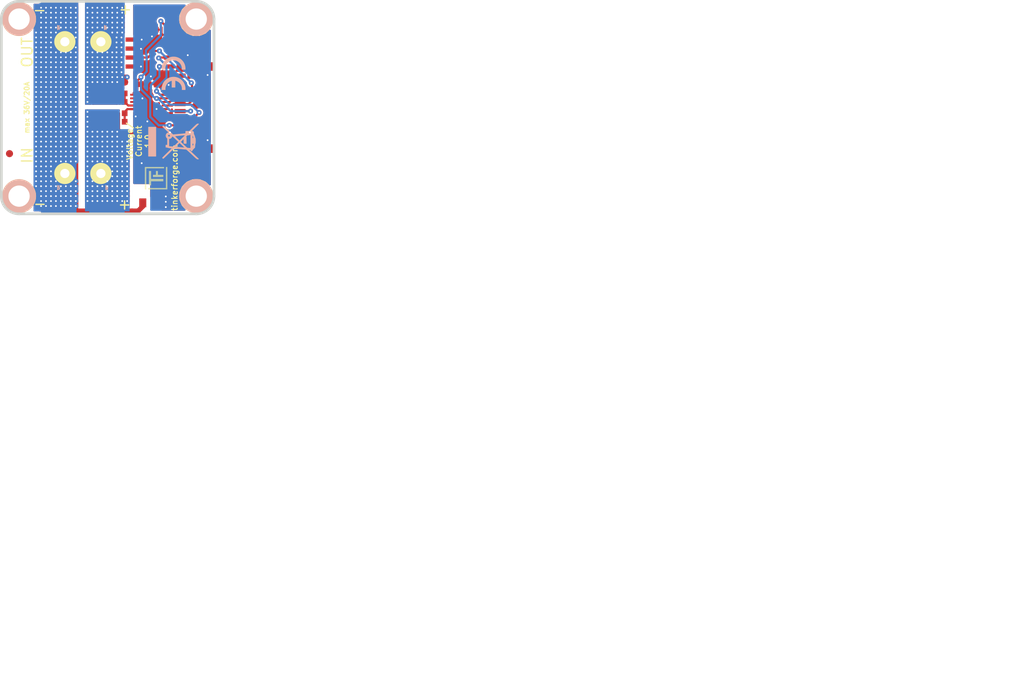
<source format=kicad_pcb>
(kicad_pcb (version 4) (host pcbnew 4.0.2+dfsg1-stable)
  (title_block (title "Current12 Bricklet") (date "21 jan 2013") (rev 1.0) (company "Tinkerforge GmbH") (comment 1 "Licensed under CERN OHL v.1.1") (comment 2 "Copyright (©) 2011, B.Nordmeyer <bastian@tinkerforge.com>"))
  (layers (0 Vorderseite signal hide) (31 Rückseite signal hide) (34 B.Paste user) (35 F.Paste user) (36 B.SilkS user) (37 F.SilkS user) (38 B.Mask user) (39 F.Mask user) (44 Edge.Cuts user))
  (net 0 "")
  (net 1 Alert)
  (net 2 GND)
  (net 3 N-000014)
  (net 4 N-000015)
  (net 5 N-000016)
  (net 6 SCL)
  (net 7 SDA)
  (net 8 VCC)
  (net 9 "Net-(C3-Pad1)")
  (net 10 "Net-(C3-Pad2)")
  (net 11 "Net-(P1-Pad1)")
  (net 12 "Net-(P1-Pad6)")
  (net 13 "Net-(P1-Pad7)")
  (net 14 "Net-(P1-Pad9)")
  (net 15 "Net-(P1-Pad10)")
  (net 16 "Net-(P2-Pad1)")
  (net 17 "Net-(P2-Pad2)")
  (net 18 "Net-(P3-Pad2)")
  (net 19 "Net-(U1-Pad7)")
  (module kicad-libraries:CE_5mm (layer Rückseite) (at 160.8 76.9 270)
    (fp_text reference VAL hide)
    (fp_text value CE_5mm hide)
  )
  (module kicad-libraries:WEEE_7mm (layer Rückseite) (at 160.8 86.5 90)
    (fp_text reference VAL hide)
    (fp_text value WEEE_7mm hide)
  )
  (module kicad-libraries:Fiducial_Mark (layer Vorderseite) (at 163.20008 89.04986)
    (fp_text reference Fiducial_Mark hide)
    (fp_text value VAL** hide)
    (pad 1 smd circle (at 0 0) (size 1.00076 1.00076) (layers Vorderseite F.Paste F.Mask) (clearance 0.65024))
  )
  (module kicad-libraries:Fiducial_Mark (layer Vorderseite) (at 160.50006 68.69938)
    (fp_text reference Fiducial_Mark hide)
    (fp_text value VAL** hide)
    (pad 1 smd circle (at 0 0) (size 1.00076 1.00076) (layers Vorderseite F.Paste F.Mask) (clearance 0.65024))
  )
  (module kicad-libraries:Fiducial_Mark (layer Vorderseite) (at 137.65022 88.2015)
    (fp_text reference Fiducial_Mark hide)
    (fp_text value VAL** hide)
    (pad 1 smd circle (at 0 0) (size 1.00076 1.00076) (layers Vorderseite F.Paste F.Mask) (clearance 0.65024))
  )
  (module kicad-libraries:Logo_31x31 (layer Vorderseite) (at 156.74848 93.25102 90)
    (fp_text reference G*** hide)
    (fp_text value Logo_31x31 hide)
  )
  (module C0603 (layer Vorderseite) (at 159.10052 70.7009 180)
    (fp_text reference C1)
    (fp_text value 100nF)
    (pad 1 smd rect (at -0.8001 0 180) (size 0.8001 0.8001) (layers Vorderseite F.Paste F.Mask) (net 8 VCC))
    (pad 2 smd rect (at 0.8001 0 180) (size 0.8001 0.8001) (layers Vorderseite F.Paste F.Mask) (net 2 GND))
  )
  (module C0603 (layer Vorderseite) (at 156.49956 78.39964 180)
    (fp_text reference C2)
    (fp_text value 100nF)
    (pad 1 smd rect (at -0.8001 0 180) (size 0.8001 0.8001) (layers Vorderseite F.Paste F.Mask) (net 2 GND))
    (pad 2 smd rect (at 0.8001 0 180) (size 0.8001 0.8001) (layers Vorderseite F.Paste F.Mask) (net 8 VCC))
  )
  (module C0603 (layer Vorderseite) (at 153.8986 81.6991 270)
    (fp_text reference C3)
    (fp_text value 100nF)
    (pad 1 smd rect (at -0.8001 0 270) (size 0.8001 0.8001) (layers Vorderseite F.Paste F.Mask) (net 9 "Net-(C3-Pad1)"))
    (pad 2 smd rect (at 0.8001 0 270) (size 0.8001 0.8001) (layers Vorderseite F.Paste F.Mask) (net 10 "Net-(C3-Pad2)"))
  )
  (module CON-SENSOR (layer Vorderseite) (at 166.49954 81.6991 90)
    (fp_text reference P1)
    (fp_text value CON-SENSOR)
    (pad 1 smd rect (at -4.50088 -4.7752 90) (size 0.59944 1.5494) (layers Vorderseite F.Paste F.Mask) (net 11 "Net-(P1-Pad1)"))
    (pad 2 smd rect (at -3.50012 -4.7752 90) (size 0.59944 1.5494) (layers Vorderseite F.Paste F.Mask) (net 2 GND))
    (pad 3 smd rect (at -2.49936 -4.7752 90) (size 0.59944 1.5494) (layers Vorderseite F.Paste F.Mask) (net 8 VCC))
    (pad 4 smd rect (at -1.50114 -4.7752 90) (size 0.59944 1.5494) (layers Vorderseite F.Paste F.Mask) (net 6 SCL))
    (pad 5 smd rect (at -0.50038 -4.7752 90) (size 0.59944 1.5494) (layers Vorderseite F.Paste F.Mask) (net 7 SDA))
    (pad 6 smd rect (at 0.50038 -4.7752 90) (size 0.59944 1.5494) (layers Vorderseite F.Paste F.Mask) (net 12 "Net-(P1-Pad6)"))
    (pad 7 smd rect (at 1.50114 -4.7752 90) (size 0.59944 1.5494) (layers Vorderseite F.Paste F.Mask) (net 13 "Net-(P1-Pad7)"))
    (pad 8 smd rect (at 2.49936 -4.7752 90) (size 0.59944 1.5494) (layers Vorderseite F.Paste F.Mask) (net 1 Alert))
    (pad 9 smd rect (at 3.50012 -4.7752 90) (size 0.59944 1.5494) (layers Vorderseite F.Paste F.Mask) (net 14 "Net-(P1-Pad9)"))
    (pad 10 smd rect (at 4.50088 -4.7752 90) (size 0.59944 1.5494) (layers Vorderseite F.Paste F.Mask) (net 15 "Net-(P1-Pad10)"))
    (pad EP smd rect (at -5.79882 -0.89916 90) (size 1.19888 1.80086) (layers Vorderseite F.Paste F.Mask) (net 2 GND))
    (pad EP smd rect (at 5.79882 -0.89916 90) (size 1.19888 1.80086) (layers Vorderseite F.Paste F.Mask) (net 2 GND))
  )
  (module SOLDER_PAD (layer Rückseite) (at 151.39924 92.99956 270)
    (fp_text reference P4 (at 0 0 270) (layer B.SilkS) (effects (font (size 0.29972 0.29972) (thickness 0.0762)) (justify mirror)))
    (fp_text value TST (at 0 0 270) (layer B.SilkS) (effects (font (size 0.29972 0.29972) (thickness 0.0762)) (justify mirror)))
    (pad 1 smd rect (at 0 0 270) (size 7.50062 5.00126) (layers Rückseite B.Paste B.Mask) (net 16 "Net-(P2-Pad1)"))
  )
  (module SOLDER_PAD (layer Rückseite) (at 144.59966 70.40118 90)
    (fp_text reference P5 (at 0 0 90) (layer B.SilkS) (effects (font (size 0.29972 0.29972) (thickness 0.0762)) (justify mirror)))
    (fp_text value TST (at 0 0 90) (layer B.SilkS) (effects (font (size 0.29972 0.29972) (thickness 0.0762)) (justify mirror)))
    (pad 1 smd rect (at 0 0 90) (size 7.50062 5.00126) (layers Rückseite B.Paste B.Mask) (net 17 "Net-(P2-Pad2)"))
  )
  (module SOLDER_PAD (layer Rückseite) (at 151.19858 70.40118 90)
    (fp_text reference P6 (at 0 0 90) (layer B.SilkS) (effects (font (size 0.29972 0.29972) (thickness 0.0762)) (justify mirror)))
    (fp_text value TST (at 0 0 90) (layer B.SilkS) (effects (font (size 0.29972 0.29972) (thickness 0.0762)) (justify mirror)))
    (pad 1 smd rect (at 0 0 90) (size 7.50062 5.00126) (layers Rückseite B.Paste B.Mask) (net 18 "Net-(P3-Pad2)"))
  )
  (module SOLDER_PAD (layer Rückseite) (at 144.59966 92.99956 90)
    (fp_text reference P7 (at 0 0 90) (layer B.SilkS) (effects (font (size 0.29972 0.29972) (thickness 0.0762)) (justify mirror)))
    (fp_text value TST (at 0 0 90) (layer B.SilkS) (effects (font (size 0.29972 0.29972) (thickness 0.0762)) (justify mirror)))
    (pad 1 smd rect (at 0 0 90) (size 7.50062 5.00126) (layers Rückseite B.Paste B.Mask) (net 17 "Net-(P2-Pad2)"))
  )
  (module R0603 (layer Vorderseite) (at 153.8986 84.50072 270)
    (fp_text reference R1)
    (fp_text value 10)
    (pad 1 smd rect (at -0.8001 0 270) (size 0.8001 0.8001) (layers Vorderseite F.Paste F.Mask) (net 10 "Net-(C3-Pad2)"))
    (pad 2 smd rect (at 0.8001 0 270) (size 0.8001 0.8001) (layers Vorderseite F.Paste F.Mask) (net 16 "Net-(P2-Pad1)"))
  )
  (module R0603 (layer Vorderseite) (at 153.8986 78.90002 90)
    (fp_text reference R2)
    (fp_text value 10)
    (pad 1 smd rect (at -0.8001 0 90) (size 0.8001 0.8001) (layers Vorderseite F.Paste F.Mask) (net 9 "Net-(C3-Pad1)"))
    (pad 2 smd rect (at 0.8001 0 90) (size 0.8001 0.8001) (layers Vorderseite F.Paste F.Mask) (net 18 "Net-(P3-Pad2)"))
  )
  (module R0805 (layer Vorderseite) (at 157.44952 95.15094)
    (fp_text reference R4)
    (fp_text value 0)
    (pad 1 smd rect (at -1.00076 0) (size 1.00076 1.24968) (layers Vorderseite F.Paste F.Mask) (net 17 "Net-(P2-Pad2)") (clearance 0.14986))
    (pad 2 smd rect (at 1.00076 0) (size 1.00076 1.24968) (layers Vorderseite F.Paste F.Mask) (net 2 GND) (clearance 0.14986))
  )
  (module SOIC8 (layer Vorderseite) (at 157.50032 74.00036 270)
    (fp_text reference U1)
    (fp_text value M24C64)
    (pad 1 smd rect (at -1.90246 2.69748 90) (size 0.59944 1.5494) (layers Vorderseite F.Paste F.Mask) (net 2 GND))
    (pad 2 smd rect (at -0.63246 2.69748 90) (size 0.59944 1.5494) (layers Vorderseite F.Paste F.Mask) (net 2 GND))
    (pad 3 smd rect (at 0.63246 2.69748 90) (size 0.59944 1.5494) (layers Vorderseite F.Paste F.Mask) (net 12 "Net-(P1-Pad6)"))
    (pad 4 smd rect (at 1.90246 2.69748 90) (size 0.59944 1.5494) (layers Vorderseite F.Paste F.Mask) (net 2 GND))
    (pad 5 smd rect (at 1.90246 -2.69748 270) (size 0.59944 1.5494) (layers Vorderseite F.Paste F.Mask) (net 7 SDA))
    (pad 6 smd rect (at 0.63246 -2.69748 270) (size 0.59944 1.5494) (layers Vorderseite F.Paste F.Mask) (net 6 SCL))
    (pad 7 smd rect (at -0.63246 -2.69748 270) (size 0.59944 1.5494) (layers Vorderseite F.Paste F.Mask) (net 19 "Net-(U1-Pad7)"))
    (pad 8 smd rect (at -1.90246 -2.69748 270) (size 0.59944 1.5494) (layers Vorderseite F.Paste F.Mask) (net 8 VCC))
  )
  (module MSOP10-0.5 (layer Vorderseite) (at 157.39872 80.90154 90)
    (fp_text reference U2)
    (fp_text value INA226)
    (pad 1 smd rect (at -1.016 2.2225 90) (size 0.26924 1.00076) (layers Vorderseite F.Paste F.Mask) (net 2 GND))
    (pad 2 smd rect (at -0.508 2.2225 90) (size 0.26924 1.00076) (layers Vorderseite F.Paste F.Mask) (net 12 "Net-(P1-Pad6)"))
    (pad 3 smd rect (at 0 2.2225 90) (size 0.26924 1.00076) (layers Vorderseite F.Paste F.Mask) (net 1 Alert))
    (pad 4 smd rect (at 0.508 2.2225 90) (size 0.26924 1.00076) (layers Vorderseite F.Paste F.Mask) (net 7 SDA))
    (pad 5 smd rect (at 1.016 2.2225 90) (size 0.26924 1.00076) (layers Vorderseite F.Paste F.Mask) (net 6 SCL))
    (pad 6 smd rect (at 1.016 -2.2225 90) (size 0.26924 1.00076) (layers Vorderseite F.Paste F.Mask) (net 8 VCC))
    (pad 7 smd rect (at 0.508 -2.2225 90) (size 0.26924 1.00076) (layers Vorderseite F.Paste F.Mask) (net 2 GND))
    (pad 8 smd rect (at 0 -2.2225 90) (size 0.26924 1.00076) (layers Vorderseite F.Paste F.Mask) (net 16 "Net-(P2-Pad1)"))
    (pad 9 smd rect (at -0.508 -2.2225 90) (size 0.26924 1.00076) (layers Vorderseite F.Paste F.Mask) (net 9 "Net-(C3-Pad1)"))
    (pad 10 smd rect (at -1.016 -2.2225 90) (size 0.26924 1.00076) (layers Vorderseite F.Paste F.Mask) (net 10 "Net-(C3-Pad2)"))
  )
  (module DRILL_NP (layer Vorderseite) (at 164.00018 69.19976 180)
    (fp_text reference U3 hide)
    (fp_text value DRILL hide)
    (pad "" np_thru_hole circle (at 0 0 180) (size 2.99974 2.99974) (drill 2.99974) (layers *.Cu *.Mask F.SilkS) (clearance 0.89916))
  )
  (module DRILL_NP (layer Vorderseite) (at 164.00018 94.20098 270)
    (fp_text reference U4 hide)
    (fp_text value DRILL hide)
    (pad "" np_thru_hole circle (at 0 0 270) (size 2.99974 2.99974) (drill 2.99974) (layers *.Cu *.Mask F.SilkS) (clearance 0.89916))
  )
  (module DRILL_NP (layer Vorderseite) (at 138.99896 94.20098)
    (fp_text reference U5 hide)
    (fp_text value DRILL hide)
    (pad "" np_thru_hole circle (at 0 0) (size 2.99974 2.99974) (drill 2.99974) (layers *.Cu *.Mask F.SilkS) (clearance 0.89916))
  )
  (module DRILL_NP (layer Vorderseite) (at 138.99896 69.19976 90)
    (fp_text reference U6 hide)
    (fp_text value DRILL hide)
    (pad "" np_thru_hole circle (at 0 0 90) (size 2.99974 2.99974) (drill 2.99974) (layers *.Cu *.Mask F.SilkS) (clearance 0.89916))
  )
  (module R2512 (layer Vorderseite) (at 151.09952 81.6991 270)
    (fp_text reference R3)
    (fp_text value 4m)
    (pad 1 smd rect (at -2.25806 0 270) (size 3.2512 3.68046) (layers Vorderseite F.Paste F.Mask) (net 18 "Net-(P3-Pad2)"))
    (pad 2 smd rect (at 2.25806 0 270) (size 3.2512 3.68046) (layers Vorderseite F.Paste F.Mask) (net 16 "Net-(P2-Pad1)"))
  )
  (module AKL_5_2_508_black (layer Vorderseite) (at 148.00072 91.00058 180)
    (fp_text reference P2)
    (fp_text value Input)
    (pad 1 thru_hole circle (at -2.54 0 180) (size 2.99974 2.99974) (drill 1.30048) (layers *.Cu *.Mask F.SilkS) (net 16 "Net-(P2-Pad1)"))
    (pad 2 thru_hole circle (at 2.54 0 180) (size 2.99974 2.99974) (drill 1.30048) (layers *.Cu *.Mask F.SilkS) (net 17 "Net-(P2-Pad2)"))
  )
  (module AKL_5_2_508_black (layer Vorderseite) (at 148.00072 72.40016)
    (fp_text reference P3)
    (fp_text value Output)
    (pad 1 thru_hole circle (at -2.54 0) (size 2.99974 2.99974) (drill 1.30048) (layers *.Cu *.Mask F.SilkS) (net 17 "Net-(P2-Pad2)"))
    (pad 2 thru_hole circle (at 2.54 0) (size 2.99974 2.99974) (drill 1.30048) (layers *.Cu *.Mask F.SilkS) (net 18 "Net-(P3-Pad2)"))
  )
  (gr_text "max 36V/20A" (at 140.1 81.7 90) (layer F.SilkS) (effects (font (size 0.7 0.7))))
  (gr_text - (at 141.95044 95.25) (layer F.SilkS) (effects (font (size 1.50114 1.50114) (thickness 0.20066))))
  (gr_text - (at 141.89964 67.89928) (layer F.SilkS) (effects (font (size 1.50114 1.524) (thickness 0.20066))))
  (gr_text OUT (at 140.14958 73.9013 90) (layer F.SilkS) (effects (font (size 1.50114 1.50114) (thickness 0.20066))))
  (gr_text IN (at 140.14958 88.45042 90) (layer F.SilkS) (effects (font (size 1.50114 1.50114) (thickness 0.20066))))
  (gr_text + (at 154.0002 95.45066 270) (layer F.SilkS) (effects (font (size 1.50114 1.50114) (thickness 0.20066))))
  (gr_text + (at 154.09926 67.89928 270) (layer F.SilkS) (effects (font (size 1.50114 1.50114) (thickness 0.20066))))
  (gr_line (start 164.00018 96.70034) (end 138.99896 96.70034) (angle 90) (layer Edge.Cuts) (width 0.381))
  (gr_line (start 164.00018 66.7004) (end 138.99896 66.7004) (angle 90) (layer Edge.Cuts) (width 0.381))
  (gr_line (start 166.49954 94.20098) (end 166.49954 69.19976) (angle 90) (layer Edge.Cuts) (width 0.381))
  (gr_line (start 136.4996 94.20098) (end 136.4996 69.19976) (angle 90) (layer Edge.Cuts) (width 0.381))
  (gr_arc (start 138.99896 69.2023) (end 136.4996 69.2023) (angle 90) (layer Edge.Cuts) (width 0.381))
  (gr_arc (start 138.99896 94.20098) (end 138.99896 96.70034) (angle 90) (layer Edge.Cuts) (width 0.381))
  (gr_text tinkerforge.com (at 160.94964 91.60002 90) (layer F.SilkS) (effects (font (size 0.8001 0.8001) (thickness 0.14986))))
  (gr_text "Voltage/\nCurrent\n1.0" (at 155.90012 86.45144 90) (layer F.SilkS) (effects (font (size 0.8001 0.8001) (thickness 0.14986))))
  (gr_arc (start 164.00018 94.20352) (end 166.49954 94.20352) (angle 90) (layer Edge.Cuts) (width 0.381))
  (gr_arc (start 163.99764 69.20484) (end 163.99764 66.70294) (angle 90) (layer Edge.Cuts) (width 0.381))
  (segment (start 159.62122 80.90154) (end 160.2994 80.90154) (width 0.29972) (layer Vorderseite) (net 1))
  (segment (start 160.50006 80.70088) (end 160.50006 79.502) (width 0.29972) (layer Vorderseite) (net 1))
  (segment (start 160.50006 79.502) (end 160.80232 79.19974) (width 0.29972) (layer Vorderseite) (net 1))
  (segment (start 160.80232 79.19974) (end 161.72434 79.19974) (width 0.29972) (layer Vorderseite) (net 1))
  (segment (start 160.2994 80.90154) (end 160.50006 80.70088) (width 0.29972) (layer Vorderseite) (net 1))
  (segment (start 156.1973 75.90282) (end 156.19984 75.90028) (width 0.29972) (layer Vorderseite) (net 2))
  (segment (start 156.19984 73.40092) (end 156.19984 75.90028) (width 0.29972) (layer Rückseite) (net 2))
  (segment (start 156.19984 76.29906) (end 155.39974 77.09916) (width 0.29972) (layer Rückseite) (net 2))
  (segment (start 158.30042 70.7009) (end 158.30042 71.09968) (width 0.29972) (layer Vorderseite) (net 2))
  (segment (start 157.1498 71.65086) (end 156.79928 71.30034) (width 0.29972) (layer Rückseite) (net 2))
  (segment (start 156.29636 72.0979) (end 154.80284 72.0979) (width 0.29972) (layer Vorderseite) (net 2))
  (segment (start 156.2989 73.30186) (end 156.2989 72.10044) (width 0.29972) (layer Rückseite) (net 2))
  (segment (start 156.19984 73.40092) (end 156.2989 73.30186) (width 0.29972) (layer Rückseite) (net 2))
  (via (at 156.19984 73.40092) (size 0.70104) (layers Vorderseite Rückseite) (net 2))
  (segment (start 156.16682 73.3679) (end 156.19984 73.40092) (width 0.29972) (layer Vorderseite) (net 2))
  (segment (start 163.09848 85.19922) (end 164.49802 85.19922) (width 0.29972) (layer Rückseite) (net 2))
  (segment (start 163.09848 85.19922) (end 161.72434 85.19922) (width 0.29972) (layer Vorderseite) (net 2))
  (segment (start 164.49802 85.19922) (end 165.60038 86.30158) (width 0.29972) (layer Rückseite) (net 2))
  (via (at 165.60038 86.30158) (size 0.70104) (layers Vorderseite Rückseite) (net 2))
  (segment (start 165.60038 87.49792) (end 165.60038 86.30158) (width 0.29972) (layer Vorderseite) (net 2))
  (segment (start 156.19984 75.90028) (end 156.19984 76.29906) (width 0.29972) (layer Rückseite) (net 2))
  (via (at 156.2989 72.10044) (size 0.70104) (layers Vorderseite Rückseite) (net 2))
  (segment (start 156.29636 72.0979) (end 156.2989 72.10044) (width 0.29972) (layer Vorderseite) (net 2))
  (segment (start 154.80284 73.3679) (end 156.16682 73.3679) (width 0.29972) (layer Vorderseite) (net 2))
  (segment (start 156.2989 71.80072) (end 156.79928 71.30034) (width 0.29972) (layer Rückseite) (net 2))
  (segment (start 156.79928 71.30034) (end 157.39872 70.7009) (width 0.29972) (layer Rückseite) (net 2))
  (segment (start 156.2989 72.10044) (end 156.2989 71.80072) (width 0.29972) (layer Rückseite) (net 2))
  (segment (start 157.39872 69.19976) (end 158.39694 68.20154) (width 0.29972) (layer Rückseite) (net 2))
  (segment (start 159.69996 95.00108) (end 159.69996 95.75038) (width 0.70104) (layer Vorderseite) (net 2))
  (via (at 159.69996 95.75038) (size 0.70104) (layers Vorderseite Rückseite) (net 2))
  (segment (start 159.69996 95.00108) (end 158.6484 95.00108) (width 0.70104) (layer Vorderseite) (net 2))
  (segment (start 158.6484 95.00108) (end 158.49854 95.15094) (width 0.70104) (layer Vorderseite) (net 2))
  (segment (start 158.49854 95.15094) (end 158.45028 95.15094) (width 0.70104) (layer Vorderseite) (net 2))
  (segment (start 158.39694 68.20154) (end 159.50184 68.20154) (width 0.29972) (layer Rückseite) (net 2))
  (segment (start 159.50184 68.20154) (end 161.19856 69.89826) (width 0.29972) (layer Rückseite) (net 2))
  (segment (start 161.19856 69.89826) (end 161.19856 72.69734) (width 0.29972) (layer Rückseite) (net 2))
  (segment (start 161.2011 72.69988) (end 162.79876 74.29754) (width 0.29972) (layer Rückseite) (net 2))
  (segment (start 157.59938 77.29982) (end 158.89732 77.29982) (width 0.29972) (layer Vorderseite) (net 2))
  (segment (start 158.89732 77.29982) (end 160.09874 78.50124) (width 0.29972) (layer Vorderseite) (net 2))
  (via (at 160.09874 78.50124) (size 0.70104) (layers Vorderseite Rückseite) (net 2))
  (segment (start 162.79876 74.29754) (end 162.79876 74.30008) (width 0.29972) (layer Rückseite) (net 2))
  (via (at 162.79876 74.30008) (size 0.70104) (layers Vorderseite Rückseite) (net 2))
  (segment (start 160.2994 85.19922) (end 160.2994 85.54974) (width 0.29972) (layer Rückseite) (net 2))
  (segment (start 160.2994 85.54974) (end 156.2989 89.55024) (width 0.29972) (layer Rückseite) (net 2))
  (via (at 156.2989 89.55024) (size 0.70104) (layers Vorderseite Rückseite) (net 2))
  (segment (start 156.39796 84.59978) (end 155.45054 82.95132) (width 0.29972) (layer Rückseite) (net 2))
  (via (at 165.60038 77.09916) (size 0.70104) (layers Vorderseite Rückseite) (net 2))
  (segment (start 157.39872 70.7009) (end 157.39872 69.19976) (width 0.29972) (layer Rückseite) (net 2))
  (segment (start 156.1973 75.90282) (end 154.80284 75.90282) (width 0.29972) (layer Vorderseite) (net 2))
  (via (at 156.19984 75.90028) (size 0.70104) (layers Vorderseite Rückseite) (net 2))
  (segment (start 161.00044 83.10118) (end 163.09848 85.19922) (width 0.29972) (layer Rückseite) (net 2))
  (segment (start 159.80156 83.10118) (end 161.00044 83.10118) (width 0.29972) (layer Rückseite) (net 2))
  (segment (start 155.39974 79.4004) (end 156.4005 80.40116) (width 0.29972) (layer Rückseite) (net 2))
  (segment (start 156.39288 80.39354) (end 155.17622 80.39354) (width 0.29972) (layer Vorderseite) (net 2))
  (via (at 156.4005 80.40116) (size 0.70104) (layers Vorderseite Rückseite) (net 2))
  (segment (start 156.39288 80.39354) (end 156.4005 80.40116) (width 0.29972) (layer Vorderseite) (net 2))
  (segment (start 157.74924 71.65086) (end 157.1498 71.65086) (width 0.29972) (layer Rückseite) (net 2))
  (segment (start 157.89656 85.19922) (end 160.2994 85.19922) (width 0.29972) (layer Rückseite) (net 2))
  (segment (start 165.60038 77.09916) (end 165.60038 86.30158) (width 0.29972) (layer Rückseite) (net 2))
  (segment (start 160.2994 85.19922) (end 161.72434 85.19922) (width 0.29972) (layer Vorderseite) (net 2))
  (via (at 160.2994 85.19922) (size 0.70104) (layers Vorderseite Rückseite) (net 2))
  (segment (start 156.89834 80.90154) (end 156.89834 84.201) (width 0.29972) (layer Rückseite) (net 2))
  (segment (start 156.4005 80.4037) (end 156.89834 80.90154) (width 0.29972) (layer Rückseite) (net 2))
  (segment (start 159.69996 93.20022) (end 159.69996 85.79866) (width 0.29972) (layer Rückseite) (net 2))
  (via (at 159.69996 95.00108) (size 0.70104) (layers Vorderseite Rückseite) (net 2))
  (segment (start 159.69996 94.24924) (end 159.69996 95.00108) (width 0.29972) (layer Vorderseite) (net 2))
  (segment (start 157.59938 73.70064) (end 158.60014 72.69988) (width 0.29972) (layer Rückseite) (net 2))
  (segment (start 158.60014 72.69988) (end 161.2011 72.69988) (width 0.29972) (layer Rückseite) (net 2))
  (segment (start 157.29966 78.39964) (end 157.29966 77.59954) (width 0.29972) (layer Vorderseite) (net 2))
  (via (at 157.59938 77.29982) (size 0.70104) (layers Vorderseite Rückseite) (net 2))
  (segment (start 157.29966 77.59954) (end 157.59938 77.29982) (width 0.29972) (layer Vorderseite) (net 2))
  (segment (start 159.69996 93.20022) (end 159.69996 94.24924) (width 0.29972) (layer Vorderseite) (net 2))
  (segment (start 159.69996 85.79866) (end 160.2994 85.19922) (width 0.29972) (layer Rückseite) (net 2))
  (segment (start 156.89834 84.201) (end 157.89656 85.19922) (width 0.29972) (layer Rückseite) (net 2))
  (segment (start 156.4005 80.40116) (end 156.4005 80.4037) (width 0.29972) (layer Rückseite) (net 2))
  (segment (start 162.79876 74.29754) (end 165.60038 77.09916) (width 0.29972) (layer Rückseite) (net 2))
  (segment (start 161.19856 72.69734) (end 161.2011 72.69988) (width 0.29972) (layer Rückseite) (net 2))
  (segment (start 157.59938 77.29982) (end 157.59938 73.70064) (width 0.29972) (layer Rückseite) (net 2))
  (segment (start 165.60038 77.09916) (end 165.60038 75.90028) (width 0.29972) (layer Vorderseite) (net 2))
  (via (at 155.45054 82.95132) (size 0.70104) (layers Vorderseite Rückseite) (net 2))
  (segment (start 156.89834 84.201) (end 156.89834 84.49818) (width 0.29972) (layer Rückseite) (net 2))
  (via (at 157.099 83.64982) (size 0.70104) (layers Vorderseite Rückseite) (net 2))
  (segment (start 156.89834 84.49818) (end 157.099 83.64982) (width 0.29972) (layer Rückseite) (net 2))
  (segment (start 157.099 83.64982) (end 156.39796 84.59978) (width 0.29972) (layer Rückseite) (net 2))
  (segment (start 158.60014 81.89976) (end 159.80156 83.10118) (width 0.29972) (layer Rückseite) (net 2))
  (segment (start 155.39974 77.09916) (end 155.39974 79.4004) (width 0.29972) (layer Rückseite) (net 2))
  (segment (start 158.30042 71.09968) (end 157.74924 71.65086) (width 0.29972) (layer Vorderseite) (net 2))
  (via (at 157.74924 71.65086) (size 0.70104) (layers Vorderseite Rückseite) (net 2))
  (via (at 163.09848 85.19922) (size 0.70104) (layers Vorderseite Rückseite) (net 2))
  (segment (start 158.39948 81.89976) (end 158.60014 81.89976) (width 0.29972) (layer Rückseite) (net 2))
  (segment (start 158.41726 81.91754) (end 158.39948 81.89976) (width 0.29972) (layer Vorderseite) (net 2))
  (via (at 158.39948 81.89976) (size 0.70104) (layers Vorderseite Rückseite) (net 2))
  (segment (start 159.62122 81.91754) (end 158.41726 81.91754) (width 0.29972) (layer Vorderseite) (net 2))
  (segment (start 158.50108 94.09938) (end 159.69996 94.24924) (width 0.29972) (layer Vorderseite) (net 2))
  (via (at 159.69996 94.24924) (size 0.70104) (layers Vorderseite Rückseite) (net 2))
  (segment (start 163.59886 83.20024) (end 164.39896 82.40014) (width 0.29972) (layer Vorderseite) (net 6))
  (via (at 164.39896 82.40014) (size 0.70104) (layers Vorderseite Rückseite) (net 6))
  (segment (start 164.39896 82.40014) (end 163.29914 81.30032) (width 0.29972) (layer Rückseite) (net 6))
  (segment (start 163.29914 81.30032) (end 160.2994 81.30032) (width 0.29972) (layer Rückseite) (net 6))
  (segment (start 160.2994 81.30032) (end 158.39948 79.4004) (width 0.29972) (layer Rückseite) (net 6))
  (via (at 158.39948 79.4004) (size 0.70104) (layers Vorderseite Rückseite) (net 6))
  (segment (start 158.39948 79.4004) (end 158.88462 79.88554) (width 0.29972) (layer Vorderseite) (net 6))
  (segment (start 158.88462 79.88554) (end 159.62122 79.88554) (width 0.29972) (layer Vorderseite) (net 6))
  (segment (start 161.72434 83.20024) (end 163.59886 83.20024) (width 0.29972) (layer Vorderseite) (net 6))
  (segment (start 158.39948 78.90002) (end 159.79902 77.50048) (width 0.29972) (layer Rückseite) (net 6))
  (segment (start 159.79902 77.50048) (end 159.79902 75.80122) (width 0.29972) (layer Rückseite) (net 6))
  (segment (start 159.79902 75.80122) (end 158.6992 74.7014) (width 0.29972) (layer Rückseite) (net 6))
  (via (at 158.6992 74.7014) (size 0.70104) (layers Vorderseite Rückseite) (net 6))
  (segment (start 158.6992 74.7014) (end 158.76778 74.63282) (width 0.29972) (layer Vorderseite) (net 6))
  (segment (start 158.76778 74.63282) (end 160.1978 74.63282) (width 0.29972) (layer Vorderseite) (net 6))
  (segment (start 158.39948 79.4004) (end 158.39948 78.90002) (width 0.29972) (layer Rückseite) (net 6))
  (via (at 163.20008 82.19948) (size 0.70104) (layers Vorderseite Rückseite) (net 7))
  (segment (start 163.20008 82.19948) (end 160.39846 82.19948) (width 0.29972) (layer Rückseite) (net 7))
  (segment (start 160.39846 82.19948) (end 158.60014 80.40116) (width 0.29972) (layer Rückseite) (net 7))
  (segment (start 158.60014 80.40116) (end 158.39948 80.40116) (width 0.29972) (layer Rückseite) (net 7))
  (via (at 158.39948 80.40116) (size 0.70104) (layers Vorderseite Rückseite) (net 7))
  (segment (start 158.39948 80.40116) (end 158.4071 80.39354) (width 0.29972) (layer Vorderseite) (net 7))
  (segment (start 158.4071 80.39354) (end 159.62122 80.39354) (width 0.29972) (layer Vorderseite) (net 7))
  (segment (start 161.72434 82.19948) (end 163.20008 82.19948) (width 0.29972) (layer Vorderseite) (net 7))
  (segment (start 158.19882 80.40116) (end 157.59938 79.80172) (width 0.29972) (layer Rückseite) (net 7))
  (segment (start 157.59938 79.80172) (end 157.59938 78.50124) (width 0.29972) (layer Rückseite) (net 7))
  (segment (start 157.59938 78.50124) (end 158.8008 77.29982) (width 0.29972) (layer Rückseite) (net 7))
  (segment (start 158.8008 77.29982) (end 158.8008 75.90028) (width 0.29972) (layer Rückseite) (net 7))
  (via (at 158.8008 75.90028) (size 0.70104) (layers Vorderseite Rückseite) (net 7))
  (segment (start 158.8008 75.90028) (end 158.80334 75.90282) (width 0.29972) (layer Vorderseite) (net 7))
  (segment (start 158.80334 75.90282) (end 160.1978 75.90282) (width 0.29972) (layer Vorderseite) (net 7))
  (segment (start 158.39948 80.40116) (end 158.19882 80.40116) (width 0.29972) (layer Rückseite) (net 7))
  (segment (start 156.89834 73.60158) (end 158.99892 71.501) (width 0.29972) (layer Rückseite) (net 8))
  (segment (start 156.89834 74.19848) (end 156.89834 73.60158) (width 0.29972) (layer Rückseite) (net 8))
  (segment (start 156.99994 74.30008) (end 156.89834 74.19848) (width 0.29972) (layer Rückseite) (net 8))
  (segment (start 156.99994 76.60132) (end 156.99994 74.30008) (width 0.29972) (layer Rückseite) (net 8))
  (segment (start 156.19984 77.40142) (end 156.99994 76.60132) (width 0.29972) (layer Rückseite) (net 8))
  (via (at 156.19984 77.40142) (size 0.70104) (layers Vorderseite Rückseite) (net 8))
  (segment (start 155.69946 77.9018) (end 156.19984 77.40142) (width 0.29972) (layer Vorderseite) (net 8))
  (segment (start 160.1978 72.0979) (end 160.1978 70.99808) (width 0.29972) (layer Vorderseite) (net 8))
  (segment (start 160.1978 70.99808) (end 159.90062 70.7009) (width 0.29972) (layer Vorderseite) (net 8))
  (segment (start 155.17622 79.88554) (end 155.17622 79.62392) (width 0.29972) (layer Vorderseite) (net 8))
  (segment (start 155.69946 79.10068) (end 155.69946 78.39964) (width 0.29972) (layer Vorderseite) (net 8))
  (segment (start 155.17622 79.62392) (end 155.69946 79.10068) (width 0.29972) (layer Vorderseite) (net 8))
  (segment (start 158.99892 71.501) (end 158.99892 69.49948) (width 0.29972) (layer Rückseite) (net 8))
  (segment (start 156.19984 77.40142) (end 156.19984 79.11846) (width 0.29972) (layer Rückseite) (net 8))
  (segment (start 160.20288 84.19846) (end 161.72434 84.19846) (width 0.29972) (layer Vorderseite) (net 8))
  (segment (start 160.20034 84.201) (end 160.20288 84.19846) (width 0.29972) (layer Vorderseite) (net 8))
  (via (at 160.20034 84.201) (size 0.70104) (layers Vorderseite Rückseite) (net 8))
  (segment (start 158.70174 84.201) (end 160.20034 84.201) (width 0.29972) (layer Rückseite) (net 8))
  (segment (start 157.50032 82.99958) (end 158.70174 84.201) (width 0.29972) (layer Rückseite) (net 8))
  (segment (start 157.50032 80.41894) (end 157.50032 82.99958) (width 0.29972) (layer Rückseite) (net 8))
  (segment (start 156.19984 79.11846) (end 157.50032 80.41894) (width 0.29972) (layer Rückseite) (net 8))
  (segment (start 155.69946 78.39964) (end 155.69946 77.9018) (width 0.29972) (layer Vorderseite) (net 8))
  (segment (start 159.90062 70.40118) (end 158.99892 69.49948) (width 0.29972) (layer Vorderseite) (net 8))
  (via (at 158.99892 69.49948) (size 0.70104) (layers Vorderseite Rückseite) (net 8))
  (segment (start 159.90062 70.40118) (end 159.90062 70.7009) (width 0.29972) (layer Vorderseite) (net 8))
  (segment (start 153.8986 79.70012) (end 153.8986 80.899) (width 0.29972) (layer Vorderseite) (net 9))
  (segment (start 154.40914 81.40954) (end 155.17622 81.40954) (width 0.29972) (layer Vorderseite) (net 9))
  (segment (start 153.8986 80.899) (end 154.40914 81.40954) (width 0.29972) (layer Vorderseite) (net 9))
  (segment (start 154.28214 81.91754) (end 153.8986 82.30108) (width 0.29972) (layer Vorderseite) (net 10))
  (segment (start 153.8986 82.30108) (end 153.8986 83.70062) (width 0.29972) (layer Vorderseite) (net 10))
  (segment (start 155.17622 81.91754) (end 154.28214 81.91754) (width 0.29972) (layer Vorderseite) (net 10))
  (segment (start 160.79978 81.19872) (end 160.58896 81.40954) (width 0.29972) (layer Vorderseite) (net 12))
  (segment (start 160.58896 81.40954) (end 159.62122 81.40954) (width 0.29972) (layer Vorderseite) (net 12))
  (segment (start 161.72434 81.19872) (end 160.79978 81.19872) (width 0.29972) (layer Vorderseite) (net 12))
  (segment (start 163.40074 78.30312) (end 163.40074 80.70088) (width 0.29972) (layer Vorderseite) (net 12))
  (segment (start 163.40074 80.70088) (end 162.9029 81.19872) (width 0.29972) (layer Vorderseite) (net 12))
  (segment (start 162.9029 81.19872) (end 161.72434 81.19872) (width 0.29972) (layer Vorderseite) (net 12))
  (segment (start 154.80284 74.63282) (end 157.16758 74.63282) (width 0.29972) (layer Vorderseite) (net 12))
  (segment (start 163.29914 78.20152) (end 163.40074 78.30312) (width 0.29972) (layer Vorderseite) (net 12))
  (via (at 163.29914 78.20152) (size 0.70104) (layers Vorderseite Rückseite) (net 12))
  (segment (start 163.29914 78.19898) (end 163.29914 78.20152) (width 0.29972) (layer Rückseite) (net 12))
  (segment (start 157.16758 74.63282) (end 158.09976 73.70064) (width 0.29972) (layer Vorderseite) (net 12))
  (segment (start 158.09976 73.70064) (end 158.8008 73.70064) (width 0.29972) (layer Vorderseite) (net 12))
  (segment (start 158.8008 73.70064) (end 163.29914 78.19898) (width 0.29972) (layer Rückseite) (net 12))
  (via (at 158.8008 73.70064) (size 0.70104) (layers Vorderseite Rückseite) (net 12))
  (segment (start 150.749 92.80144) (end 150.0505 92.80144) (width 0.70104) (layer Rückseite) (net 16))
  (via (at 150.0505 92.80144) (size 0.70104) (layers Vorderseite Rückseite) (net 16))
  (segment (start 150.0505 92.80144) (end 149.34946 92.80144) (width 0.70104) (layer Vorderseite) (net 16))
  (via (at 149.34946 92.80144) (size 0.70104) (layers Vorderseite Rückseite) (net 16))
  (segment (start 149.34946 92.80144) (end 149.34946 93.49994) (width 0.70104) (layer Rückseite) (net 16))
  (via (at 149.34946 93.49994) (size 0.70104) (layers Vorderseite Rückseite) (net 16))
  (segment (start 149.34946 93.49994) (end 150.0505 93.49994) (width 0.70104) (layer Vorderseite) (net 16))
  (via (at 150.0505 93.49994) (size 0.70104) (layers Vorderseite Rückseite) (net 16))
  (segment (start 150.0505 93.49994) (end 150.749 93.49994) (width 0.70104) (layer Rückseite) (net 16))
  (via (at 150.749 93.49994) (size 0.70104) (layers Vorderseite Rückseite) (net 16))
  (segment (start 150.749 93.49994) (end 151.45004 93.49994) (width 0.70104) (layer Vorderseite) (net 16))
  (via (at 151.45004 93.49994) (size 0.70104) (layers Vorderseite Rückseite) (net 16))
  (segment (start 151.45004 93.49994) (end 152.14854 93.49994) (width 0.70104) (layer Rückseite) (net 16))
  (via (at 152.14854 93.49994) (size 0.70104) (layers Vorderseite Rückseite) (net 16))
  (segment (start 152.14854 93.49994) (end 152.84958 93.49994) (width 0.70104) (layer Vorderseite) (net 16))
  (via (at 152.84958 93.49994) (size 0.70104) (layers Vorderseite Rückseite) (net 16))
  (segment (start 152.84958 93.49994) (end 152.84958 94.20098) (width 0.70104) (layer Rückseite) (net 16))
  (via (at 150.0505 94.20098) (size 0.70104) (layers Vorderseite Rückseite) (net 16))
  (segment (start 150.0505 94.20098) (end 149.34946 94.20098) (width 0.70104) (layer Vorderseite) (net 16))
  (via (at 149.34946 94.20098) (size 0.70104) (layers Vorderseite Rückseite) (net 16))
  (segment (start 149.34946 94.20098) (end 151.39924 92.99956) (width 0.70104) (layer Rückseite) (net 16))
  (segment (start 148.64842 92.1004) (end 149.34946 92.1004) (width 0.70104) (layer Vorderseite) (net 16))
  (via (at 149.34946 92.1004) (size 0.70104) (layers Vorderseite Rückseite) (net 16))
  (segment (start 149.34946 92.1004) (end 150.0505 92.1004) (width 0.70104) (layer Rückseite) (net 16))
  (via (at 152.84958 94.89948) (size 0.70104) (layers Vorderseite Rückseite) (net 16))
  (segment (start 152.84958 94.89948) (end 153.55062 94.89948) (width 0.70104) (layer Rückseite) (net 16))
  (via (at 153.55062 94.89948) (size 0.70104) (layers Vorderseite Rückseite) (net 16))
  (segment (start 153.55062 94.89948) (end 153.55062 94.20098) (width 0.70104) (layer Vorderseite) (net 16))
  (via (at 153.55062 94.20098) (size 0.70104) (layers Vorderseite Rückseite) (net 16))
  (segment (start 153.55062 94.20098) (end 153.55062 93.49994) (width 0.70104) (layer Rückseite) (net 16))
  (via (at 153.55062 93.49994) (size 0.70104) (layers Vorderseite Rückseite) (net 16))
  (segment (start 153.55062 93.49994) (end 153.55062 92.80144) (width 0.70104) (layer Vorderseite) (net 16))
  (via (at 153.55062 92.80144) (size 0.70104) (layers Vorderseite Rückseite) (net 16))
  (segment (start 153.55062 92.80144) (end 152.84958 92.80144) (width 0.70104) (layer Rückseite) (net 16))
  (segment (start 150.749 92.1004) (end 151.45004 92.1004) (width 0.70104) (layer Rückseite) (net 16))
  (segment (start 151.45004 92.1004) (end 152.14854 92.1004) (width 0.70104) (layer Vorderseite) (net 16))
  (via (at 152.14854 92.1004) (size 0.70104) (layers Vorderseite Rückseite) (net 16))
  (segment (start 152.14854 92.1004) (end 152.84958 92.1004) (width 0.70104) (layer Rückseite) (net 16))
  (via (at 152.84958 92.1004) (size 0.70104) (layers Vorderseite Rückseite) (net 16))
  (segment (start 152.84958 92.1004) (end 153.55062 92.1004) (width 0.70104) (layer Vorderseite) (net 16))
  (via (at 153.55062 92.1004) (size 0.70104) (layers Vorderseite Rückseite) (net 16))
  (segment (start 153.55062 92.1004) (end 151.39924 92.99956) (width 0.70104) (layer Rückseite) (net 16))
  (segment (start 152.84958 86.4997) (end 153.55062 86.4997) (width 0.70104) (layer Vorderseite) (net 16))
  (via (at 153.55062 86.4997) (size 0.70104) (layers Vorderseite Rückseite) (net 16))
  (segment (start 153.55062 86.4997) (end 153.55062 87.20074) (width 0.70104) (layer Rückseite) (net 16))
  (via (at 153.55062 87.20074) (size 0.70104) (layers Vorderseite Rückseite) (net 16))
  (segment (start 153.55062 87.20074) (end 153.55062 87.89924) (width 0.70104) (layer Vorderseite) (net 16))
  (via (at 153.55062 87.89924) (size 0.70104) (layers Vorderseite Rückseite) (net 16))
  (segment (start 153.55062 87.89924) (end 153.55062 88.60028) (width 0.70104) (layer Rückseite) (net 16))
  (via (at 153.55062 88.60028) (size 0.70104) (layers Vorderseite Rückseite) (net 16))
  (segment (start 150.749 94.20098) (end 150.0505 94.20098) (width 0.70104) (layer Rückseite) (net 16))
  (via (at 150.749 94.20098) (size 0.70104) (layers Vorderseite Rückseite) (net 16))
  (segment (start 151.45004 94.20098) (end 150.749 94.20098) (width 0.70104) (layer Vorderseite) (net 16))
  (via (at 151.45004 94.20098) (size 0.70104) (layers Vorderseite Rückseite) (net 16))
  (segment (start 152.14854 94.20098) (end 151.45004 94.20098) (width 0.70104) (layer Rückseite) (net 16))
  (via (at 152.14854 94.20098) (size 0.70104) (layers Vorderseite Rückseite) (net 16))
  (segment (start 152.84958 94.20098) (end 152.14854 94.20098) (width 0.70104) (layer Vorderseite) (net 16))
  (via (at 152.84958 94.20098) (size 0.70104) (layers Vorderseite Rückseite) (net 16))
  (segment (start 150.0505 92.1004) (end 150.749 92.1004) (width 0.70104) (layer Vorderseite) (net 16))
  (via (at 150.749 92.80144) (size 0.70104) (layers Vorderseite Rückseite) (net 16))
  (segment (start 151.45004 92.80144) (end 150.749 92.80144) (width 0.70104) (layer Vorderseite) (net 16))
  (via (at 151.45004 92.80144) (size 0.70104) (layers Vorderseite Rückseite) (net 16))
  (segment (start 152.14854 92.80144) (end 151.45004 92.80144) (width 0.70104) (layer Rückseite) (net 16))
  (via (at 152.14854 92.80144) (size 0.70104) (layers Vorderseite Rückseite) (net 16))
  (segment (start 152.84958 92.80144) (end 152.14854 92.80144) (width 0.70104) (layer Vorderseite) (net 16))
  (via (at 152.84958 92.80144) (size 0.70104) (layers Vorderseite Rückseite) (net 16))
  (segment (start 149.10054 89.25052) (end 149.60092 88.75014) (width 0.70104) (layer Rückseite) (net 16))
  (segment (start 150.749 88.75014) (end 151.19858 88.75014) (width 0.70104) (layer Rückseite) (net 16))
  (segment (start 149.60092 88.75014) (end 150.749 88.75014) (width 0.70104) (layer Rückseite) (net 16))
  (segment (start 151.19858 88.75014) (end 151.79802 89.34958) (width 0.70104) (layer Rückseite) (net 16))
  (segment (start 151.79802 89.34958) (end 153.8986 89.34958) (width 0.70104) (layer Rückseite) (net 16))
  (segment (start 153.8986 89.34958) (end 153.9494 89.40038) (width 0.70104) (layer Rückseite) (net 16))
  (segment (start 153.9494 89.40038) (end 153.9494 95.9993) (width 0.70104) (layer Rückseite) (net 16))
  (segment (start 148.64842 89.99982) (end 148.64842 90.09888) (width 0.70104) (layer Rückseite) (net 16))
  (segment (start 148.64842 90.09888) (end 148.80082 90.25128) (width 0.70104) (layer Rückseite) (net 16))
  (segment (start 148.80082 90.25128) (end 148.80082 95.9993) (width 0.70104) (layer Rückseite) (net 16))
  (segment (start 154.24912 90.70086) (end 154.24912 91.39936) (width 0.70104) (layer Vorderseite) (net 16))
  (via (at 154.24912 90.70086) (size 0.70104) (layers Vorderseite Rückseite) (net 16))
  (segment (start 154.24912 89.99982) (end 154.24912 90.70086) (width 0.70104) (layer Rückseite) (net 16))
  (via (at 154.24912 89.99982) (size 0.70104) (layers Vorderseite Rückseite) (net 16))
  (segment (start 154.24912 89.30132) (end 154.24912 89.99982) (width 0.70104) (layer Vorderseite) (net 16))
  (via (at 154.24912 89.30132) (size 0.70104) (layers Vorderseite Rückseite) (net 16))
  (segment (start 154.24912 88.60028) (end 154.24912 89.30132) (width 0.70104) (layer Rückseite) (net 16))
  (via (at 154.24912 88.60028) (size 0.70104) (layers Vorderseite Rückseite) (net 16))
  (via (at 154.24912 91.39936) (size 0.70104) (layers Vorderseite Rückseite) (net 16))
  (segment (start 153.55062 86.4997) (end 154.24912 86.4997) (width 0.70104) (layer Rückseite) (net 16))
  (via (at 154.24912 86.4997) (size 0.70104) (layers Vorderseite Rückseite) (net 16))
  (segment (start 154.24912 86.4997) (end 154.24912 87.20074) (width 0.70104) (layer Vorderseite) (net 16))
  (via (at 154.24912 87.20074) (size 0.70104) (layers Vorderseite Rückseite) (net 16))
  (segment (start 154.24912 87.20074) (end 154.24912 87.89924) (width 0.70104) (layer Rückseite) (net 16))
  (via (at 154.24912 87.89924) (size 0.70104) (layers Vorderseite Rückseite) (net 16))
  (segment (start 154.24912 87.89924) (end 154.24912 88.60028) (width 0.70104) (layer Vorderseite) (net 16))
  (segment (start 150.50008 84.35086) (end 149.75078 84.35086) (width 0.70104) (layer Vorderseite) (net 16))
  (segment (start 149.75078 84.35086) (end 149.1488 83.74888) (width 0.70104) (layer Vorderseite) (net 16))
  (segment (start 149.1488 83.74888) (end 149.1488 82.3976) (width 0.70104) (layer Vorderseite) (net 16))
  (segment (start 149.1488 82.3976) (end 149.19706 82.34934) (width 0.70104) (layer Vorderseite) (net 16))
  (segment (start 149.19706 82.34934) (end 152.69972 82.34934) (width 0.70104) (layer Vorderseite) (net 16))
  (segment (start 152.69972 82.34934) (end 152.90038 82.55) (width 0.70104) (layer Vorderseite) (net 16))
  (segment (start 152.90038 82.55) (end 152.90038 85.19922) (width 0.70104) (layer Vorderseite) (net 16))
  (segment (start 152.90038 85.19922) (end 151.09952 83.8581) (width 0.70104) (layer Vorderseite) (net 16))
  (segment (start 149.34946 88.60028) (end 149.34946 89.25052) (width 0.70104) (layer Vorderseite) (net 16))
  (segment (start 149.34946 89.25052) (end 148.95068 89.6493) (width 0.70104) (layer Vorderseite) (net 16))
  (segment (start 148.64842 92.80144) (end 148.64842 93.49994) (width 0.70104) (layer Vorderseite) (net 16))
  (via (at 148.64842 93.49994) (size 0.70104) (layers Vorderseite Rückseite) (net 16))
  (segment (start 148.64842 93.49994) (end 148.64842 94.20098) (width 0.70104) (layer Rückseite) (net 16))
  (via (at 148.64842 94.20098) (size 0.70104) (layers Vorderseite Rückseite) (net 16))
  (segment (start 148.64842 94.20098) (end 148.64842 94.89948) (width 0.70104) (layer Vorderseite) (net 16))
  (via (at 148.64842 94.89948) (size 0.70104) (layers Vorderseite Rückseite) (net 16))
  (segment (start 148.64842 94.89948) (end 149.34946 94.89948) (width 0.70104) (layer Rückseite) (net 16))
  (via (at 149.34946 94.89948) (size 0.70104) (layers Vorderseite Rückseite) (net 16))
  (segment (start 149.34946 94.89948) (end 150.0505 94.89948) (width 0.70104) (layer Vorderseite) (net 16))
  (via (at 150.0505 94.89948) (size 0.70104) (layers Vorderseite Rückseite) (net 16))
  (segment (start 150.0505 94.89948) (end 150.749 94.89948) (width 0.70104) (layer Rückseite) (net 16))
  (via (at 150.749 94.89948) (size 0.70104) (layers Vorderseite Rückseite) (net 16))
  (segment (start 150.749 94.89948) (end 151.45004 94.89948) (width 0.70104) (layer Vorderseite) (net 16))
  (via (at 151.45004 94.89948) (size 0.70104) (layers Vorderseite Rückseite) (net 16))
  (segment (start 151.45004 94.89948) (end 152.14854 94.89948) (width 0.70104) (layer Rückseite) (net 16))
  (via (at 152.14854 94.89948) (size 0.70104) (layers Vorderseite Rückseite) (net 16))
  (segment (start 152.14854 94.89948) (end 152.84958 94.89948) (width 0.70104) (layer Vorderseite) (net 16))
  (segment (start 154.24912 91.39936) (end 154.24912 92.1004) (width 0.70104) (layer Rückseite) (net 16))
  (via (at 154.24912 92.1004) (size 0.70104) (layers Vorderseite Rückseite) (net 16))
  (segment (start 154.24912 92.1004) (end 154.24912 92.80144) (width 0.70104) (layer Vorderseite) (net 16))
  (via (at 154.24912 92.80144) (size 0.70104) (layers Vorderseite Rückseite) (net 16))
  (segment (start 154.24912 92.80144) (end 154.24912 93.49994) (width 0.70104) (layer Rückseite) (net 16))
  (via (at 154.24912 93.49994) (size 0.70104) (layers Vorderseite Rückseite) (net 16))
  (segment (start 154.24912 93.49994) (end 154.24912 94.20098) (width 0.70104) (layer Vorderseite) (net 16))
  (via (at 154.24912 94.20098) (size 0.70104) (layers Vorderseite Rückseite) (net 16))
  (segment (start 154.24912 94.20098) (end 154.24912 94.89948) (width 0.70104) (layer Rückseite) (net 16))
  (via (at 154.24912 94.89948) (size 0.70104) (layers Vorderseite Rückseite) (net 16))
  (segment (start 148.64842 89.25052) (end 149.10054 89.25052) (width 0.70104) (layer Rückseite) (net 16))
  (segment (start 152.04948 89.60104) (end 152.14854 89.30132) (width 0.70104) (layer Vorderseite) (net 16))
  (segment (start 152.04948 90.90152) (end 152.04948 89.60104) (width 0.70104) (layer Vorderseite) (net 16))
  (segment (start 151.25192 91.69908) (end 152.04948 90.90152) (width 0.70104) (layer Vorderseite) (net 16))
  (segment (start 149.8981 91.69908) (end 151.25192 91.69908) (width 0.70104) (layer Vorderseite) (net 16))
  (segment (start 148.95068 90.75166) (end 149.8981 91.69908) (width 0.70104) (layer Vorderseite) (net 16))
  (segment (start 148.95068 89.6493) (end 148.95068 90.75166) (width 0.70104) (layer Vorderseite) (net 16))
  (via (at 152.84958 87.89924) (size 0.70104) (layers Vorderseite Rückseite) (net 16))
  (segment (start 152.84958 87.89924) (end 152.84958 88.60028) (width 0.70104) (layer Vorderseite) (net 16))
  (via (at 152.84958 88.60028) (size 0.70104) (layers Vorderseite Rückseite) (net 16))
  (segment (start 152.84958 88.60028) (end 152.14854 88.60028) (width 0.70104) (layer Rückseite) (net 16))
  (via (at 152.14854 88.60028) (size 0.70104) (layers Vorderseite Rückseite) (net 16))
  (segment (start 152.14854 88.60028) (end 151.45004 88.60028) (width 0.70104) (layer Vorderseite) (net 16))
  (via (at 151.45004 88.60028) (size 0.70104) (layers Vorderseite Rückseite) (net 16))
  (segment (start 148.64842 87.89924) (end 148.64842 88.60028) (width 0.70104) (layer Rückseite) (net 16))
  (via (at 148.64842 88.60028) (size 0.70104) (layers Vorderseite Rückseite) (net 16))
  (segment (start 148.64842 88.60028) (end 148.64842 89.30132) (width 0.70104) (layer Vorderseite) (net 16))
  (via (at 148.64842 89.30132) (size 0.70104) (layers Vorderseite Rückseite) (net 16))
  (segment (start 148.64842 89.30132) (end 148.64842 89.25052) (width 0.70104) (layer Rückseite) (net 16))
  (segment (start 148.64842 89.25052) (end 148.64842 89.99982) (width 0.70104) (layer Rückseite) (net 16))
  (via (at 148.64842 89.99982) (size 0.70104) (layers Vorderseite Rückseite) (net 16))
  (segment (start 148.64842 89.99982) (end 148.64842 90.70086) (width 0.70104) (layer Vorderseite) (net 16))
  (via (at 148.64842 90.70086) (size 0.70104) (layers Vorderseite Rückseite) (net 16))
  (segment (start 148.64842 90.70086) (end 148.64842 91.39936) (width 0.70104) (layer Rückseite) (net 16))
  (segment (start 149.34946 88.60028) (end 148.64842 87.89924) (width 0.70104) (layer Vorderseite) (net 16))
  (segment (start 150.50008 89.7509) (end 149.34946 88.60028) (width 0.70104) (layer Vorderseite) (net 16))
  (segment (start 150.50008 90.20048) (end 150.50008 89.7509) (width 0.70104) (layer Vorderseite) (net 16))
  (via (at 148.64842 92.80144) (size 0.70104) (layers Vorderseite Rückseite) (net 16))
  (segment (start 148.64842 92.1004) (end 148.64842 92.80144) (width 0.70104) (layer Rückseite) (net 16))
  (via (at 148.64842 92.1004) (size 0.70104) (layers Vorderseite Rückseite) (net 16))
  (segment (start 148.64842 91.39936) (end 148.64842 92.1004) (width 0.70104) (layer Vorderseite) (net 16))
  (via (at 148.64842 91.39936) (size 0.70104) (layers Vorderseite Rückseite) (net 16))
  (segment (start 151.45004 87.20074) (end 150.749 87.20074) (width 0.70104) (layer Rückseite) (net 16))
  (via (at 150.749 87.20074) (size 0.70104) (layers Vorderseite Rückseite) (net 16))
  (segment (start 150.749 87.20074) (end 150.0505 87.20074) (width 0.70104) (layer Vorderseite) (net 16))
  (via (at 150.0505 87.20074) (size 0.70104) (layers Vorderseite Rückseite) (net 16))
  (segment (start 150.0505 87.20074) (end 149.34946 87.20074) (width 0.70104) (layer Rückseite) (net 16))
  (via (at 149.34946 87.20074) (size 0.70104) (layers Vorderseite Rückseite) (net 16))
  (segment (start 149.34946 87.20074) (end 149.34946 87.89924) (width 0.70104) (layer Vorderseite) (net 16))
  (via (at 149.34946 87.89924) (size 0.70104) (layers Vorderseite Rückseite) (net 16))
  (segment (start 149.34946 87.89924) (end 150.0505 87.89924) (width 0.70104) (layer Rückseite) (net 16))
  (via (at 150.0505 87.89924) (size 0.70104) (layers Vorderseite Rückseite) (net 16))
  (segment (start 153.8986 85.30082) (end 155.19908 85.30082) (width 0.29972) (layer Vorderseite) (net 16))
  (segment (start 155.80106 80.90154) (end 155.17622 80.90154) (width 0.29972) (layer Vorderseite) (net 16))
  (segment (start 156.19984 81.30032) (end 155.80106 80.90154) (width 0.29972) (layer Vorderseite) (net 16))
  (segment (start 156.19984 84.30006) (end 156.19984 81.30032) (width 0.29972) (layer Vorderseite) (net 16))
  (segment (start 155.19908 85.30082) (end 156.19984 84.30006) (width 0.29972) (layer Vorderseite) (net 16))
  (segment (start 150.50008 89.55024) (end 150.50008 84.35086) (width 2.99974) (layer Vorderseite) (net 16))
  (segment (start 150.50008 89.30132) (end 150.50008 89.55024) (width 2.99974) (layer Vorderseite) (net 16))
  (segment (start 150.50008 90.20048) (end 150.50008 89.30132) (width 2.99974) (layer Vorderseite) (net 16))
  (segment (start 150.50008 84.35086) (end 150.50008 84.45754) (width 2.99974) (layer Vorderseite) (net 16))
  (segment (start 150.50008 84.45754) (end 151.09952 83.8581) (width 2.99974) (layer Vorderseite) (net 16))
  (via (at 148.64842 84.39912) (size 0.70104) (layers Vorderseite Rückseite) (net 16))
  (segment (start 148.64842 84.39912) (end 148.64842 83.70062) (width 0.70104) (layer Vorderseite) (net 16))
  (via (at 148.64842 83.70062) (size 0.70104) (layers Vorderseite Rückseite) (net 16))
  (segment (start 148.64842 83.70062) (end 148.64842 82.99958) (width 0.70104) (layer Rückseite) (net 16))
  (via (at 148.64842 82.99958) (size 0.70104) (layers Vorderseite Rückseite) (net 16))
  (segment (start 148.64842 82.99958) (end 148.64842 82.30108) (width 0.70104) (layer Vorderseite) (net 16))
  (via (at 148.64842 82.30108) (size 0.70104) (layers Vorderseite Rückseite) (net 16))
  (segment (start 152.54224 85.30082) (end 151.09952 83.8581) (width 1.00076) (layer Vorderseite) (net 16))
  (segment (start 153.8986 85.30082) (end 152.54224 85.30082) (width 1.00076) (layer Vorderseite) (net 16))
  (via (at 148.64842 87.89924) (size 0.70104) (layers Vorderseite Rückseite) (net 16))
  (segment (start 148.64842 87.89924) (end 148.64842 87.20074) (width 0.70104) (layer Rückseite) (net 16))
  (via (at 148.64842 87.20074) (size 0.70104) (layers Vorderseite Rückseite) (net 16))
  (segment (start 148.64842 87.20074) (end 148.64842 86.4997) (width 0.70104) (layer Vorderseite) (net 16))
  (via (at 148.64842 86.4997) (size 0.70104) (layers Vorderseite Rückseite) (net 16))
  (segment (start 148.64842 86.4997) (end 148.64842 85.8012) (width 0.70104) (layer Rückseite) (net 16))
  (via (at 148.64842 85.8012) (size 0.70104) (layers Vorderseite Rückseite) (net 16))
  (segment (start 148.64842 85.8012) (end 148.64842 85.10016) (width 0.70104) (layer Vorderseite) (net 16))
  (via (at 148.64842 85.10016) (size 0.70104) (layers Vorderseite Rückseite) (net 16))
  (segment (start 148.64842 85.10016) (end 148.64842 84.39912) (width 0.70104) (layer Rückseite) (net 16))
  (segment (start 152.14854 87.89924) (end 152.84958 87.89924) (width 0.70104) (layer Rückseite) (net 16))
  (via (at 152.14854 87.89924) (size 0.70104) (layers Vorderseite Rückseite) (net 16))
  (segment (start 151.45004 87.89924) (end 152.14854 87.89924) (width 0.70104) (layer Vorderseite) (net 16))
  (via (at 151.45004 87.89924) (size 0.70104) (layers Vorderseite Rückseite) (net 16))
  (segment (start 150.749 87.89924) (end 151.45004 87.89924) (width 0.70104) (layer Rückseite) (net 16))
  (via (at 150.749 87.89924) (size 0.70104) (layers Vorderseite Rückseite) (net 16))
  (segment (start 150.0505 87.89924) (end 150.749 87.89924) (width 0.70104) (layer Vorderseite) (net 16))
  (via (at 152.84958 90.70086) (size 0.70104) (layers Vorderseite Rückseite) (net 16))
  (segment (start 152.84958 90.70086) (end 152.84958 91.39936) (width 0.70104) (layer Rückseite) (net 16))
  (via (at 152.84958 91.39936) (size 0.70104) (layers Vorderseite Rückseite) (net 16))
  (segment (start 152.84958 91.39936) (end 152.14854 91.39936) (width 0.70104) (layer Vorderseite) (net 16))
  (via (at 152.14854 91.39936) (size 0.70104) (layers Vorderseite Rückseite) (net 16))
  (segment (start 152.14854 91.39936) (end 152.14854 90.70086) (width 0.70104) (layer Rückseite) (net 16))
  (via (at 152.14854 90.70086) (size 0.70104) (layers Vorderseite Rückseite) (net 16))
  (segment (start 152.14854 90.70086) (end 152.14854 89.99982) (width 0.70104) (layer Vorderseite) (net 16))
  (via (at 152.14854 89.99982) (size 0.70104) (layers Vorderseite Rückseite) (net 16))
  (segment (start 152.14854 89.99982) (end 151.39924 92.99956) (width 0.70104) (layer Rückseite) (net 16))
  (segment (start 148.64842 85.10016) (end 149.34946 85.10016) (width 0.70104) (layer Vorderseite) (net 16))
  (via (at 149.34946 85.10016) (size 0.70104) (layers Vorderseite Rückseite) (net 16))
  (segment (start 149.34946 85.10016) (end 150.0505 85.10016) (width 0.70104) (layer Rückseite) (net 16))
  (via (at 150.0505 85.10016) (size 0.70104) (layers Vorderseite Rückseite) (net 16))
  (segment (start 150.0505 85.10016) (end 150.749 85.10016) (width 0.70104) (layer Vorderseite) (net 16))
  (via (at 150.749 85.10016) (size 0.70104) (layers Vorderseite Rückseite) (net 16))
  (segment (start 150.749 85.10016) (end 151.45004 85.10016) (width 0.70104) (layer Rückseite) (net 16))
  (segment (start 152.84958 85.8012) (end 152.14854 85.8012) (width 0.70104) (layer Rückseite) (net 16))
  (via (at 152.84958 85.8012) (size 0.70104) (layers Vorderseite Rückseite) (net 16))
  (segment (start 152.84958 85.10016) (end 152.84958 85.8012) (width 0.70104) (layer Vorderseite) (net 16))
  (via (at 152.84958 85.10016) (size 0.70104) (layers Vorderseite Rückseite) (net 16))
  (segment (start 152.14854 85.10016) (end 152.84958 85.10016) (width 0.70104) (layer Rückseite) (net 16))
  (via (at 152.14854 85.10016) (size 0.70104) (layers Vorderseite Rückseite) (net 16))
  (segment (start 151.45004 85.10016) (end 152.14854 85.10016) (width 0.70104) (layer Vorderseite) (net 16))
  (via (at 151.45004 85.10016) (size 0.70104) (layers Vorderseite Rückseite) (net 16))
  (segment (start 153.55062 88.60028) (end 153.55062 89.30132) (width 0.70104) (layer Vorderseite) (net 16))
  (via (at 153.55062 89.30132) (size 0.70104) (layers Vorderseite Rückseite) (net 16))
  (segment (start 153.55062 89.30132) (end 153.55062 89.99982) (width 0.70104) (layer Rückseite) (net 16))
  (via (at 153.55062 89.99982) (size 0.70104) (layers Vorderseite Rückseite) (net 16))
  (segment (start 153.55062 89.99982) (end 153.55062 90.70086) (width 0.70104) (layer Vorderseite) (net 16))
  (via (at 153.55062 90.70086) (size 0.70104) (layers Vorderseite Rückseite) (net 16))
  (segment (start 153.55062 90.70086) (end 153.55062 91.39936) (width 0.70104) (layer Rückseite) (net 16))
  (via (at 153.55062 91.39936) (size 0.70104) (layers Vorderseite Rückseite) (net 16))
  (segment (start 148.64842 88.60028) (end 149.34946 88.60028) (width 0.70104) (layer Rückseite) (net 16))
  (via (at 149.34946 88.60028) (size 0.70104) (layers Vorderseite Rückseite) (net 16))
  (via (at 150.0505 85.8012) (size 0.70104) (layers Vorderseite Rückseite) (net 16))
  (segment (start 150.749 85.8012) (end 150.0505 85.8012) (width 0.70104) (layer Vorderseite) (net 16))
  (via (at 150.749 85.8012) (size 0.70104) (layers Vorderseite Rückseite) (net 16))
  (segment (start 151.45004 85.8012) (end 150.749 85.8012) (width 0.70104) (layer Rückseite) (net 16))
  (via (at 151.45004 85.8012) (size 0.70104) (layers Vorderseite Rückseite) (net 16))
  (segment (start 152.14854 85.8012) (end 151.45004 85.8012) (width 0.70104) (layer Vorderseite) (net 16))
  (via (at 151.45004 86.4997) (size 0.70104) (layers Vorderseite Rückseite) (net 16))
  (segment (start 151.45004 86.4997) (end 152.14854 86.4997) (width 0.70104) (layer Vorderseite) (net 16))
  (via (at 152.14854 86.4997) (size 0.70104) (layers Vorderseite Rückseite) (net 16))
  (segment (start 152.14854 86.4997) (end 152.84958 86.4997) (width 0.70104) (layer Rückseite) (net 16))
  (via (at 152.84958 86.4997) (size 0.70104) (layers Vorderseite Rückseite) (net 16))
  (segment (start 152.84958 86.4997) (end 152.84958 87.20074) (width 0.70104) (layer Vorderseite) (net 16))
  (via (at 152.84958 87.20074) (size 0.70104) (layers Vorderseite Rückseite) (net 16))
  (segment (start 152.84958 87.20074) (end 152.14854 87.20074) (width 0.70104) (layer Rückseite) (net 16))
  (via (at 152.14854 87.20074) (size 0.70104) (layers Vorderseite Rückseite) (net 16))
  (segment (start 152.14854 87.20074) (end 151.45004 87.20074) (width 0.70104) (layer Vorderseite) (net 16))
  (via (at 151.45004 87.20074) (size 0.70104) (layers Vorderseite Rückseite) (net 16))
  (via (at 152.14854 85.8012) (size 0.70104) (layers Vorderseite Rückseite) (net 16))
  (segment (start 150.749 86.4997) (end 151.45004 86.4997) (width 0.70104) (layer Rückseite) (net 16))
  (via (at 150.749 86.4997) (size 0.70104) (layers Vorderseite Rückseite) (net 16))
  (segment (start 150.0505 86.4997) (end 150.749 86.4997) (width 0.70104) (layer Vorderseite) (net 16))
  (via (at 150.0505 86.4997) (size 0.70104) (layers Vorderseite Rückseite) (net 16))
  (segment (start 149.34946 86.4997) (end 150.0505 86.4997) (width 0.70104) (layer Rückseite) (net 16))
  (via (at 149.34946 86.4997) (size 0.70104) (layers Vorderseite Rückseite) (net 16))
  (segment (start 149.34946 85.8012) (end 149.34946 86.4997) (width 0.70104) (layer Vorderseite) (net 16))
  (via (at 149.34946 85.8012) (size 0.70104) (layers Vorderseite Rückseite) (net 16))
  (segment (start 150.0505 85.8012) (end 149.34946 85.8012) (width 0.70104) (layer Rückseite) (net 16))
  (segment (start 152.84958 89.99982) (end 152.84958 90.70086) (width 0.70104) (layer Vorderseite) (net 16))
  (via (at 152.84958 89.99982) (size 0.70104) (layers Vorderseite Rückseite) (net 16))
  (segment (start 152.84958 89.30132) (end 152.84958 89.99982) (width 0.70104) (layer Rückseite) (net 16))
  (via (at 152.84958 89.30132) (size 0.70104) (layers Vorderseite Rückseite) (net 16))
  (segment (start 152.14854 89.30132) (end 152.84958 89.30132) (width 0.70104) (layer Vorderseite) (net 16))
  (via (at 152.14854 89.30132) (size 0.70104) (layers Vorderseite Rückseite) (net 16))
  (segment (start 152.14854 88.60028) (end 152.14854 89.30132) (width 0.70104) (layer Rückseite) (net 16))
  (segment (start 152.2984 91.2495) (end 152.14854 91.39936) (width 1.50114) (layer Vorderseite) (net 16))
  (segment (start 151.29764 92.25026) (end 152.2984 91.2495) (width 1.50114) (layer Vorderseite) (net 16))
  (segment (start 149.9997 92.25026) (end 151.29764 92.25026) (width 1.50114) (layer Vorderseite) (net 16))
  (segment (start 149.2504 91.50096) (end 149.9997 92.25026) (width 1.50114) (layer Vorderseite) (net 16))
  (segment (start 149.2504 90.84818) (end 149.2504 91.50096) (width 1.50114) (layer Vorderseite) (net 16))
  (segment (start 150.50008 89.5985) (end 149.2504 90.84818) (width 1.50114) (layer Vorderseite) (net 16))
  (segment (start 150.50008 89.55024) (end 150.50008 89.5985) (width 1.50114) (layer Vorderseite) (net 16))
  (segment (start 150.749 88.60028) (end 150.749 88.75014) (width 0.70104) (layer Rückseite) (net 16))
  (via (at 150.749 88.60028) (size 0.70104) (layers Vorderseite Rückseite) (net 16))
  (segment (start 150.0505 88.60028) (end 150.749 88.60028) (width 0.70104) (layer Vorderseite) (net 16))
  (via (at 150.0505 88.60028) (size 0.70104) (layers Vorderseite Rückseite) (net 16))
  (segment (start 149.34946 88.60028) (end 150.0505 88.60028) (width 0.70104) (layer Rückseite) (net 16))
  (segment (start 149.34946 89.30132) (end 150.50008 89.30132) (width 0.70104) (layer Vorderseite) (net 16))
  (via (at 149.34946 89.30132) (size 0.70104) (layers Vorderseite Rückseite) (net 16))
  (segment (start 148.64842 89.30132) (end 149.34946 89.30132) (width 0.70104) (layer Rückseite) (net 16))
  (segment (start 149.34946 89.30132) (end 151.39924 92.99956) (width 0.70104) (layer Rückseite) (net 16))
  (segment (start 151.45004 89.30132) (end 149.34946 89.30132) (width 0.70104) (layer Rückseite) (net 16))
  (via (at 151.45004 89.30132) (size 0.70104) (layers Vorderseite Rückseite) (net 16))
  (segment (start 152.14854 89.30132) (end 151.45004 89.30132) (width 0.70104) (layer Vorderseite) (net 16))
  (segment (start 151.45004 92.1004) (end 151.39924 92.99956) (width 0.70104) (layer Rückseite) (net 16))
  (via (at 151.45004 92.1004) (size 0.70104) (layers Vorderseite Rückseite) (net 16))
  (segment (start 152.14854 92.1004) (end 151.45004 92.1004) (width 0.70104) (layer Vorderseite) (net 16))
  (segment (start 150.0505 89.30132) (end 151.39924 92.99956) (width 0.70104) (layer Rückseite) (net 16))
  (via (at 150.0505 89.30132) (size 0.70104) (layers Vorderseite Rückseite) (net 16))
  (segment (start 150.749 89.30132) (end 150.0505 89.30132) (width 0.70104) (layer Vorderseite) (net 16))
  (via (at 150.749 89.30132) (size 0.70104) (layers Vorderseite Rückseite) (net 16))
  (segment (start 151.39924 89.95156) (end 150.749 89.30132) (width 0.70104) (layer Rückseite) (net 16))
  (segment (start 151.39924 92.99956) (end 151.39924 89.95156) (width 0.70104) (layer Rückseite) (net 16))
  (segment (start 145.60042 78.80096) (end 145.60042 79.49946) (width 0.70104) (layer Vorderseite) (net 17))
  (segment (start 142.7988 91.39936) (end 142.7988 90.70086) (width 0.70104) (layer Vorderseite) (net 17))
  (via (at 142.7988 92.80144) (size 0.70104) (layers Vorderseite Rückseite) (net 17))
  (segment (start 142.7988 93.49994) (end 142.7988 92.80144) (width 0.70104) (layer Rückseite) (net 17))
  (via (at 142.7988 93.49994) (size 0.70104) (layers Vorderseite Rückseite) (net 17))
  (segment (start 142.7988 94.20098) (end 142.7988 93.49994) (width 0.70104) (layer Vorderseite) (net 17))
  (via (at 141.39926 71.09968) (size 0.70104) (layers Vorderseite Rückseite) (net 17))
  (segment (start 141.39926 71.80072) (end 141.39926 71.09968) (width 0.70104) (layer Vorderseite) (net 17))
  (via (at 141.39926 71.80072) (size 0.70104) (layers Vorderseite Rückseite) (net 17))
  (segment (start 141.39926 72.49922) (end 141.39926 71.80072) (width 0.70104) (layer Rückseite) (net 17))
  (via (at 144.89938 85.10016) (size 0.70104) (layers Vorderseite Rückseite) (net 17))
  (via (at 142.7988 92.1004) (size 0.70104) (layers Vorderseite Rückseite) (net 17))
  (segment (start 141.39926 73.20026) (end 141.39926 72.49922) (width 0.70104) (layer Vorderseite) (net 17))
  (via (at 142.7988 78.09992) (size 0.70104) (layers Vorderseite Rückseite) (net 17))
  (segment (start 142.7988 92.1004) (end 142.7988 91.39936) (width 0.70104) (layer Rückseite) (net 17))
  (via (at 142.7988 91.39936) (size 0.70104) (layers Vorderseite Rückseite) (net 17))
  (segment (start 142.7988 92.80144) (end 142.7988 92.1004) (width 0.70104) (layer Vorderseite) (net 17))
  (via (at 145.60042 87.20074) (size 0.70104) (layers Vorderseite Rückseite) (net 17))
  (segment (start 145.60042 86.4997) (end 145.60042 87.20074) (width 0.70104) (layer Rückseite) (net 17))
  (segment (start 145.60042 85.8012) (end 145.60042 86.4997) (width 0.70104) (layer Vorderseite) (net 17))
  (via (at 141.39926 81.60004) (size 0.70104) (layers Vorderseite Rückseite) (net 17))
  (segment (start 141.39926 80.90154) (end 141.39926 81.60004) (width 0.70104) (layer Rückseite) (net 17))
  (segment (start 145.60042 82.30108) (end 145.60042 82.99958) (width 0.70104) (layer Rückseite) (net 17))
  (via (at 145.60042 82.30108) (size 0.70104) (layers Vorderseite Rückseite) (net 17))
  (segment (start 145.60042 81.60004) (end 145.60042 82.30108) (width 0.70104) (layer Vorderseite) (net 17))
  (via (at 145.60042 84.39912) (size 0.70104) (layers Vorderseite Rückseite) (net 17))
  (via (at 142.7988 74.5998) (size 0.70104) (layers Vorderseite Rückseite) (net 17))
  (via (at 145.60042 81.60004) (size 0.70104) (layers Vorderseite Rückseite) (net 17))
  (segment (start 145.60042 80.90154) (end 145.60042 81.60004) (width 0.70104) (layer Rückseite) (net 17))
  (segment (start 142.7988 78.09992) (end 142.7988 77.40142) (width 0.70104) (layer Rückseite) (net 17))
  (segment (start 145.60042 83.70062) (end 145.60042 84.39912) (width 0.70104) (layer Rückseite) (net 17))
  (via (at 145.60042 83.70062) (size 0.70104) (layers Vorderseite Rückseite) (net 17))
  (segment (start 142.7988 87.20074) (end 142.7988 86.4997) (width 0.70104) (layer Vorderseite) (net 17))
  (via (at 142.7988 86.4997) (size 0.70104) (layers Vorderseite Rückseite) (net 17))
  (segment (start 142.7988 86.4997) (end 142.7988 85.8012) (width 0.70104) (layer Rückseite) (net 17))
  (via (at 142.7988 85.8012) (size 0.70104) (layers Vorderseite Rückseite) (net 17))
  (via (at 142.7988 84.39912) (size 0.70104) (layers Vorderseite Rückseite) (net 17))
  (segment (start 142.7988 85.10016) (end 142.7988 84.39912) (width 0.70104) (layer Rückseite) (net 17))
  (segment (start 142.7988 85.8012) (end 142.7988 85.10016) (width 0.70104) (layer Vorderseite) (net 17))
  (via (at 142.7988 85.10016) (size 0.70104) (layers Vorderseite Rückseite) (net 17))
  (via (at 142.7988 88.60028) (size 0.70104) (layers Vorderseite Rückseite) (net 17))
  (segment (start 142.7988 89.30132) (end 142.7988 88.60028) (width 0.70104) (layer Rückseite) (net 17))
  (via (at 142.7988 89.30132) (size 0.70104) (layers Vorderseite Rückseite) (net 17))
  (segment (start 142.7988 89.99982) (end 142.7988 89.30132) (width 0.70104) (layer Vorderseite) (net 17))
  (via (at 142.7988 89.99982) (size 0.70104) (layers Vorderseite Rückseite) (net 17))
  (segment (start 142.7988 90.70086) (end 142.7988 89.99982) (width 0.70104) (layer Rückseite) (net 17))
  (via (at 142.7988 90.70086) (size 0.70104) (layers Vorderseite Rückseite) (net 17))
  (via (at 145.60042 79.49946) (size 0.70104) (layers Vorderseite Rückseite) (net 17))
  (segment (start 144.89938 82.99958) (end 144.89938 82.30108) (width 0.70104) (layer Rückseite) (net 17))
  (segment (start 145.60042 87.20074) (end 145.50136 87.20074) (width 0.70104) (layer Vorderseite) (net 17))
  (via (at 144.89938 83.70062) (size 0.70104) (layers Vorderseite Rückseite) (net 17))
  (segment (start 144.89938 84.39912) (end 144.89938 83.70062) (width 0.70104) (layer Rückseite) (net 17))
  (via (at 144.89938 84.39912) (size 0.70104) (layers Vorderseite Rückseite) (net 17))
  (via (at 142.7988 77.40142) (size 0.70104) (layers Vorderseite Rückseite) (net 17))
  (via (at 141.39926 72.49922) (size 0.70104) (layers Vorderseite Rückseite) (net 17))
  (segment (start 142.1003 84.39912) (end 142.1003 85.10016) (width 0.70104) (layer Rückseite) (net 17))
  (segment (start 144.89938 85.10016) (end 144.89938 84.39912) (width 0.70104) (layer Vorderseite) (net 17))
  (segment (start 141.39926 84.39912) (end 142.1003 84.39912) (width 0.70104) (layer Vorderseite) (net 17))
  (segment (start 144.89938 85.8012) (end 144.89938 85.10016) (width 0.70104) (layer Rückseite) (net 17))
  (via (at 144.89938 85.8012) (size 0.70104) (layers Vorderseite Rückseite) (net 17))
  (segment (start 144.19834 79.49946) (end 144.19834 80.2005) (width 0.70104) (layer Rückseite) (net 17))
  (via (at 144.89938 86.4997) (size 0.70104) (layers Vorderseite Rückseite) (net 17))
  (segment (start 144.89938 87.20074) (end 144.89938 86.4997) (width 0.70104) (layer Rückseite) (net 17))
  (segment (start 144.19834 77.40142) (end 144.19834 78.09992) (width 0.70104) (layer Vorderseite) (net 17))
  (via (at 144.19834 77.40142) (size 0.70104) (layers Vorderseite Rückseite) (net 17))
  (segment (start 144.19834 76.70038) (end 144.19834 77.40142) (width 0.70104) (layer Rückseite) (net 17))
  (via (at 144.19834 76.70038) (size 0.70104) (layers Vorderseite Rückseite) (net 17))
  (via (at 145.60042 78.09992) (size 0.70104) (layers Vorderseite Rückseite) (net 17))
  (segment (start 145.60042 77.40142) (end 145.60042 78.09992) (width 0.70104) (layer Vorderseite) (net 17))
  (via (at 145.60042 77.40142) (size 0.70104) (layers Vorderseite Rückseite) (net 17))
  (segment (start 145.60042 76.70038) (end 145.60042 77.40142) (width 0.70104) (layer Rückseite) (net 17))
  (via (at 145.60042 76.70038) (size 0.70104) (layers Vorderseite Rückseite) (net 17))
  (segment (start 145.60042 82.99958) (end 145.60042 83.70062) (width 0.70104) (layer Vorderseite) (net 17))
  (via (at 145.60042 82.99958) (size 0.70104) (layers Vorderseite Rückseite) (net 17))
  (via (at 144.19834 87.20074) (size 0.70104) (layers Vorderseite Rückseite) (net 17))
  (via (at 144.19834 85.8012) (size 0.70104) (layers Vorderseite Rückseite) (net 17))
  (via (at 144.19834 86.4997) (size 0.70104) (layers Vorderseite Rückseite) (net 17))
  (via (at 145.60042 80.90154) (size 0.70104) (layers Vorderseite Rückseite) (net 17))
  (segment (start 144.89938 66.90106) (end 145.60042 66.90106) (width 0.70104) (layer Rückseite) (net 17))
  (segment (start 145.60042 80.2005) (end 145.60042 80.90154) (width 0.70104) (layer Vorderseite) (net 17))
  (segment (start 144.19834 68.3006) (end 144.19834 67.59956) (width 0.70104) (layer Vorderseite) (net 17))
  (via (at 145.60042 80.2005) (size 0.70104) (layers Vorderseite Rückseite) (net 17))
  (segment (start 145.60042 79.49946) (end 145.60042 80.2005) (width 0.70104) (layer Rückseite) (net 17))
  (segment (start 144.19834 85.10016) (end 144.19834 85.8012) (width 0.70104) (layer Rückseite) (net 17))
  (via (at 145.60042 78.80096) (size 0.70104) (layers Vorderseite Rückseite) (net 17))
  (segment (start 145.60042 78.09992) (end 145.60042 78.80096) (width 0.70104) (layer Rückseite) (net 17))
  (via (at 144.19834 84.39912) (size 0.70104) (layers Vorderseite Rückseite) (net 17))
  (segment (start 144.19834 83.70062) (end 144.19834 84.39912) (width 0.70104) (layer Rückseite) (net 17))
  (via (at 144.19834 83.70062) (size 0.70104) (layers Vorderseite Rückseite) (net 17))
  (via (at 144.89938 80.90154) (size 0.70104) (layers Vorderseite Rückseite) (net 17))
  (segment (start 144.89938 81.60004) (end 144.89938 80.90154) (width 0.70104) (layer Rückseite) (net 17))
  (via (at 144.89938 81.60004) (size 0.70104) (layers Vorderseite Rückseite) (net 17))
  (segment (start 144.89938 82.30108) (end 144.89938 81.60004) (width 0.70104) (layer Vorderseite) (net 17))
  (via (at 144.89938 82.30108) (size 0.70104) (layers Vorderseite Rückseite) (net 17))
  (via (at 142.1003 78.80096) (size 0.70104) (layers Vorderseite Rückseite) (net 17))
  (segment (start 141.39926 78.80096) (end 142.1003 78.80096) (width 0.70104) (layer Vorderseite) (net 17))
  (via (at 141.39926 78.80096) (size 0.70104) (layers Vorderseite Rückseite) (net 17))
  (via (at 144.89938 82.99958) (size 0.70104) (layers Vorderseite Rückseite) (net 17))
  (segment (start 144.89938 83.70062) (end 144.89938 82.99958) (width 0.70104) (layer Vorderseite) (net 17))
  (segment (start 142.7988 82.30108) (end 142.7988 81.60004) (width 0.70104) (layer Rückseite) (net 17))
  (via (at 142.7988 82.30108) (size 0.70104) (layers Vorderseite Rückseite) (net 17))
  (segment (start 142.7988 82.99958) (end 142.7988 82.30108) (width 0.70104) (layer Vorderseite) (net 17))
  (segment (start 142.1003 78.09992) (end 141.39926 78.09992) (width 0.70104) (layer Vorderseite) (net 17))
  (segment (start 142.7988 83.70062) (end 142.7988 82.99958) (width 0.70104) (layer Rückseite) (net 17))
  (via (at 142.1003 84.39912) (size 0.70104) (layers Vorderseite Rückseite) (net 17))
  (segment (start 142.7988 84.39912) (end 142.7988 83.70062) (width 0.70104) (layer Vorderseite) (net 17))
  (segment (start 141.39926 77.40142) (end 142.1003 77.40142) (width 0.70104) (layer Vorderseite) (net 17))
  (via (at 141.39926 77.40142) (size 0.70104) (layers Vorderseite Rückseite) (net 17))
  (segment (start 141.39926 76.70038) (end 141.39926 77.40142) (width 0.70104) (layer Rückseite) (net 17))
  (via (at 141.39926 76.70038) (size 0.70104) (layers Vorderseite Rückseite) (net 17))
  (segment (start 142.1003 76.70038) (end 141.39926 76.70038) (width 0.70104) (layer Vorderseite) (net 17))
  (via (at 142.1003 76.70038) (size 0.70104) (layers Vorderseite Rückseite) (net 17))
  (segment (start 142.1003 75.99934) (end 142.1003 76.70038) (width 0.70104) (layer Rückseite) (net 17))
  (via (at 142.1003 75.99934) (size 0.70104) (layers Vorderseite Rückseite) (net 17))
  (segment (start 141.39926 75.99934) (end 142.1003 75.99934) (width 0.70104) (layer Vorderseite) (net 17))
  (via (at 141.39926 75.99934) (size 0.70104) (layers Vorderseite Rückseite) (net 17))
  (segment (start 141.39926 75.30084) (end 141.39926 75.99934) (width 0.70104) (layer Rückseite) (net 17))
  (via (at 141.39926 75.30084) (size 0.70104) (layers Vorderseite Rückseite) (net 17))
  (segment (start 142.1003 75.30084) (end 141.39926 75.30084) (width 0.70104) (layer Vorderseite) (net 17))
  (segment (start 146.29892 68.9991) (end 146.29892 69.70014) (width 0.70104) (layer Vorderseite) (net 17))
  (via (at 146.29892 68.9991) (size 0.70104) (layers Vorderseite Rückseite) (net 17))
  (segment (start 142.1003 73.9013) (end 141.39926 73.9013) (width 0.70104) (layer Vorderseite) (net 17))
  (via (at 142.1003 73.9013) (size 0.70104) (layers Vorderseite Rückseite) (net 17))
  (segment (start 142.7988 73.9013) (end 142.1003 73.9013) (width 0.70104) (layer Rückseite) (net 17))
  (segment (start 146.99996 87.89924) (end 146.99996 88.60028) (width 0.29972) (layer Vorderseite) (net 17))
  (via (at 146.99996 87.20074) (size 0.70104) (layers Vorderseite Rückseite) (net 17))
  (segment (start 146.99996 85.8012) (end 146.99996 86.4997) (width 0.29972) (layer Rückseite) (net 17))
  (segment (start 141.39926 74.5998) (end 142.1003 74.5998) (width 0.70104) (layer Vorderseite) (net 17))
  (segment (start 146.29892 80.90154) (end 146.29892 80.2005) (width 0.70104) (layer Vorderseite) (net 17))
  (segment (start 141.39926 73.9013) (end 141.39926 74.5998) (width 0.70104) (layer Rückseite) (net 17))
  (segment (start 146.99996 82.99958) (end 146.99996 83.70062) (width 0.29972) (layer Rückseite) (net 17))
  (via (at 142.1003 80.90154) (size 0.70104) (layers Vorderseite Rückseite) (net 17))
  (segment (start 142.1003 80.2005) (end 142.1003 80.90154) (width 0.70104) (layer Rückseite) (net 17))
  (via (at 142.1003 80.2005) (size 0.70104) (layers Vorderseite Rückseite) (net 17))
  (segment (start 141.39926 80.2005) (end 142.1003 80.2005) (width 0.70104) (layer Vorderseite) (net 17))
  (via (at 141.39926 80.2005) (size 0.70104) (layers Vorderseite Rückseite) (net 17))
  (segment (start 141.39926 79.49946) (end 141.39926 80.2005) (width 0.70104) (layer Rückseite) (net 17))
  (via (at 141.39926 79.49946) (size 0.70104) (layers Vorderseite Rückseite) (net 17))
  (segment (start 142.1003 79.49946) (end 141.39926 79.49946) (width 0.70104) (layer Vorderseite) (net 17))
  (via (at 142.1003 79.49946) (size 0.70104) (layers Vorderseite Rückseite) (net 17))
  (segment (start 142.1003 78.80096) (end 142.1003 79.49946) (width 0.70104) (layer Rückseite) (net 17))
  (via (at 142.7988 78.80096) (size 0.70104) (layers Vorderseite Rückseite) (net 17))
  (segment (start 142.7988 79.49946) (end 142.7988 78.80096) (width 0.70104) (layer Rückseite) (net 17))
  (via (at 142.7988 79.49946) (size 0.70104) (layers Vorderseite Rückseite) (net 17))
  (segment (start 142.7988 80.2005) (end 142.7988 79.49946) (width 0.70104) (layer Vorderseite) (net 17))
  (segment (start 141.39926 78.09992) (end 141.39926 78.80096) (width 0.70104) (layer Rückseite) (net 17))
  (via (at 141.39926 78.09992) (size 0.70104) (layers Vorderseite Rückseite) (net 17))
  (segment (start 142.7988 77.40142) (end 142.7988 76.70038) (width 0.70104) (layer Vorderseite) (net 17))
  (via (at 142.7988 81.60004) (size 0.70104) (layers Vorderseite Rückseite) (net 17))
  (via (at 142.7988 80.90154) (size 0.70104) (layers Vorderseite Rückseite) (net 17))
  (segment (start 142.7988 81.60004) (end 142.7988 80.90154) (width 0.70104) (layer Vorderseite) (net 17))
  (segment (start 144.19834 78.80096) (end 144.19834 79.49946) (width 0.70104) (layer Vorderseite) (net 17))
  (via (at 144.19834 78.80096) (size 0.70104) (layers Vorderseite Rückseite) (net 17))
  (segment (start 144.19834 78.09992) (end 144.19834 78.80096) (width 0.70104) (layer Rückseite) (net 17))
  (via (at 144.19834 78.09992) (size 0.70104) (layers Vorderseite Rückseite) (net 17))
  (via (at 144.19834 70.40118) (size 0.70104) (layers Vorderseite Rückseite) (net 17))
  (via (at 142.7988 82.99958) (size 0.70104) (layers Vorderseite Rückseite) (net 17))
  (via (at 142.7988 83.70062) (size 0.70104) (layers Vorderseite Rückseite) (net 17))
  (segment (start 145.49882 90.20048) (end 144.59966 92.99956) (width 0.70104) (layer Rückseite) (net 17))
  (segment (start 144.59966 91.09964) (end 145.49882 90.20048) (width 0.70104) (layer Rückseite) (net 17))
  (via (at 145.60042 85.8012) (size 0.70104) (layers Vorderseite Rückseite) (net 17))
  (segment (start 145.60042 85.10016) (end 145.60042 85.8012) (width 0.70104) (layer Rückseite) (net 17))
  (segment (start 142.7988 88.60028) (end 142.7988 87.89924) (width 0.70104) (layer Vorderseite) (net 17))
  (via (at 142.7988 87.89924) (size 0.70104) (layers Vorderseite Rückseite) (net 17))
  (segment (start 142.7988 87.89924) (end 142.7988 87.20074) (width 0.70104) (layer Rückseite) (net 17))
  (via (at 142.7988 87.20074) (size 0.70104) (layers Vorderseite Rückseite) (net 17))
  (segment (start 146.29892 67.59956) (end 146.29892 68.3006) (width 0.70104) (layer Vorderseite) (net 17))
  (via (at 146.29892 67.59956) (size 0.70104) (layers Vorderseite Rückseite) (net 17))
  (segment (start 145.60042 67.59956) (end 146.29892 67.59956) (width 0.70104) (layer Rückseite) (net 17))
  (via (at 145.60042 67.59956) (size 0.70104) (layers Vorderseite Rückseite) (net 17))
  (via (at 141.39926 73.9013) (size 0.70104) (layers Vorderseite Rückseite) (net 17))
  (via (at 141.39926 80.90154) (size 0.70104) (layers Vorderseite Rückseite) (net 17))
  (via (at 145.60042 85.10016) (size 0.70104) (layers Vorderseite Rückseite) (net 17))
  (segment (start 145.60042 84.39912) (end 145.60042 85.10016) (width 0.70104) (layer Vorderseite) (net 17))
  (via (at 142.7988 73.9013) (size 0.70104) (layers Vorderseite Rückseite) (net 17))
  (segment (start 142.7988 74.5998) (end 142.7988 73.9013) (width 0.70104) (layer Vorderseite) (net 17))
  (via (at 145.60042 86.4997) (size 0.70104) (layers Vorderseite Rückseite) (net 17))
  (segment (start 142.7988 75.30084) (end 142.7988 74.5998) (width 0.70104) (layer Rückseite) (net 17))
  (segment (start 141.39926 81.60004) (end 142.1003 81.60004) (width 0.70104) (layer Vorderseite) (net 17))
  (via (at 142.7988 75.99934) (size 0.70104) (layers Vorderseite Rückseite) (net 17))
  (via (at 142.7988 75.30084) (size 0.70104) (layers Vorderseite Rückseite) (net 17))
  (segment (start 142.7988 75.99934) (end 142.7988 75.30084) (width 0.70104) (layer Vorderseite) (net 17))
  (via (at 141.39926 74.5998) (size 0.70104) (layers Vorderseite Rückseite) (net 17))
  (segment (start 142.7988 76.70038) (end 142.7988 75.99934) (width 0.70104) (layer Rückseite) (net 17))
  (via (at 142.7988 76.70038) (size 0.70104) (layers Vorderseite Rückseite) (net 17))
  (segment (start 142.1003 80.90154) (end 141.39926 80.90154) (width 0.70104) (layer Vorderseite) (net 17))
  (via (at 142.1003 78.09992) (size 0.70104) (layers Vorderseite Rückseite) (net 17))
  (segment (start 142.1003 77.40142) (end 142.1003 78.09992) (width 0.70104) (layer Rückseite) (net 17))
  (via (at 142.1003 77.40142) (size 0.70104) (layers Vorderseite Rückseite) (net 17))
  (segment (start 142.7988 78.80096) (end 142.7988 78.09992) (width 0.70104) (layer Vorderseite) (net 17))
  (via (at 146.99996 68.3006) (size 0.70104) (layers Vorderseite Rückseite) (net 17))
  (via (at 146.99996 67.59956) (size 0.70104) (layers Vorderseite Rückseite) (net 17))
  (segment (start 144.19834 82.99958) (end 144.19834 83.70062) (width 0.70104) (layer Vorderseite) (net 17))
  (segment (start 144.19834 82.30108) (end 144.19834 82.99958) (width 0.70104) (layer Rückseite) (net 17))
  (segment (start 144.19834 81.60004) (end 144.19834 82.30108) (width 0.70104) (layer Vorderseite) (net 17))
  (segment (start 144.19834 80.90154) (end 144.19834 81.60004) (width 0.70104) (layer Rückseite) (net 17))
  (via (at 142.7988 80.2005) (size 0.70104) (layers Vorderseite Rückseite) (net 17))
  (segment (start 142.7988 80.90154) (end 142.7988 80.2005) (width 0.70104) (layer Rückseite) (net 17))
  (segment (start 143.85036 73.8505) (end 143.7513 73.8505) (width 0.70104) (layer Vorderseite) (net 17))
  (segment (start 146.94916 88.9508) (end 145.50136 88.9508) (width 0.70104) (layer Vorderseite) (net 17))
  (segment (start 144.89938 91.65082) (end 146.24812 91.65082) (width 0.70104) (layer Vorderseite) (net 17))
  (segment (start 144.19834 89.50198) (end 143.94942 89.7509) (width 0.70104) (layer Vorderseite) (net 17))
  (segment (start 144.59966 92.99956) (end 144.59966 91.09964) (width 0.70104) (layer Rückseite) (net 17))
  (via (at 144.89938 69.70014) (size 0.70104) (layers Vorderseite Rückseite) (net 17))
  (segment (start 146.29892 70.40118) (end 145.60042 70.40118) (width 0.70104) (layer Vorderseite) (net 17))
  (segment (start 144.89938 70.40118) (end 144.89938 69.70014) (width 0.70104) (layer Vorderseite) (net 17))
  (via (at 146.29892 70.40118) (size 0.70104) (layers Vorderseite Rückseite) (net 17))
  (via (at 144.89938 70.40118) (size 0.70104) (layers Vorderseite Rückseite) (net 17))
  (segment (start 146.99996 68.3006) (end 146.99996 68.9991) (width 0.70104) (layer Vorderseite) (net 17))
  (segment (start 141.9987 93.60154) (end 141.9987 95.9993) (width 0.8001) (layer Rückseite) (net 17))
  (segment (start 142.0495 93.55074) (end 141.9987 93.60154) (width 0.8001) (layer Rückseite) (net 17))
  (segment (start 142.60068 92.99956) (end 142.0495 93.55074) (width 0.8001) (layer Rückseite) (net 17))
  (segment (start 144.59966 92.99956) (end 142.60068 92.99956) (width 0.8001) (layer Rückseite) (net 17))
  (segment (start 142.14856 89.25052) (end 144.59966 92.99956) (width 0.8001) (layer Rückseite) (net 17))
  (segment (start 142.0495 89.34958) (end 142.14856 89.25052) (width 0.8001) (layer Rückseite) (net 17))
  (segment (start 142.1003 93.49994) (end 144.59966 92.99956) (width 0.8001) (layer Rückseite) (net 17))
  (segment (start 144.19834 71.09968) (end 144.89938 71.09968) (width 0.70104) (layer Rückseite) (net 17))
  (via (at 144.19834 71.09968) (size 0.70104) (layers Vorderseite Rückseite) (net 17))
  (via (at 146.99996 69.70014) (size 0.70104) (layers Vorderseite Rückseite) (net 17))
  (segment (start 146.99996 69.70014) (end 146.99996 70.40118) (width 0.70104) (layer Vorderseite) (net 17))
  (via (at 146.99996 70.40118) (size 0.70104) (layers Vorderseite Rückseite) (net 17))
  (segment (start 146.99996 70.40118) (end 146.29892 70.40118) (width 0.70104) (layer Rückseite) (net 17))
  (segment (start 144.59966 92.99956) (end 144.59966 91.00058) (width 0.8001) (layer Rückseite) (net 17))
  (via (at 143.49984 68.9991) (size 0.70104) (layers Vorderseite Rückseite) (net 17))
  (segment (start 142.7988 72.49922) (end 144.59966 70.40118) (width 0.59944) (layer Rückseite) (net 17))
  (segment (start 143.49984 70.40118) (end 143.49984 69.70014) (width 0.59944) (layer Vorderseite) (net 17))
  (segment (start 142.0495 67.35064) (end 142.1003 67.35064) (width 0.8001) (layer Rückseite) (net 17))
  (segment (start 146.99996 71.09968) (end 146.99996 71.80072) (width 0.70104) (layer Rückseite) (net 17))
  (via (at 142.7988 72.49922) (size 0.70104) (layers Vorderseite Rückseite) (net 17))
  (segment (start 146.29892 71.09968) (end 146.99996 71.09968) (width 0.70104) (layer Vorderseite) (net 17))
  (segment (start 146.99996 67.59956) (end 146.99996 68.3006) (width 0.70104) (layer Rückseite) (net 17))
  (segment (start 144.89938 67.59956) (end 145.60042 67.59956) (width 0.70104) (layer Vorderseite) (net 17))
  (via (at 144.19834 82.99958) (size 0.70104) (layers Vorderseite Rückseite) (net 17))
  (via (at 144.19834 82.30108) (size 0.70104) (layers Vorderseite Rückseite) (net 17))
  (via (at 144.19834 81.60004) (size 0.70104) (layers Vorderseite Rückseite) (net 17))
  (via (at 144.19834 80.90154) (size 0.70104) (layers Vorderseite Rückseite) (net 17))
  (segment (start 144.70126 74.74966) (end 146.00174 74.74966) (width 0.8001) (layer Rückseite) (net 17))
  (segment (start 144.20088 74.24928) (end 144.70126 74.74966) (width 0.8001) (layer Rückseite) (net 17))
  (segment (start 144.19834 80.2005) (end 144.19834 80.90154) (width 0.70104) (layer Vorderseite) (net 17))
  (via (at 144.19834 80.2005) (size 0.70104) (layers Vorderseite Rückseite) (net 17))
  (segment (start 144.19834 68.9991) (end 144.19834 68.3006) (width 0.70104) (layer Rückseite) (net 17))
  (via (at 144.19834 68.9991) (size 0.70104) (layers Vorderseite Rückseite) (net 17))
  (via (at 144.19834 79.49946) (size 0.70104) (layers Vorderseite Rückseite) (net 17))
  (segment (start 146.19986 71.60006) (end 146.94916 72.34936) (width 0.70104) (layer Vorderseite) (net 17))
  (segment (start 145.05178 71.60006) (end 146.19986 71.60006) (width 0.70104) (layer Vorderseite) (net 17))
  (segment (start 144.04848 72.60336) (end 145.05178 71.60006) (width 0.70104) (layer Vorderseite) (net 17))
  (segment (start 144.04848 73.55332) (end 144.04848 72.60336) (width 0.70104) (layer Vorderseite) (net 17))
  (segment (start 143.7513 73.8505) (end 144.04848 73.55332) (width 0.70104) (layer Vorderseite) (net 17))
  (via (at 143.49984 92.80144) (size 0.70104) (layers Vorderseite Rückseite) (net 17))
  (segment (start 143.49984 73.8505) (end 143.85036 73.8505) (width 0.70104) (layer Vorderseite) (net 17))
  (segment (start 144.19834 71.80072) (end 144.59966 70.40118) (width 0.70104) (layer Rückseite) (net 17))
  (segment (start 144.19834 71.09968) (end 144.19834 70.40118) (width 0.70104) (layer Vorderseite) (net 17))
  (segment (start 146.24812 91.65082) (end 146.94916 90.94978) (width 0.70104) (layer Vorderseite) (net 17))
  (segment (start 146.29892 96.30156) (end 154.95016 96.30156) (width 0.70104) (layer Vorderseite) (net 17))
  (segment (start 143.94942 90.70086) (end 144.89938 91.65082) (width 0.70104) (layer Vorderseite) (net 17))
  (segment (start 143.94942 89.7509) (end 143.94942 90.70086) (width 0.70104) (layer Vorderseite) (net 17))
  (segment (start 145.60042 75.30084) (end 145.60042 75.99934) (width 0.70104) (layer Rückseite) (net 17))
  (segment (start 144.19834 88.60028) (end 144.19834 89.50198) (width 0.70104) (layer Vorderseite) (net 17))
  (segment (start 142.60068 92.99956) (end 142.1003 93.49994) (width 0.8001) (layer Rückseite) (net 17))
  (segment (start 144.59966 92.99956) (end 142.60068 92.99956) (width 0.8001) (layer Rückseite) (net 17))
  (segment (start 146.55038 72.75068) (end 145.46072 72.40016) (width 1.50114) (layer Vorderseite) (net 17))
  (segment (start 146.55038 71.35114) (end 146.55038 72.75068) (width 1.50114) (layer Vorderseite) (net 17))
  (segment (start 145.9992 70.79996) (end 146.55038 71.35114) (width 1.50114) (layer Vorderseite) (net 17))
  (segment (start 144.04848 70.79996) (end 145.9992 70.79996) (width 1.50114) (layer Vorderseite) (net 17))
  (segment (start 143.85036 70.99808) (end 144.04848 70.79996) (width 1.50114) (layer Vorderseite) (net 17))
  (segment (start 143.85036 73.8505) (end 143.85036 70.99808) (width 1.50114) (layer Vorderseite) (net 17))
  (segment (start 142.0495 93.55074) (end 142.0495 89.34958) (width 0.8001) (layer Rückseite) (net 17))
  (segment (start 146.49704 88.69934) (end 146.94916 89.15146) (width 0.8001) (layer Rückseite) (net 17))
  (segment (start 146.29892 88.69934) (end 146.49704 88.69934) (width 0.8001) (layer Rückseite) (net 17))
  (segment (start 145.10258 88.69934) (end 146.29892 88.69934) (width 0.8001) (layer Rückseite) (net 17))
  (segment (start 144.75206 89.04986) (end 145.10258 88.69934) (width 0.8001) (layer Rückseite) (net 17))
  (segment (start 144.00022 89.04986) (end 144.75206 89.04986) (width 0.8001) (layer Rückseite) (net 17))
  (segment (start 143.34998 89.7001) (end 144.00022 89.04986) (width 0.8001) (layer Rückseite) (net 17))
  (segment (start 143.29918 89.7001) (end 143.34998 89.7001) (width 0.8001) (layer Rückseite) (net 17))
  (segment (start 144.59966 91.00058) (end 143.29918 89.7001) (width 0.8001) (layer Rückseite) (net 17))
  (segment (start 156.44876 95.10014) (end 156.44876 95.15094) (width 0.70104) (layer Vorderseite) (net 17))
  (segment (start 156.44876 95.65132) (end 156.44876 95.10014) (width 0.70104) (layer Vorderseite) (net 17))
  (segment (start 155.79852 96.30156) (end 156.44876 95.65132) (width 0.70104) (layer Vorderseite) (net 17))
  (segment (start 154.95016 96.30156) (end 155.79852 96.30156) (width 0.70104) (layer Vorderseite) (net 17))
  (segment (start 142.1003 67.40144) (end 142.0495 67.35064) (width 0.8001) (layer Rückseite) (net 17))
  (segment (start 142.7988 71.80072) (end 142.7988 72.49922) (width 0.59944) (layer Vorderseite) (net 17))
  (segment (start 142.1003 74.5998) (end 142.1003 67.40144) (width 0.8001) (layer Rückseite) (net 17))
  (via (at 142.7988 71.80072) (size 0.70104) (layers Vorderseite Rückseite) (net 17))
  (segment (start 142.45082 74.24928) (end 144.20088 74.24928) (width 0.8001) (layer Rückseite) (net 17))
  (segment (start 142.1003 74.5998) (end 142.45082 74.24928) (width 0.8001) (layer Rückseite) (net 17))
  (segment (start 146.94916 74.25182) (end 146.99996 74.20102) (width 0.70104) (layer Rückseite) (net 17))
  (segment (start 146.49958 74.25182) (end 146.94916 74.25182) (width 0.70104) (layer Rückseite) (net 17))
  (segment (start 146.94916 73.9013) (end 145.50136 73.9013) (width 0.70104) (layer Vorderseite) (net 17))
  (segment (start 146.94916 72.34936) (end 146.94916 73.9013) (width 0.70104) (layer Vorderseite) (net 17))
  (via (at 142.7988 70.40118) (size 0.70104) (layers Vorderseite Rückseite) (net 17))
  (segment (start 142.7988 69.70014) (end 142.7988 70.40118) (width 0.59944) (layer Rückseite) (net 17))
  (via (at 142.7988 69.70014) (size 0.70104) (layers Vorderseite Rückseite) (net 17))
  (segment (start 142.7988 68.9991) (end 142.7988 69.70014) (width 0.59944) (layer Vorderseite) (net 17))
  (via (at 142.7988 68.9991) (size 0.70104) (layers Vorderseite Rückseite) (net 17))
  (segment (start 142.7988 68.3006) (end 142.7988 68.9991) (width 0.59944) (layer Rückseite) (net 17))
  (segment (start 144.89938 86.4997) (end 144.89938 85.8012) (width 0.70104) (layer Vorderseite) (net 17))
  (segment (start 142.7988 67.59956) (end 142.7988 68.3006) (width 0.59944) (layer Vorderseite) (net 17))
  (segment (start 144.89938 78.09992) (end 144.89938 77.40142) (width 0.70104) (layer Vorderseite) (net 17))
  (via (at 144.89938 87.20074) (size 0.70104) (layers Vorderseite Rückseite) (net 17))
  (segment (start 144.89938 78.80096) (end 144.89938 78.09992) (width 0.70104) (layer Rückseite) (net 17))
  (segment (start 146.94916 90.94978) (end 146.94916 88.9508) (width 0.70104) (layer Vorderseite) (net 17))
  (segment (start 144.89938 75.99934) (end 144.19834 75.99934) (width 0.70104) (layer Rückseite) (net 17))
  (segment (start 144.89938 76.70038) (end 144.89938 75.99934) (width 0.70104) (layer Vorderseite) (net 17))
  (segment (start 145.60042 75.99934) (end 145.60042 76.70038) (width 0.70104) (layer Vorderseite) (net 17))
  (via (at 145.60042 75.99934) (size 0.70104) (layers Vorderseite Rückseite) (net 17))
  (via (at 145.60042 70.40118) (size 0.70104) (layers Vorderseite Rückseite) (net 17))
  (segment (start 144.19834 87.20074) (end 145.50136 87.20074) (width 0.70104) (layer Vorderseite) (net 17))
  (via (at 146.99996 71.80072) (size 0.70104) (layers Vorderseite Rückseite) (net 17))
  (segment (start 144.89938 80.2005) (end 144.89938 79.49946) (width 0.70104) (layer Rückseite) (net 17))
  (via (at 144.89938 80.2005) (size 0.70104) (layers Vorderseite Rückseite) (net 17))
  (segment (start 144.89938 80.90154) (end 144.89938 80.2005) (width 0.70104) (layer Vorderseite) (net 17))
  (segment (start 145.60042 71.09968) (end 146.29892 71.09968) (width 0.70104) (layer Rückseite) (net 17))
  (via (at 144.89938 78.80096) (size 0.70104) (layers Vorderseite Rückseite) (net 17))
  (segment (start 144.89938 79.49946) (end 144.89938 78.80096) (width 0.70104) (layer Vorderseite) (net 17))
  (via (at 144.89938 79.49946) (size 0.70104) (layers Vorderseite Rückseite) (net 17))
  (via (at 144.19834 85.10016) (size 0.70104) (layers Vorderseite Rückseite) (net 17))
  (segment (start 144.19834 84.39912) (end 144.19834 85.10016) (width 0.70104) (layer Vorderseite) (net 17))
  (segment (start 143.49984 73.20026) (end 143.49984 72.49922) (width 0.59944) (layer Vorderseite) (net 17))
  (segment (start 143.49984 66.90106) (end 144.59966 70.40118) (width 0.59944) (layer Rückseite) (net 17))
  (segment (start 145.60042 68.9991) (end 145.60042 68.3006) (width 0.70104) (layer Rückseite) (net 17))
  (via (at 145.60042 68.9991) (size 0.70104) (layers Vorderseite Rückseite) (net 17))
  (segment (start 145.60042 69.70014) (end 145.60042 68.9991) (width 0.70104) (layer Vorderseite) (net 17))
  (segment (start 144.19834 86.4997) (end 144.19834 87.20074) (width 0.70104) (layer Rückseite) (net 17))
  (segment (start 146.29892 69.70014) (end 145.60042 69.70014) (width 0.70104) (layer Rückseite) (net 17))
  (segment (start 144.19834 85.8012) (end 144.19834 86.4997) (width 0.70104) (layer Vorderseite) (net 17))
  (via (at 143.49984 71.09968) (size 0.70104) (layers Vorderseite Rückseite) (net 17))
  (segment (start 144.19834 67.59956) (end 144.19834 66.90106) (width 0.70104) (layer Rückseite) (net 17))
  (via (at 144.19834 67.59956) (size 0.70104) (layers Vorderseite Rückseite) (net 17))
  (via (at 144.19834 68.3006) (size 0.70104) (layers Vorderseite Rückseite) (net 17))
  (segment (start 142.7988 71.09968) (end 142.7988 71.80072) (width 0.59944) (layer Rückseite) (net 17))
  (segment (start 146.00174 74.74966) (end 146.49958 74.25182) (width 0.8001) (layer Rückseite) (net 17))
  (via (at 142.7988 71.09968) (size 0.70104) (layers Vorderseite Rückseite) (net 17))
  (segment (start 142.7988 70.40118) (end 142.7988 71.09968) (width 0.59944) (layer Vorderseite) (net 17))
  (via (at 144.89938 67.59956) (size 0.70104) (layers Vorderseite Rückseite) (net 17))
  (segment (start 144.89938 68.3006) (end 144.89938 67.59956) (width 0.70104) (layer Rückseite) (net 17))
  (via (at 144.89938 68.3006) (size 0.70104) (layers Vorderseite Rückseite) (net 17))
  (segment (start 144.89938 68.9991) (end 144.89938 68.3006) (width 0.70104) (layer Vorderseite) (net 17))
  (via (at 144.89938 68.9991) (size 0.70104) (layers Vorderseite Rückseite) (net 17))
  (segment (start 144.89938 69.70014) (end 144.89938 68.9991) (width 0.70104) (layer Rückseite) (net 17))
  (via (at 142.7988 67.59956) (size 0.70104) (layers Vorderseite Rückseite) (net 17))
  (segment (start 143.49984 92.1004) (end 143.49984 92.80144) (width 0.59944) (layer Vorderseite) (net 17))
  (segment (start 144.89938 87.89924) (end 144.89938 87.20074) (width 0.70104) (layer Vorderseite) (net 17))
  (via (at 144.19834 75.99934) (size 0.70104) (layers Vorderseite Rückseite) (net 17))
  (via (at 144.89938 75.99934) (size 0.70104) (layers Vorderseite Rückseite) (net 17))
  (via (at 144.89938 76.70038) (size 0.70104) (layers Vorderseite Rückseite) (net 17))
  (segment (start 144.89938 77.40142) (end 144.89938 76.70038) (width 0.70104) (layer Rückseite) (net 17))
  (via (at 144.89938 77.40142) (size 0.70104) (layers Vorderseite Rückseite) (net 17))
  (segment (start 144.89938 95.60052) (end 145.60042 95.60052) (width 0.70104) (layer Rückseite) (net 17))
  (via (at 144.89938 95.60052) (size 0.70104) (layers Vorderseite Rückseite) (net 17))
  (via (at 144.89938 78.09992) (size 0.70104) (layers Vorderseite Rückseite) (net 17))
  (via (at 144.19834 95.60052) (size 0.70104) (layers Vorderseite Rückseite) (net 17))
  (segment (start 144.19834 94.89948) (end 144.19834 95.60052) (width 0.70104) (layer Rückseite) (net 17))
  (segment (start 144.19834 75.99934) (end 144.19834 76.70038) (width 0.70104) (layer Vorderseite) (net 17))
  (segment (start 144.89938 94.89948) (end 144.19834 94.89948) (width 0.70104) (layer Vorderseite) (net 17))
  (segment (start 143.49984 71.09968) (end 144.19834 71.09968) (width 0.70104) (layer Vorderseite) (net 17))
  (segment (start 145.60042 70.40118) (end 144.89938 70.40118) (width 0.70104) (layer Rückseite) (net 17))
  (via (at 145.60042 94.89948) (size 0.70104) (layers Vorderseite Rückseite) (net 17))
  (via (at 146.99996 68.9991) (size 0.70104) (layers Vorderseite Rückseite) (net 17))
  (via (at 145.60042 94.20098) (size 0.70104) (layers Vorderseite Rückseite) (net 17))
  (segment (start 144.89938 94.20098) (end 145.60042 94.20098) (width 0.70104) (layer Rückseite) (net 17))
  (segment (start 146.99996 68.9991) (end 146.99996 69.70014) (width 0.70104) (layer Rückseite) (net 17))
  (segment (start 143.49984 71.80072) (end 144.19834 71.80072) (width 0.70104) (layer Vorderseite) (net 17))
  (segment (start 144.89938 71.09968) (end 145.60042 71.09968) (width 0.70104) (layer Vorderseite) (net 17))
  (via (at 145.60042 68.3006) (size 0.70104) (layers Vorderseite Rückseite) (net 17))
  (segment (start 142.7988 66.90106) (end 142.7988 67.59956) (width 0.59944) (layer Rückseite) (net 17))
  (via (at 143.49984 92.1004) (size 0.70104) (layers Vorderseite Rückseite) (net 17))
  (segment (start 144.399 92.99956) (end 143.49984 92.1004) (width 0.59944) (layer Rückseite) (net 17))
  (segment (start 144.59966 92.99956) (end 144.399 92.99956) (width 0.59944) (layer Rückseite) (net 17))
  (via (at 143.49984 67.59956) (size 0.70104) (layers Vorderseite Rückseite) (net 17))
  (segment (start 143.49984 68.3006) (end 143.49984 67.59956) (width 0.59944) (layer Rückseite) (net 17))
  (via (at 143.49984 68.3006) (size 0.70104) (layers Vorderseite Rückseite) (net 17))
  (segment (start 143.49984 68.9991) (end 143.49984 68.3006) (width 0.59944) (layer Vorderseite) (net 17))
  (via (at 145.60042 69.70014) (size 0.70104) (layers Vorderseite Rückseite) (net 17))
  (segment (start 143.49984 69.70014) (end 143.49984 68.9991) (width 0.59944) (layer Rückseite) (net 17))
  (via (at 143.49984 69.70014) (size 0.70104) (layers Vorderseite Rückseite) (net 17))
  (via (at 146.29892 69.70014) (size 0.70104) (layers Vorderseite Rückseite) (net 17))
  (via (at 143.49984 70.40118) (size 0.70104) (layers Vorderseite Rückseite) (net 17))
  (segment (start 143.49984 71.09968) (end 143.49984 70.40118) (width 0.59944) (layer Rückseite) (net 17))
  (segment (start 146.29892 68.3006) (end 146.29892 68.9991) (width 0.70104) (layer Rückseite) (net 17))
  (via (at 146.99996 71.09968) (size 0.70104) (layers Vorderseite Rückseite) (net 17))
  (segment (start 144.19834 69.70014) (end 144.19834 68.9991) (width 0.70104) (layer Vorderseite) (net 17))
  (via (at 144.19834 69.70014) (size 0.70104) (layers Vorderseite Rückseite) (net 17))
  (segment (start 144.19834 70.40118) (end 144.19834 69.70014) (width 0.70104) (layer Rückseite) (net 17))
  (segment (start 146.49958 74.25182) (end 146.55038 74.20102) (width 0.8001) (layer Rückseite) (net 17))
  (via (at 143.49984 71.80072) (size 0.70104) (layers Vorderseite Rückseite) (net 17))
  (segment (start 143.49984 72.49922) (end 143.49984 71.80072) (width 0.59944) (layer Rückseite) (net 17))
  (via (at 143.49984 72.49922) (size 0.70104) (layers Vorderseite Rückseite) (net 17))
  (segment (start 143.49984 78.09992) (end 143.49984 78.80096) (width 0.59944) (layer Vorderseite) (net 17))
  (via (at 142.1003 71.80072) (size 0.70104) (layers Vorderseite Rückseite) (net 17))
  (via (at 143.49984 78.09992) (size 0.70104) (layers Vorderseite Rückseite) (net 17))
  (segment (start 142.1003 72.49922) (end 142.1003 71.80072) (width 0.59944) (layer Rückseite) (net 17))
  (via (at 143.49984 77.40142) (size 0.70104) (layers Vorderseite Rückseite) (net 17))
  (segment (start 143.49984 76.70038) (end 143.49984 77.40142) (width 0.59944) (layer Vorderseite) (net 17))
  (via (at 143.49984 76.70038) (size 0.70104) (layers Vorderseite Rückseite) (net 17))
  (segment (start 143.49984 75.99934) (end 143.49984 76.70038) (width 0.59944) (layer Rückseite) (net 17))
  (via (at 143.49984 75.99934) (size 0.70104) (layers Vorderseite Rückseite) (net 17))
  (segment (start 144.19834 95.60052) (end 144.89938 95.60052) (width 0.70104) (layer Vorderseite) (net 17))
  (via (at 144.19834 94.89948) (size 0.70104) (layers Vorderseite Rückseite) (net 17))
  (segment (start 145.60042 94.89948) (end 144.89938 94.89948) (width 0.70104) (layer Rückseite) (net 17))
  (via (at 144.89938 94.89948) (size 0.70104) (layers Vorderseite Rückseite) (net 17))
  (segment (start 142.1003 68.3006) (end 142.1003 67.35064) (width 0.59944) (layer Rückseite) (net 17))
  (via (at 142.7988 73.20026) (size 0.70104) (layers Vorderseite Rückseite) (net 17))
  (segment (start 143.49984 80.90154) (end 143.49984 81.60004) (width 0.59944) (layer Vorderseite) (net 17))
  (via (at 144.89938 94.20098) (size 0.70104) (layers Vorderseite Rückseite) (net 17))
  (segment (start 144.19834 94.20098) (end 144.89938 94.20098) (width 0.70104) (layer Vorderseite) (net 17))
  (via (at 142.7988 68.3006) (size 0.70104) (layers Vorderseite Rückseite) (net 17))
  (segment (start 142.1003 68.9991) (end 142.1003 68.3006) (width 0.59944) (layer Vorderseite) (net 17))
  (via (at 142.1003 68.9991) (size 0.70104) (layers Vorderseite Rückseite) (net 17))
  (segment (start 142.1003 69.70014) (end 142.1003 68.9991) (width 0.59944) (layer Rückseite) (net 17))
  (via (at 142.1003 69.70014) (size 0.70104) (layers Vorderseite Rückseite) (net 17))
  (segment (start 142.1003 70.40118) (end 142.1003 69.70014) (width 0.59944) (layer Vorderseite) (net 17))
  (via (at 142.1003 70.40118) (size 0.70104) (layers Vorderseite Rückseite) (net 17))
  (segment (start 142.1003 71.09968) (end 142.1003 70.40118) (width 0.59944) (layer Rückseite) (net 17))
  (via (at 142.1003 71.09968) (size 0.70104) (layers Vorderseite Rückseite) (net 17))
  (via (at 143.49984 80.2005) (size 0.70104) (layers Vorderseite Rückseite) (net 17))
  (segment (start 143.49984 79.49946) (end 143.49984 80.2005) (width 0.59944) (layer Vorderseite) (net 17))
  (via (at 143.49984 79.49946) (size 0.70104) (layers Vorderseite Rückseite) (net 17))
  (segment (start 143.49984 78.80096) (end 143.49984 79.49946) (width 0.59944) (layer Rückseite) (net 17))
  (via (at 143.49984 78.80096) (size 0.70104) (layers Vorderseite Rückseite) (net 17))
  (segment (start 143.49984 77.40142) (end 143.49984 78.09992) (width 0.59944) (layer Rückseite) (net 17))
  (via (at 144.89938 75.30084) (size 0.70104) (layers Vorderseite Rückseite) (net 17))
  (segment (start 145.60042 75.30084) (end 144.89938 75.30084) (width 0.70104) (layer Rückseite) (net 17))
  (via (at 145.60042 75.30084) (size 0.70104) (layers Vorderseite Rückseite) (net 17))
  (segment (start 143.49984 71.80072) (end 143.49984 71.09968) (width 0.59944) (layer Vorderseite) (net 17))
  (segment (start 146.29892 75.99934) (end 146.29892 75.30084) (width 0.70104) (layer Rückseite) (net 17))
  (via (at 146.29892 77.40142) (size 0.70104) (layers Vorderseite Rückseite) (net 17))
  (segment (start 146.29892 76.70038) (end 146.29892 75.99934) (width 0.70104) (layer Vorderseite) (net 17))
  (segment (start 142.1003 89.99982) (end 142.1003 90.70086) (width 0.70104) (layer Rückseite) (net 17))
  (via (at 143.49984 75.30084) (size 0.70104) (layers Vorderseite Rückseite) (net 17))
  (segment (start 143.49984 74.5998) (end 143.49984 75.30084) (width 0.59944) (layer Rückseite) (net 17))
  (via (at 143.49984 83.70062) (size 0.70104) (layers Vorderseite Rückseite) (net 17))
  (segment (start 143.49984 82.99958) (end 143.49984 83.70062) (width 0.59944) (layer Rückseite) (net 17))
  (via (at 143.49984 82.99958) (size 0.70104) (layers Vorderseite Rückseite) (net 17))
  (segment (start 143.49984 82.30108) (end 143.49984 82.99958) (width 0.59944) (layer Vorderseite) (net 17))
  (segment (start 145.50136 73.9013) (end 145.50136 73.20026) (width 2.99974) (layer Vorderseite) (net 17))
  (segment (start 145.50136 74.5998) (end 145.50136 73.9013) (width 2.99974) (layer Vorderseite) (net 17))
  (segment (start 145.50136 73.9013) (end 145.50136 74.5998) (width 2.99974) (layer Vorderseite) (net 17))
  (segment (start 145.50136 88.60028) (end 145.50136 73.9013) (width 2.99974) (layer Vorderseite) (net 17))
  (segment (start 145.50136 87.20074) (end 145.50136 88.60028) (width 2.99974) (layer Vorderseite) (net 17))
  (segment (start 145.50136 87.20074) (end 145.50136 87.20074) (width 2.99974) (layer Vorderseite) (net 17))
  (segment (start 145.50136 88.9508) (end 145.50136 87.20074) (width 2.99974) (layer Vorderseite) (net 17))
  (segment (start 145.50136 89.99982) (end 145.50136 88.9508) (width 2.99974) (layer Vorderseite) (net 17))
  (segment (start 145.50136 90.20048) (end 145.50136 89.99982) (width 2.99974) (layer Vorderseite) (net 17))
  (segment (start 143.49984 73.20026) (end 144.59966 70.40118) (width 0.59944) (layer Rückseite) (net 17))
  (via (at 144.19834 94.20098) (size 0.70104) (layers Vorderseite Rückseite) (net 17))
  (segment (start 145.50136 73.20026) (end 143.49984 73.20026) (width 0.59944) (layer Vorderseite) (net 17))
  (segment (start 143.49984 85.8012) (end 143.49984 86.4997) (width 0.59944) (layer Rückseite) (net 17))
  (via (at 146.99996 82.99958) (size 0.70104) (layers Vorderseite Rückseite) (net 17))
  (segment (start 143.49984 85.10016) (end 143.49984 85.8012) (width 0.59944) (layer Vorderseite) (net 17))
  (segment (start 146.99996 82.30108) (end 146.99996 82.99958) (width 0.29972) (layer Vorderseite) (net 17))
  (via (at 142.1003 92.80144) (size 0.70104) (layers Vorderseite Rückseite) (net 17))
  (via (at 142.1003 67.59956) (size 0.70104) (layers Vorderseite Rückseite) (net 17))
  (via (at 143.49984 88.60028) (size 0.70104) (layers Vorderseite Rückseite) (net 17))
  (segment (start 142.1003 67.35064) (end 142.1003 67.59956) (width 0.59944) (layer Rückseite) (net 17))
  (via (at 143.49984 89.30132) (size 0.70104) (layers Vorderseite Rückseite) (net 17))
  (segment (start 143.49984 89.30132) (end 143.49984 89.99982) (width 0.59944) (layer Vorderseite) (net 17))
  (via (at 142.1003 68.3006) (size 0.70104) (layers Vorderseite Rückseite) (net 17))
  (segment (start 143.49984 89.99982) (end 143.49984 90.70086) (width 0.59944) (layer Rückseite) (net 17))
  (via (at 144.19834 87.89924) (size 0.70104) (layers Vorderseite Rückseite) (net 17))
  (via (at 143.49984 80.90154) (size 0.70104) (layers Vorderseite Rückseite) (net 17))
  (segment (start 143.49984 80.2005) (end 143.49984 80.90154) (width 0.59944) (layer Rückseite) (net 17))
  (segment (start 143.49984 91.39936) (end 144.59966 92.99956) (width 0.59944) (layer Rückseite) (net 17))
  (via (at 143.49984 90.70086) (size 0.70104) (layers Vorderseite Rückseite) (net 17))
  (via (at 143.49984 73.20026) (size 0.70104) (layers Vorderseite Rückseite) (net 17))
  (segment (start 142.7988 73.20026) (end 144.59966 70.40118) (width 0.59944) (layer Rückseite) (net 17))
  (segment (start 143.49984 73.20026) (end 142.7988 73.20026) (width 0.59944) (layer Vorderseite) (net 17))
  (segment (start 142.1003 73.20026) (end 144.59966 70.40118) (width 0.59944) (layer Rückseite) (net 17))
  (via (at 142.1003 73.20026) (size 0.70104) (layers Vorderseite Rückseite) (net 17))
  (segment (start 142.7988 73.20026) (end 142.1003 73.20026) (width 0.59944) (layer Vorderseite) (net 17))
  (via (at 141.39926 73.20026) (size 0.70104) (layers Vorderseite Rückseite) (net 17))
  (segment (start 142.1003 73.20026) (end 141.39926 73.20026) (width 0.59944) (layer Vorderseite) (net 17))
  (segment (start 143.49984 73.9013) (end 144.59966 70.40118) (width 0.59944) (layer Rückseite) (net 17))
  (via (at 143.49984 73.9013) (size 0.70104) (layers Vorderseite Rückseite) (net 17))
  (segment (start 143.49984 73.20026) (end 143.49984 73.9013) (width 0.59944) (layer Vorderseite) (net 17))
  (via (at 143.49984 74.5998) (size 0.70104) (layers Vorderseite Rückseite) (net 17))
  (segment (start 146.29892 75.30084) (end 145.60042 75.30084) (width 0.70104) (layer Vorderseite) (net 17))
  (via (at 146.29892 75.30084) (size 0.70104) (layers Vorderseite Rückseite) (net 17))
  (segment (start 143.49984 73.8505) (end 143.49984 74.5998) (width 0.59944) (layer Vorderseite) (net 17))
  (segment (start 143.49984 73.9013) (end 143.49984 73.8505) (width 0.59944) (layer Vorderseite) (net 17))
  (via (at 146.29892 75.99934) (size 0.70104) (layers Vorderseite Rückseite) (net 17))
  (segment (start 143.49984 87.20074) (end 143.49984 87.89924) (width 0.59944) (layer Rückseite) (net 17))
  (via (at 143.49984 87.20074) (size 0.70104) (layers Vorderseite Rückseite) (net 17))
  (segment (start 143.49984 75.30084) (end 143.49984 75.99934) (width 0.59944) (layer Vorderseite) (net 17))
  (segment (start 143.49984 83.70062) (end 143.49984 84.39912) (width 0.59944) (layer Vorderseite) (net 17))
  (segment (start 143.49984 95.60052) (end 143.49984 96.30156) (width 0.59944) (layer Rückseite) (net 17))
  (via (at 143.49984 84.39912) (size 0.70104) (layers Vorderseite Rückseite) (net 17))
  (via (at 143.49984 95.60052) (size 0.70104) (layers Vorderseite Rückseite) (net 17))
  (segment (start 143.49984 94.89948) (end 143.49984 95.60052) (width 0.59944) (layer Vorderseite) (net 17))
  (via (at 143.49984 94.89948) (size 0.70104) (layers Vorderseite Rückseite) (net 17))
  (segment (start 143.49984 94.20098) (end 143.49984 94.89948) (width 0.59944) (layer Rückseite) (net 17))
  (via (at 143.49984 94.20098) (size 0.70104) (layers Vorderseite Rückseite) (net 17))
  (segment (start 143.49984 93.49994) (end 143.49984 94.20098) (width 0.59944) (layer Vorderseite) (net 17))
  (via (at 143.49984 93.49994) (size 0.70104) (layers Vorderseite Rückseite) (net 17))
  (via (at 143.49984 85.10016) (size 0.70104) (layers Vorderseite Rückseite) (net 17))
  (via (at 143.49984 86.4997) (size 0.70104) (layers Vorderseite Rückseite) (net 17))
  (via (at 143.49984 85.8012) (size 0.70104) (layers Vorderseite Rückseite) (net 17))
  (via (at 142.1003 93.49994) (size 0.70104) (layers Vorderseite Rückseite) (net 17))
  (segment (start 143.49984 90.70086) (end 143.49984 91.39936) (width 0.59944) (layer Vorderseite) (net 17))
  (segment (start 143.49984 88.60028) (end 143.49984 89.30132) (width 0.59944) (layer Rückseite) (net 17))
  (segment (start 141.39926 86.4997) (end 141.39926 87.20074) (width 0.70104) (layer Rückseite) (net 17))
  (via (at 143.49984 89.99982) (size 0.70104) (layers Vorderseite Rückseite) (net 17))
  (via (at 141.39926 86.4997) (size 0.70104) (layers Vorderseite Rückseite) (net 17))
  (via (at 143.49984 81.60004) (size 0.70104) (layers Vorderseite Rückseite) (net 17))
  (segment (start 143.49984 81.60004) (end 143.49984 82.30108) (width 0.59944) (layer Rückseite) (net 17))
  (via (at 143.49984 82.30108) (size 0.70104) (layers Vorderseite Rückseite) (net 17))
  (segment (start 143.49984 92.80144) (end 143.49984 93.49994) (width 0.59944) (layer Rückseite) (net 17))
  (segment (start 143.49984 84.39912) (end 143.49984 85.10016) (width 0.59944) (layer Rückseite) (net 17))
  (segment (start 143.49984 87.89924) (end 143.49984 88.60028) (width 0.59944) (layer Vorderseite) (net 17))
  (via (at 142.1003 95.60052) (size 0.70104) (layers Vorderseite Rückseite) (net 17))
  (segment (start 142.1003 94.89948) (end 142.1003 95.60052) (width 0.70104) (layer Rückseite) (net 17))
  (via (at 142.1003 94.89948) (size 0.70104) (layers Vorderseite Rückseite) (net 17))
  (segment (start 142.1003 94.20098) (end 142.1003 94.89948) (width 0.70104) (layer Vorderseite) (net 17))
  (via (at 142.1003 94.20098) (size 0.70104) (layers Vorderseite Rückseite) (net 17))
  (segment (start 142.7988 94.20098) (end 142.1003 94.20098) (width 0.70104) (layer Rückseite) (net 17))
  (via (at 142.7988 94.20098) (size 0.70104) (layers Vorderseite Rückseite) (net 17))
  (segment (start 143.49984 94.20098) (end 142.7988 94.20098) (width 0.70104) (layer Vorderseite) (net 17))
  (segment (start 142.1003 71.80072) (end 142.1003 71.09968) (width 0.59944) (layer Vorderseite) (net 17))
  (segment (start 142.1003 92.80144) (end 142.1003 93.49994) (width 0.70104) (layer Rückseite) (net 17))
  (via (at 142.1003 72.49922) (size 0.70104) (layers Vorderseite Rückseite) (net 17))
  (segment (start 142.1003 73.20026) (end 142.1003 72.49922) (width 0.59944) (layer Vorderseite) (net 17))
  (segment (start 146.29892 86.4997) (end 146.29892 85.8012) (width 0.70104) (layer Vorderseite) (net 17))
  (via (at 146.29892 86.4997) (size 0.70104) (layers Vorderseite Rückseite) (net 17))
  (segment (start 146.29892 87.20074) (end 146.29892 86.4997) (width 0.70104) (layer Rückseite) (net 17))
  (via (at 146.29892 87.20074) (size 0.70104) (layers Vorderseite Rückseite) (net 17))
  (segment (start 146.29892 87.89924) (end 146.29892 87.20074) (width 0.70104) (layer Vorderseite) (net 17))
  (via (at 146.29892 87.89924) (size 0.70104) (layers Vorderseite Rückseite) (net 17))
  (segment (start 145.60042 87.89924) (end 146.29892 87.89924) (width 0.70104) (layer Rückseite) (net 17))
  (via (at 145.60042 87.89924) (size 0.70104) (layers Vorderseite Rückseite) (net 17))
  (segment (start 144.89938 87.89924) (end 145.60042 87.89924) (width 0.70104) (layer Vorderseite) (net 17))
  (via (at 144.89938 87.89924) (size 0.70104) (layers Vorderseite Rückseite) (net 17))
  (segment (start 144.19834 87.89924) (end 144.89938 87.89924) (width 0.70104) (layer Rückseite) (net 17))
  (via (at 142.7988 94.89948) (size 0.70104) (layers Vorderseite Rückseite) (net 17))
  (via (at 145.60042 95.60052) (size 0.70104) (layers Vorderseite Rückseite) (net 17))
  (via (at 141.39926 92.80144) (size 0.70104) (layers Vorderseite Rückseite) (net 17))
  (segment (start 141.39926 92.1004) (end 141.39926 92.80144) (width 0.70104) (layer Rückseite) (net 17))
  (via (at 141.39926 92.1004) (size 0.70104) (layers Vorderseite Rückseite) (net 17))
  (via (at 146.29892 85.10016) (size 0.70104) (layers Vorderseite Rückseite) (net 17))
  (via (at 146.29892 85.8012) (size 0.70104) (layers Vorderseite Rückseite) (net 17))
  (segment (start 145.60042 94.20098) (end 145.60042 94.89948) (width 0.70104) (layer Vorderseite) (net 17))
  (segment (start 143.49984 87.89924) (end 144.19834 87.89924) (width 0.70104) (layer Vorderseite) (net 17))
  (via (at 143.49984 91.39936) (size 0.70104) (layers Vorderseite Rückseite) (net 17))
  (via (at 142.7988 95.60052) (size 0.70104) (layers Vorderseite Rückseite) (net 17))
  (via (at 142.1003 88.60028) (size 0.70104) (layers Vorderseite Rückseite) (net 17))
  (via (at 141.39926 88.60028) (size 0.70104) (layers Vorderseite Rückseite) (net 17))
  (via (at 141.39926 87.89924) (size 0.70104) (layers Vorderseite Rückseite) (net 17))
  (segment (start 141.39926 87.20074) (end 142.1003 87.20074) (width 0.70104) (layer Vorderseite) (net 17))
  (via (at 142.1003 87.89924) (size 0.70104) (layers Vorderseite Rückseite) (net 17))
  (segment (start 142.1003 85.10016) (end 141.39926 85.10016) (width 0.70104) (layer Vorderseite) (net 17))
  (via (at 142.1003 87.20074) (size 0.70104) (layers Vorderseite Rückseite) (net 17))
  (segment (start 145.60042 93.49994) (end 144.89938 93.49994) (width 0.70104) (layer Rückseite) (net 17))
  (via (at 141.39926 87.20074) (size 0.70104) (layers Vorderseite Rückseite) (net 17))
  (segment (start 145.60042 92.80144) (end 145.60042 93.49994) (width 0.70104) (layer Vorderseite) (net 17))
  (via (at 141.39926 84.39912) (size 0.70104) (layers Vorderseite Rückseite) (net 17))
  (segment (start 141.39926 83.70062) (end 141.39926 84.39912) (width 0.70104) (layer Rückseite) (net 17))
  (via (at 141.39926 83.70062) (size 0.70104) (layers Vorderseite Rückseite) (net 17))
  (segment (start 142.1003 83.70062) (end 141.39926 83.70062) (width 0.70104) (layer Vorderseite) (net 17))
  (segment (start 142.1003 86.4997) (end 141.39926 86.4997) (width 0.70104) (layer Vorderseite) (net 17))
  (via (at 142.1003 86.4997) (size 0.70104) (layers Vorderseite Rückseite) (net 17))
  (segment (start 144.89938 93.49994) (end 144.19834 93.49994) (width 0.70104) (layer Vorderseite) (net 17))
  (via (at 144.89938 93.49994) (size 0.70104) (layers Vorderseite Rückseite) (net 17))
  (segment (start 142.1003 85.8012) (end 142.1003 86.4997) (width 0.70104) (layer Rückseite) (net 17))
  (via (at 142.1003 85.8012) (size 0.70104) (layers Vorderseite Rückseite) (net 17))
  (via (at 145.60042 92.80144) (size 0.70104) (layers Vorderseite Rückseite) (net 17))
  (segment (start 144.89938 92.80144) (end 145.60042 92.80144) (width 0.70104) (layer Rückseite) (net 17))
  (via (at 144.89938 92.80144) (size 0.70104) (layers Vorderseite Rückseite) (net 17))
  (segment (start 144.19834 92.80144) (end 144.89938 92.80144) (width 0.70104) (layer Vorderseite) (net 17))
  (via (at 144.19834 92.80144) (size 0.70104) (layers Vorderseite Rückseite) (net 17))
  (segment (start 141.39926 92.80144) (end 142.1003 92.80144) (width 0.70104) (layer Vorderseite) (net 17))
  (segment (start 144.89938 92.1004) (end 144.19834 92.1004) (width 0.70104) (layer Vorderseite) (net 17))
  (via (at 142.1003 91.39936) (size 0.70104) (layers Vorderseite Rückseite) (net 17))
  (segment (start 141.39926 91.39936) (end 142.1003 91.39936) (width 0.70104) (layer Vorderseite) (net 17))
  (segment (start 145.60042 92.1004) (end 144.89938 92.1004) (width 0.70104) (layer Rückseite) (net 17))
  (via (at 141.39926 91.39936) (size 0.70104) (layers Vorderseite Rückseite) (net 17))
  (segment (start 141.39926 90.70086) (end 141.39926 91.39936) (width 0.70104) (layer Rückseite) (net 17))
  (segment (start 146.29892 92.1004) (end 145.60042 92.1004) (width 0.70104) (layer Vorderseite) (net 17))
  (via (at 141.39926 90.70086) (size 0.70104) (layers Vorderseite Rückseite) (net 17))
  (segment (start 142.1003 90.70086) (end 141.39926 90.70086) (width 0.70104) (layer Vorderseite) (net 17))
  (segment (start 142.1003 92.1004) (end 141.39926 92.1004) (width 0.70104) (layer Vorderseite) (net 17))
  (via (at 142.1003 90.70086) (size 0.70104) (layers Vorderseite Rückseite) (net 17))
  (segment (start 146.29892 85.8012) (end 146.29892 85.10016) (width 0.70104) (layer Rückseite) (net 17))
  (via (at 142.1003 89.99982) (size 0.70104) (layers Vorderseite Rückseite) (net 17))
  (segment (start 141.39926 89.99982) (end 142.1003 89.99982) (width 0.70104) (layer Vorderseite) (net 17))
  (via (at 141.39926 89.99982) (size 0.70104) (layers Vorderseite Rückseite) (net 17))
  (segment (start 141.39926 89.30132) (end 141.39926 89.99982) (width 0.70104) (layer Rückseite) (net 17))
  (via (at 141.39926 89.30132) (size 0.70104) (layers Vorderseite Rückseite) (net 17))
  (segment (start 142.1003 89.30132) (end 141.39926 89.30132) (width 0.70104) (layer Vorderseite) (net 17))
  (segment (start 146.29892 81.60004) (end 146.29892 80.90154) (width 0.70104) (layer Rückseite) (net 17))
  (via (at 146.29892 95.60052) (size 0.70104) (layers Vorderseite Rückseite) (net 17))
  (via (at 146.29892 81.60004) (size 0.70104) (layers Vorderseite Rückseite) (net 17))
  (segment (start 142.1003 88.60028) (end 142.1003 89.30132) (width 0.70104) (layer Rückseite) (net 17))
  (segment (start 141.39926 88.60028) (end 142.1003 88.60028) (width 0.70104) (layer Vorderseite) (net 17))
  (segment (start 141.39926 87.89924) (end 141.39926 88.60028) (width 0.70104) (layer Rückseite) (net 17))
  (segment (start 142.1003 87.89924) (end 141.39926 87.89924) (width 0.70104) (layer Vorderseite) (net 17))
  (segment (start 142.1003 87.20074) (end 142.1003 87.89924) (width 0.70104) (layer Rückseite) (net 17))
  (segment (start 144.19834 91.39936) (end 144.59966 92.99956) (width 0.70104) (layer Rückseite) (net 17))
  (via (at 144.19834 93.49994) (size 0.70104) (layers Vorderseite Rückseite) (net 17))
  (segment (start 144.19834 93.49994) (end 144.19834 94.20098) (width 0.70104) (layer Rückseite) (net 17))
  (via (at 142.1003 85.10016) (size 0.70104) (layers Vorderseite Rückseite) (net 17))
  (via (at 146.29892 83.70062) (size 0.70104) (layers Vorderseite Rückseite) (net 17))
  (via (at 145.60042 93.49994) (size 0.70104) (layers Vorderseite Rückseite) (net 17))
  (via (at 146.29892 84.39912) (size 0.70104) (layers Vorderseite Rückseite) (net 17))
  (segment (start 144.19834 92.1004) (end 144.19834 91.39936) (width 0.70104) (layer Vorderseite) (net 17))
  (segment (start 144.19834 88.60028) (end 145.50136 88.60028) (width 0.70104) (layer Vorderseite) (net 17))
  (segment (start 143.49984 88.60028) (end 144.19834 88.60028) (width 0.70104) (layer Rückseite) (net 17))
  (via (at 146.99996 78.80096) (size 0.70104) (layers Vorderseite Rückseite) (net 17))
  (via (at 142.1003 83.70062) (size 0.70104) (layers Vorderseite Rückseite) (net 17))
  (segment (start 142.1003 82.99958) (end 142.1003 83.70062) (width 0.70104) (layer Rückseite) (net 17))
  (via (at 142.1003 82.99958) (size 0.70104) (layers Vorderseite Rückseite) (net 17))
  (segment (start 141.39926 82.99958) (end 142.1003 82.99958) (width 0.70104) (layer Vorderseite) (net 17))
  (via (at 141.39926 82.99958) (size 0.70104) (layers Vorderseite Rückseite) (net 17))
  (segment (start 144.19834 92.1004) (end 144.19834 92.80144) (width 0.70104) (layer Rückseite) (net 17))
  (via (at 144.19834 92.1004) (size 0.70104) (layers Vorderseite Rückseite) (net 17))
  (via (at 142.1003 82.30108) (size 0.70104) (layers Vorderseite Rückseite) (net 17))
  (segment (start 142.1003 81.60004) (end 142.1003 82.30108) (width 0.70104) (layer Rückseite) (net 17))
  (via (at 142.1003 81.60004) (size 0.70104) (layers Vorderseite Rückseite) (net 17))
  (via (at 142.1003 75.30084) (size 0.70104) (layers Vorderseite Rückseite) (net 17))
  (segment (start 146.29892 78.09992) (end 146.29892 77.40142) (width 0.70104) (layer Vorderseite) (net 17))
  (via (at 146.29892 78.09992) (size 0.70104) (layers Vorderseite Rückseite) (net 17))
  (segment (start 146.29892 78.80096) (end 146.29892 78.09992) (width 0.70104) (layer Rückseite) (net 17))
  (segment (start 146.29892 70.40118) (end 146.99996 69.70014) (width 0.70104) (layer Rückseite) (net 17))
  (segment (start 146.29892 79.49946) (end 146.29892 78.80096) (width 0.70104) (layer Vorderseite) (net 17))
  (via (at 144.19834 89.30132) (size 0.70104) (layers Vorderseite Rückseite) (net 17))
  (segment (start 146.29892 80.2005) (end 146.29892 79.49946) (width 0.70104) (layer Rückseite) (net 17))
  (segment (start 144.59966 92.99956) (end 144.59966 89.70264) (width 0.70104) (layer Rückseite) (net 17))
  (via (at 146.29892 92.80144) (size 0.70104) (layers Vorderseite Rückseite) (net 17))
  (via (at 146.29892 88.60028) (size 0.70104) (layers Vorderseite Rückseite) (net 17))
  (segment (start 146.29892 93.49994) (end 146.29892 92.80144) (width 0.70104) (layer Vorderseite) (net 17))
  (via (at 145.60042 88.60028) (size 0.70104) (layers Vorderseite Rückseite) (net 17))
  (segment (start 144.89938 88.60028) (end 145.60042 88.60028) (width 0.70104) (layer Rückseite) (net 17))
  (segment (start 146.29892 94.20098) (end 146.29892 93.49994) (width 0.70104) (layer Rückseite) (net 17))
  (segment (start 144.19834 88.60028) (end 144.89938 88.60028) (width 0.70104) (layer Vorderseite) (net 17))
  (segment (start 144.19834 89.30132) (end 144.59966 92.99956) (width 0.70104) (layer Rückseite) (net 17))
  (segment (start 146.29892 94.89948) (end 146.29892 94.20098) (width 0.70104) (layer Vorderseite) (net 17))
  (via (at 146.29892 94.89948) (size 0.70104) (layers Vorderseite Rückseite) (net 17))
  (segment (start 146.29892 95.60052) (end 146.29892 94.89948) (width 0.70104) (layer Rückseite) (net 17))
  (segment (start 142.1003 74.5998) (end 142.1003 75.30084) (width 0.70104) (layer Rückseite) (net 17))
  (via (at 146.29892 68.3006) (size 0.70104) (layers Vorderseite Rückseite) (net 17))
  (via (at 142.1003 74.5998) (size 0.70104) (layers Vorderseite Rückseite) (net 17))
  (segment (start 146.29892 96.30156) (end 146.29892 95.60052) (width 0.70104) (layer Vorderseite) (net 17))
  (segment (start 146.29892 82.30108) (end 146.29892 81.60004) (width 0.70104) (layer Vorderseite) (net 17))
  (segment (start 145.60042 96.30156) (end 146.29892 96.30156) (width 0.70104) (layer Rückseite) (net 17))
  (via (at 146.29892 82.30108) (size 0.70104) (layers Vorderseite Rückseite) (net 17))
  (segment (start 144.19834 96.30156) (end 144.89938 96.30156) (width 0.70104) (layer Rückseite) (net 17))
  (segment (start 146.29892 82.99958) (end 146.29892 82.30108) (width 0.70104) (layer Rückseite) (net 17))
  (segment (start 146.99996 79.49946) (end 146.99996 80.2005) (width 0.29972) (layer Vorderseite) (net 17))
  (via (at 146.99996 79.49946) (size 0.70104) (layers Vorderseite Rückseite) (net 17))
  (via (at 146.29892 82.99958) (size 0.70104) (layers Vorderseite Rückseite) (net 17))
  (via (at 146.99996 78.09992) (size 0.70104) (layers Vorderseite Rückseite) (net 17))
  (segment (start 146.99996 77.40142) (end 146.99996 78.09992) (width 0.29972) (layer Rückseite) (net 17))
  (segment (start 146.29892 83.70062) (end 146.29892 82.99958) (width 0.70104) (layer Vorderseite) (net 17))
  (via (at 141.39926 85.8012) (size 0.70104) (layers Vorderseite Rückseite) (net 17))
  (segment (start 141.39926 85.10016) (end 141.39926 85.8012) (width 0.70104) (layer Rückseite) (net 17))
  (segment (start 146.29892 84.39912) (end 146.29892 83.70062) (width 0.70104) (layer Rückseite) (net 17))
  (via (at 142.1003 92.1004) (size 0.70104) (layers Vorderseite Rückseite) (net 17))
  (segment (start 146.29892 85.10016) (end 146.29892 84.39912) (width 0.70104) (layer Vorderseite) (net 17))
  (via (at 144.19834 75.30084) (size 0.70104) (layers Vorderseite Rückseite) (net 17))
  (segment (start 146.99996 78.09992) (end 146.99996 78.80096) (width 0.29972) (layer Vorderseite) (net 17))
  (via (at 144.19834 88.60028) (size 0.70104) (layers Vorderseite Rückseite) (net 17))
  (segment (start 144.89938 75.30084) (end 144.19834 75.30084) (width 0.70104) (layer Vorderseite) (net 17))
  (segment (start 146.99996 76.70038) (end 146.99996 77.40142) (width 0.29972) (layer Vorderseite) (net 17))
  (segment (start 141.39926 82.30108) (end 141.39926 82.99958) (width 0.70104) (layer Rückseite) (net 17))
  (via (at 141.39926 82.30108) (size 0.70104) (layers Vorderseite Rückseite) (net 17))
  (segment (start 142.1003 82.30108) (end 141.39926 82.30108) (width 0.70104) (layer Vorderseite) (net 17))
  (segment (start 146.99996 75.99934) (end 146.99996 76.70038) (width 0.29972) (layer Rückseite) (net 17))
  (segment (start 146.99996 75.30084) (end 146.99996 75.99934) (width 0.29972) (layer Vorderseite) (net 17))
  (segment (start 146.29892 75.30084) (end 146.99996 75.30084) (width 0.29972) (layer Rückseite) (net 17))
  (via (at 146.29892 76.70038) (size 0.70104) (layers Vorderseite Rückseite) (net 17))
  (segment (start 146.29892 77.40142) (end 146.29892 76.70038) (width 0.70104) (layer Rückseite) (net 17))
  (via (at 146.99996 88.60028) (size 0.70104) (layers Vorderseite Rückseite) (net 17))
  (via (at 146.29892 78.80096) (size 0.70104) (layers Vorderseite Rückseite) (net 17))
  (via (at 146.99996 87.89924) (size 0.70104) (layers Vorderseite Rückseite) (net 17))
  (segment (start 146.99996 87.20074) (end 146.99996 87.89924) (width 0.29972) (layer Rückseite) (net 17))
  (via (at 146.29892 79.49946) (size 0.70104) (layers Vorderseite Rückseite) (net 17))
  (segment (start 146.99996 86.4997) (end 146.99996 87.20074) (width 0.29972) (layer Vorderseite) (net 17))
  (via (at 146.99996 86.4997) (size 0.70104) (layers Vorderseite Rückseite) (net 17))
  (segment (start 146.29892 92.80144) (end 146.29892 92.1004) (width 0.70104) (layer Rückseite) (net 17))
  (via (at 146.99996 85.8012) (size 0.70104) (layers Vorderseite Rückseite) (net 17))
  (segment (start 146.99996 85.10016) (end 146.99996 85.8012) (width 0.29972) (layer Vorderseite) (net 17))
  (via (at 146.99996 85.10016) (size 0.70104) (layers Vorderseite Rückseite) (net 17))
  (via (at 146.29892 80.2005) (size 0.70104) (layers Vorderseite Rückseite) (net 17))
  (via (at 146.29892 93.49994) (size 0.70104) (layers Vorderseite Rückseite) (net 17))
  (via (at 146.29892 80.90154) (size 0.70104) (layers Vorderseite Rückseite) (net 17))
  (via (at 146.99996 83.70062) (size 0.70104) (layers Vorderseite Rückseite) (net 17))
  (via (at 146.29892 94.20098) (size 0.70104) (layers Vorderseite Rückseite) (net 17))
  (segment (start 145.60042 74.5998) (end 146.29892 74.5998) (width 0.70104) (layer Vorderseite) (net 17))
  (via (at 145.60042 74.5998) (size 0.70104) (layers Vorderseite Rückseite) (net 17))
  (via (at 146.99996 82.30108) (size 0.70104) (layers Vorderseite Rückseite) (net 17))
  (segment (start 146.99996 81.60004) (end 146.99996 82.30108) (width 0.29972) (layer Rückseite) (net 17))
  (via (at 146.99996 81.60004) (size 0.70104) (layers Vorderseite Rückseite) (net 17))
  (segment (start 146.99996 80.90154) (end 146.99996 81.60004) (width 0.29972) (layer Vorderseite) (net 17))
  (via (at 146.99996 80.90154) (size 0.70104) (layers Vorderseite Rückseite) (net 17))
  (segment (start 146.99996 80.2005) (end 146.99996 80.90154) (width 0.29972) (layer Rückseite) (net 17))
  (via (at 146.99996 80.2005) (size 0.70104) (layers Vorderseite Rückseite) (net 17))
  (via (at 144.89938 73.9013) (size 0.70104) (layers Vorderseite Rückseite) (net 17))
  (segment (start 146.99996 78.80096) (end 146.99996 79.49946) (width 0.29972) (layer Rückseite) (net 17))
  (segment (start 144.19834 73.9013) (end 144.89938 73.9013) (width 0.70104) (layer Vorderseite) (net 17))
  (segment (start 141.39926 85.8012) (end 142.1003 85.8012) (width 0.70104) (layer Vorderseite) (net 17))
  (via (at 146.99996 76.70038) (size 0.70104) (layers Vorderseite Rückseite) (net 17))
  (via (at 141.39926 85.10016) (size 0.70104) (layers Vorderseite Rückseite) (net 17))
  (via (at 146.99996 75.99934) (size 0.70104) (layers Vorderseite Rückseite) (net 17))
  (segment (start 142.1003 91.39936) (end 142.1003 92.1004) (width 0.70104) (layer Rückseite) (net 17))
  (segment (start 143.7005 91.2495) (end 143.49984 91.39936) (width 1.50114) (layer Vorderseite) (net 17))
  (segment (start 144.90192 92.45092) (end 143.7005 91.2495) (width 1.50114) (layer Vorderseite) (net 17))
  (via (at 146.99996 77.40142) (size 0.70104) (layers Vorderseite Rückseite) (net 17))
  (segment (start 145.9992 92.45092) (end 144.90192 92.45092) (width 1.50114) (layer Vorderseite) (net 17))
  (segment (start 146.55038 91.89974) (end 145.9992 92.45092) (width 1.50114) (layer Vorderseite) (net 17))
  (via (at 146.99996 75.30084) (size 0.70104) (layers Vorderseite Rückseite) (net 17))
  (segment (start 142.1003 67.59956) (end 142.7988 67.59956) (width 0.29972) (layer Vorderseite) (net 17))
  (segment (start 142.7988 67.59956) (end 143.49984 67.59956) (width 0.29972) (layer Vorderseite) (net 17))
  (segment (start 143.49984 67.59956) (end 144.19834 67.59956) (width 0.29972) (layer Vorderseite) (net 17))
  (segment (start 144.19834 67.59956) (end 144.89938 67.59956) (width 0.29972) (layer Vorderseite) (net 17))
  (segment (start 144.89938 67.59956) (end 145.60042 67.59956) (width 0.29972) (layer Vorderseite) (net 17))
  (segment (start 145.60042 67.59956) (end 146.29892 67.59956) (width 0.29972) (layer Vorderseite) (net 17))
  (segment (start 146.29892 67.59956) (end 146.99996 67.59956) (width 0.29972) (layer Vorderseite) (net 17))
  (segment (start 142.1003 95.60052) (end 142.7988 95.60052) (width 0.29972) (layer Vorderseite) (net 17))
  (segment (start 142.7988 95.60052) (end 143.49984 95.60052) (width 0.29972) (layer Vorderseite) (net 17))
  (segment (start 143.49984 95.60052) (end 144.19834 95.60052) (width 0.29972) (layer Vorderseite) (net 17))
  (segment (start 144.19834 95.60052) (end 144.89938 95.60052) (width 0.29972) (layer Vorderseite) (net 17))
  (segment (start 145.60042 95.60052) (end 146.29892 95.60052) (width 0.29972) (layer Vorderseite) (net 17))
  (via (at 146.99996 84.39912) (size 0.70104) (layers Vorderseite Rückseite) (net 17))
  (segment (start 146.99996 74.5998) (end 145.50136 74.5998) (width 0.70104) (layer Vorderseite) (net 17))
  (segment (start 146.29892 74.5998) (end 146.99996 74.5998) (width 0.70104) (layer Rückseite) (net 17))
  (via (at 143.49984 87.89924) (size 0.70104) (layers Vorderseite Rückseite) (net 17))
  (segment (start 142.7988 95.60052) (end 142.7988 94.89948) (width 0.70104) (layer Rückseite) (net 17))
  (segment (start 143.49984 86.4997) (end 143.49984 87.20074) (width 0.59944) (layer Vorderseite) (net 17))
  (segment (start 144.19834 74.5998) (end 144.89938 74.5998) (width 0.70104) (layer Vorderseite) (net 17))
  (via (at 144.19834 74.5998) (size 0.70104) (layers Vorderseite Rückseite) (net 17))
  (segment (start 143.49984 74.5998) (end 144.19834 74.5998) (width 0.70104) (layer Rückseite) (net 17))
  (segment (start 144.19834 73.9013) (end 144.59966 70.40118) (width 0.70104) (layer Rückseite) (net 17))
  (via (at 144.19834 73.9013) (size 0.70104) (layers Vorderseite Rückseite) (net 17))
  (segment (start 143.49984 73.9013) (end 144.19834 73.9013) (width 0.70104) (layer Vorderseite) (net 17))
  (segment (start 146.99996 73.9013) (end 144.59966 70.40118) (width 0.70104) (layer Rückseite) (net 17))
  (via (at 146.99996 73.9013) (size 0.70104) (layers Vorderseite Rückseite) (net 17))
  (segment (start 146.29892 73.9013) (end 146.99996 73.9013) (width 0.70104) (layer Vorderseite) (net 17))
  (via (at 146.29892 73.9013) (size 0.70104) (layers Vorderseite Rückseite) (net 17))
  (segment (start 146.29892 74.5998) (end 146.29892 73.9013) (width 0.70104) (layer Rückseite) (net 17))
  (segment (start 146.99996 73.20026) (end 144.59966 70.40118) (width 0.70104) (layer Rückseite) (net 17))
  (via (at 146.99996 73.20026) (size 0.70104) (layers Vorderseite Rückseite) (net 17))
  (segment (start 146.99996 73.9013) (end 146.99996 73.20026) (width 0.70104) (layer Vorderseite) (net 17))
  (segment (start 145.60042 73.9013) (end 145.50136 73.9013) (width 0.70104) (layer Vorderseite) (net 17))
  (via (at 145.60042 73.9013) (size 0.70104) (layers Vorderseite Rückseite) (net 17))
  (segment (start 144.89938 73.9013) (end 145.60042 73.9013) (width 0.70104) (layer Rückseite) (net 17))
  (segment (start 146.99996 93.49994) (end 146.99996 94.20098) (width 0.70104) (layer Vorderseite) (net 17))
  (via (at 146.99996 93.49994) (size 0.70104) (layers Vorderseite Rückseite) (net 17))
  (segment (start 146.99996 92.80144) (end 146.99996 93.49994) (width 0.70104) (layer Rückseite) (net 17))
  (via (at 146.99996 92.80144) (size 0.70104) (layers Vorderseite Rückseite) (net 17))
  (segment (start 146.99996 92.1004) (end 146.99996 92.80144) (width 0.70104) (layer Vorderseite) (net 17))
  (via (at 146.99996 92.1004) (size 0.70104) (layers Vorderseite Rückseite) (net 17))
  (segment (start 146.1008 92.99956) (end 146.99996 92.1004) (width 0.70104) (layer Rückseite) (net 17))
  (segment (start 144.59966 92.99956) (end 146.1008 92.99956) (width 0.70104) (layer Rückseite) (net 17))
  (segment (start 144.89938 89.30132) (end 144.59966 92.99956) (width 0.70104) (layer Rückseite) (net 17))
  (via (at 144.89938 89.30132) (size 0.70104) (layers Vorderseite Rückseite) (net 17))
  (segment (start 145.60042 89.30132) (end 144.89938 89.30132) (width 0.70104) (layer Vorderseite) (net 17))
  (via (at 145.60042 89.30132) (size 0.70104) (layers Vorderseite Rückseite) (net 17))
  (segment (start 144.59966 90.30208) (end 145.60042 89.30132) (width 0.70104) (layer Rückseite) (net 17))
  (segment (start 144.59966 92.99956) (end 144.59966 90.30208) (width 0.70104) (layer Rückseite) (net 17))
  (segment (start 146.55038 90.551) (end 146.55038 91.89974) (width 1.50114) (layer Vorderseite) (net 17))
  (segment (start 145.9992 89.99982) (end 146.55038 90.551) (width 1.50114) (layer Vorderseite) (net 17))
  (segment (start 145.50136 89.99982) (end 145.9992 89.99982) (width 1.50114) (layer Vorderseite) (net 17))
  (segment (start 146.59864 69.9008) (end 144.59966 70.40118) (width 1.50114) (layer Rückseite) (net 17))
  (segment (start 146.59864 74.20102) (end 146.59864 69.9008) (width 1.50114) (layer Rückseite) (net 17))
  (segment (start 146.44878 74.35088) (end 146.59864 74.20102) (width 1.50114) (layer Rückseite) (net 17))
  (segment (start 144.80032 74.35088) (end 146.44878 74.35088) (width 1.50114) (layer Rückseite) (net 17))
  (segment (start 144.59966 74.15022) (end 144.80032 74.35088) (width 1.50114) (layer Rückseite) (net 17))
  (segment (start 144.59966 70.40118) (end 144.59966 74.15022) (width 1.50114) (layer Rückseite) (net 17))
  (segment (start 146.99996 66.94932) (end 144.59966 70.40118) (width 0.70104) (layer Rückseite) (net 17))
  (segment (start 146.99996 69.70014) (end 146.99996 66.94932) (width 0.70104) (layer Rückseite) (net 17))
  (segment (start 144.89938 95.60052) (end 145.60042 95.60052) (width 0.29972) (layer Vorderseite) (net 17))
  (segment (start 144.59966 70.40118) (end 146.29892 70.40118) (width 0.70104) (layer Rückseite) (net 17))
  (segment (start 146.99996 84.39912) (end 146.99996 85.10016) (width 0.29972) (layer Rückseite) (net 17))
  (segment (start 144.59966 89.70264) (end 144.19834 89.30132) (width 0.70104) (layer Rückseite) (net 17))
  (segment (start 146.99996 83.70062) (end 146.99996 84.39912) (width 0.29972) (layer Vorderseite) (net 17))
  (segment (start 146.29892 88.60028) (end 146.29892 88.69934) (width 0.70104) (layer Rückseite) (net 17))
  (via (at 146.99996 74.5998) (size 0.70104) (layers Vorderseite Rückseite) (net 17))
  (segment (start 145.60042 88.60028) (end 146.29892 88.60028) (width 0.70104) (layer Vorderseite) (net 17))
  (via (at 146.29892 74.5998) (size 0.70104) (layers Vorderseite Rückseite) (net 17))
  (via (at 142.1003 89.30132) (size 0.70104) (layers Vorderseite Rückseite) (net 17))
  (via (at 144.89938 88.60028) (size 0.70104) (layers Vorderseite Rückseite) (net 17))
  (segment (start 144.89938 74.5998) (end 145.60042 74.5998) (width 0.70104) (layer Rückseite) (net 17))
  (via (at 144.89938 74.5998) (size 0.70104) (layers Vorderseite Rückseite) (net 17))
  (segment (start 146.29892 89.30132) (end 144.19834 89.30132) (width 0.70104) (layer Rückseite) (net 17))
  (via (at 146.29892 89.30132) (size 0.70104) (layers Vorderseite Rückseite) (net 17))
  (segment (start 146.99996 89.30132) (end 146.29892 89.30132) (width 0.70104) (layer Vorderseite) (net 17))
  (via (at 146.99996 89.30132) (size 0.70104) (layers Vorderseite Rückseite) (net 17))
  (segment (start 146.99996 88.60028) (end 146.99996 89.30132) (width 0.70104) (layer Rückseite) (net 17))
  (segment (start 146.99996 95.60052) (end 144.59966 92.99956) (width 0.70104) (layer Rückseite) (net 17))
  (via (at 146.99996 95.60052) (size 0.70104) (layers Vorderseite Rückseite) (net 17))
  (segment (start 146.99996 94.89948) (end 146.99996 95.60052) (width 0.70104) (layer Vorderseite) (net 17))
  (via (at 146.99996 94.89948) (size 0.70104) (layers Vorderseite Rückseite) (net 17))
  (segment (start 146.99996 94.20098) (end 146.99996 94.89948) (width 0.70104) (layer Rückseite) (net 17))
  (via (at 146.99996 94.20098) (size 0.70104) (layers Vorderseite Rückseite) (net 17))
  (via (at 150.0505 76.70038) (size 0.70104) (layers Vorderseite Rückseite) (net 18))
  (via (at 152.14854 69.70014) (size 0.70104) (layers Vorderseite Rückseite) (net 18))
  (segment (start 152.14854 69.70014) (end 151.19858 70.40118) (width 0.70104) (layer Rückseite) (net 18))
  (segment (start 152.14854 77.40142) (end 151.45004 77.40142) (width 0.70104) (layer Rückseite) (net 18))
  (via (at 151.45004 77.40142) (size 0.70104) (layers Vorderseite Rückseite) (net 18))
  (via (at 151.45004 76.70038) (size 0.70104) (layers Vorderseite Rückseite) (net 18))
  (via (at 150.0505 75.30084) (size 0.70104) (layers Vorderseite Rückseite) (net 18))
  (segment (start 149.34946 75.30084) (end 150.0505 75.30084) (width 0.70104) (layer Rückseite) (net 18))
  (via (at 149.34946 70.40118) (size 0.70104) (layers Vorderseite Rückseite) (net 18))
  (via (at 151.45004 69.70014) (size 0.70104) (layers Vorderseite Rückseite) (net 18))
  (segment (start 149.34946 76.70038) (end 150.0505 76.70038) (width 0.70104) (layer Vorderseite) (net 18))
  (via (at 149.34946 76.70038) (size 0.70104) (layers Vorderseite Rückseite) (net 18))
  (via (at 152.84958 69.70014) (size 0.70104) (layers Vorderseite Rückseite) (net 18))
  (segment (start 148.64842 75.99934) (end 149.34946 75.99934) (width 0.70104) (layer Vorderseite) (net 18))
  (via (at 153.55062 67.59956) (size 0.70104) (layers Vorderseite Rückseite) (net 18))
  (via (at 149.34946 71.09968) (size 0.70104) (layers Vorderseite Rückseite) (net 18))
  (segment (start 150.0505 71.09968) (end 149.34946 71.09968) (width 0.70104) (layer Rückseite) (net 18))
  (segment (start 152.75052 73.20026) (end 152.75052 72.49922) (width 0.70104) (layer Vorderseite) (net 18))
  (via (at 152.75052 72.49922) (size 0.70104) (layers Vorderseite Rückseite) (net 18))
  (segment (start 150.749 68.9991) (end 150.0505 68.9991) (width 0.70104) (layer Vorderseite) (net 18))
  (via (at 152.84958 70.40118) (size 0.70104) (layers Vorderseite Rückseite) (net 18))
  (via (at 150.749 68.9991) (size 0.70104) (layers Vorderseite Rückseite) (net 18))
  (via (at 152.14854 75.99934) (size 0.70104) (layers Vorderseite Rückseite) (net 18))
  (via (at 151.45004 75.99934) (size 0.70104) (layers Vorderseite Rückseite) (net 18))
  (via (at 150.749 75.99934) (size 0.70104) (layers Vorderseite Rückseite) (net 18))
  (via (at 150.0505 75.99934) (size 0.70104) (layers Vorderseite Rückseite) (net 18))
  (via (at 149.34946 75.99934) (size 0.70104) (layers Vorderseite Rückseite) (net 18))
  (segment (start 150.0505 69.70014) (end 150.749 69.70014) (width 0.70104) (layer Vorderseite) (net 18))
  (via (at 150.0505 69.70014) (size 0.70104) (layers Vorderseite Rückseite) (net 18))
  (via (at 150.749 70.40118) (size 0.70104) (layers Vorderseite Rückseite) (net 18))
  (segment (start 150.749 70.40118) (end 151.45004 70.40118) (width 0.70104) (layer Vorderseite) (net 18))
  (via (at 152.14854 78.09992) (size 0.70104) (layers Vorderseite Rückseite) (net 18))
  (segment (start 151.45004 78.09992) (end 152.14854 78.09992) (width 0.70104) (layer Vorderseite) (net 18))
  (segment (start 149.34946 68.9991) (end 149.34946 69.70014) (width 0.70104) (layer Vorderseite) (net 18))
  (segment (start 148.64842 78.09992) (end 149.34946 78.09992) (width 0.70104) (layer Vorderseite) (net 18))
  (via (at 154.24912 77.40142) (size 0.70104) (layers Vorderseite Rückseite) (net 18))
  (segment (start 151.45004 70.40118) (end 152.14854 70.40118) (width 0.70104) (layer Rückseite) (net 18))
  (segment (start 150.0505 76.70038) (end 150.749 76.70038) (width 0.70104) (layer Rückseite) (net 18))
  (segment (start 150.0505 75.30084) (end 150.749 75.30084) (width 0.70104) (layer Vorderseite) (net 18))
  (via (at 150.749 75.30084) (size 0.70104) (layers Vorderseite Rückseite) (net 18))
  (segment (start 150.749 75.30084) (end 151.45004 75.30084) (width 0.70104) (layer Rückseite) (net 18))
  (via (at 151.45004 75.30084) (size 0.70104) (layers Vorderseite Rückseite) (net 18))
  (segment (start 151.45004 75.30084) (end 152.14854 75.30084) (width 0.70104) (layer Vorderseite) (net 18))
  (via (at 152.14854 75.30084) (size 0.70104) (layers Vorderseite Rückseite) (net 18))
  (segment (start 152.14854 75.30084) (end 152.14854 74.5998) (width 0.70104) (layer Rückseite) (net 18))
  (via (at 152.14854 74.5998) (size 0.70104) (layers Vorderseite Rückseite) (net 18))
  (segment (start 152.75052 73.9013) (end 152.04948 73.9013) (width 0.70104) (layer Vorderseite) (net 18))
  (segment (start 152.04948 73.9013) (end 151.19858 70.40118) (width 0.70104) (layer Rückseite) (net 18))
  (segment (start 153.55062 68.9991) (end 153.55062 69.70014) (width 0.70104) (layer Rückseite) (net 18))
  (segment (start 153.55062 69.70014) (end 153.55062 70.40118) (width 0.70104) (layer Vorderseite) (net 18))
  (segment (start 153.55062 70.40118) (end 153.55062 71.09968) (width 0.70104) (layer Rückseite) (net 18))
  (segment (start 152.84958 71.09968) (end 152.84958 71.20128) (width 0.70104) (layer Vorderseite) (net 18))
  (via (at 149.34946 75.30084) (size 0.70104) (layers Vorderseite Rückseite) (net 18))
  (segment (start 149.34946 74.5998) (end 149.34946 75.30084) (width 0.70104) (layer Vorderseite) (net 18))
  (segment (start 149.34946 77.40142) (end 149.34946 76.70038) (width 0.70104) (layer Rückseite) (net 18))
  (via (at 149.34946 77.40142) (size 0.70104) (layers Vorderseite Rückseite) (net 18))
  (segment (start 152.75052 72.49922) (end 152.75052 71.80072) (width 0.70104) (layer Rückseite) (net 18))
  (via (at 153.55062 77.40142) (size 0.70104) (layers Vorderseite Rückseite) (net 18))
  (segment (start 152.84958 77.40142) (end 153.55062 77.40142) (width 0.70104) (layer Vorderseite) (net 18))
  (via (at 152.84958 77.40142) (size 0.70104) (layers Vorderseite Rückseite) (net 18))
  (segment (start 152.14854 77.40142) (end 152.84958 77.40142) (width 0.70104) (layer Rückseite) (net 18))
  (via (at 152.14854 77.40142) (size 0.70104) (layers Vorderseite Rückseite) (net 18))
  (segment (start 152.14854 76.70038) (end 152.14854 77.40142) (width 0.70104) (layer Vorderseite) (net 18))
  (via (at 152.14854 76.70038) (size 0.70104) (layers Vorderseite Rückseite) (net 18))
  (segment (start 151.45004 77.40142) (end 150.749 77.40142) (width 0.70104) (layer Vorderseite) (net 18))
  (via (at 150.749 77.40142) (size 0.70104) (layers Vorderseite Rückseite) (net 18))
  (segment (start 150.749 77.40142) (end 150.0505 77.40142) (width 0.70104) (layer Rückseite) (net 18))
  (via (at 150.0505 77.40142) (size 0.70104) (layers Vorderseite Rückseite) (net 18))
  (segment (start 150.0505 77.40142) (end 149.34946 77.40142) (width 0.70104) (layer Vorderseite) (net 18))
  (segment (start 153.44902 74.20102) (end 153.49982 74.15022) (width 0.70104) (layer Rückseite) (net 18))
  (segment (start 153.49982 74.15022) (end 153.49982 73.8505) (width 0.70104) (layer Rückseite) (net 18))
  (segment (start 153.49982 73.8505) (end 151.19858 70.40118) (width 0.70104) (layer Rückseite) (net 18))
  (segment (start 150.749 67.59956) (end 150.0505 67.59956) (width 0.70104) (layer Vorderseite) (net 18))
  (via (at 150.0505 67.59956) (size 0.70104) (layers Vorderseite Rückseite) (net 18))
  (via (at 150.749 76.70038) (size 0.70104) (layers Vorderseite Rückseite) (net 18))
  (segment (start 150.749 76.70038) (end 151.45004 76.70038) (width 0.70104) (layer Vorderseite) (net 18))
  (via (at 150.749 69.70014) (size 0.70104) (layers Vorderseite Rückseite) (net 18))
  (segment (start 150.749 69.70014) (end 151.45004 69.70014) (width 0.70104) (layer Rückseite) (net 18))
  (segment (start 151.45004 69.70014) (end 152.14854 69.70014) (width 0.70104) (layer Vorderseite) (net 18))
  (via (at 151.45004 70.40118) (size 0.70104) (layers Vorderseite Rückseite) (net 18))
  (segment (start 150.0505 67.59956) (end 149.34946 67.59956) (width 0.70104) (layer Rückseite) (net 18))
  (via (at 149.34946 67.59956) (size 0.70104) (layers Vorderseite Rückseite) (net 18))
  (segment (start 149.34946 67.59956) (end 149.34946 68.3006) (width 0.70104) (layer Vorderseite) (net 18))
  (segment (start 152.14854 78.09992) (end 152.84958 78.09992) (width 0.70104) (layer Rückseite) (net 18))
  (via (at 152.84958 78.09992) (size 0.70104) (layers Vorderseite Rückseite) (net 18))
  (segment (start 152.84958 78.09992) (end 151.09952 79.5401) (width 0.70104) (layer Vorderseite) (net 18))
  (segment (start 149.34946 70.40118) (end 150.0505 70.40118) (width 0.70104) (layer Vorderseite) (net 18))
  (via (at 151.45004 78.09992) (size 0.70104) (layers Vorderseite Rückseite) (net 18))
  (segment (start 150.749 78.09992) (end 151.45004 78.09992) (width 0.70104) (layer Rückseite) (net 18))
  (via (at 150.749 78.09992) (size 0.70104) (layers Vorderseite Rückseite) (net 18))
  (segment (start 150.0505 78.09992) (end 150.749 78.09992) (width 0.70104) (layer Vorderseite) (net 18))
  (via (at 150.0505 78.09992) (size 0.70104) (layers Vorderseite Rückseite) (net 18))
  (segment (start 149.34946 78.09992) (end 150.0505 78.09992) (width 0.70104) (layer Rückseite) (net 18))
  (via (at 149.34946 78.09992) (size 0.70104) (layers Vorderseite Rückseite) (net 18))
  (via (at 152.14854 67.59956) (size 0.70104) (layers Vorderseite Rückseite) (net 18))
  (segment (start 151.84882 74.20102) (end 153.44902 74.20102) (width 0.70104) (layer Rückseite) (net 18))
  (segment (start 152.14854 73.9013) (end 152.14854 71.60006) (width 1.50114) (layer Vorderseite) (net 18))
  (segment (start 152.14854 71.60006) (end 151.24938 70.7009) (width 1.50114) (layer Vorderseite) (net 18))
  (segment (start 151.24938 70.7009) (end 149.79904 70.7009) (width 1.50114) (layer Vorderseite) (net 18))
  (segment (start 149.79904 70.7009) (end 149.1488 71.35114) (width 1.50114) (layer Vorderseite) (net 18))
  (segment (start 149.1488 71.35114) (end 149.1488 73.20026) (width 1.50114) (layer Vorderseite) (net 18))
  (segment (start 149.1488 73.20026) (end 150.50008 73.20026) (width 1.50114) (layer Vorderseite) (net 18))
  (segment (start 148.85162 74.20102) (end 149.55012 74.20102) (width 0.70104) (layer Rückseite) (net 18))
  (segment (start 148.64842 73.99782) (end 148.85162 74.20102) (width 0.70104) (layer Rückseite) (net 18))
  (segment (start 148.64842 73.9013) (end 148.64842 73.99782) (width 0.70104) (layer Rückseite) (net 18))
  (segment (start 152.90038 78.04912) (end 151.09952 79.5401) (width 0.70104) (layer Vorderseite) (net 18))
  (segment (start 152.84958 78.09992) (end 152.90038 78.04912) (width 0.70104) (layer Vorderseite) (net 18))
  (segment (start 152.84958 80.90154) (end 152.84958 78.09992) (width 0.70104) (layer Vorderseite) (net 18))
  (segment (start 152.80132 80.9498) (end 152.84958 80.90154) (width 0.70104) (layer Vorderseite) (net 18))
  (segment (start 149.44852 80.9498) (end 152.80132 80.9498) (width 0.70104) (layer Vorderseite) (net 18))
  (segment (start 149.34946 80.85074) (end 149.44852 80.9498) (width 0.70104) (layer Vorderseite) (net 18))
  (segment (start 149.34946 78.09992) (end 149.34946 80.85074) (width 0.70104) (layer Vorderseite) (net 18))
  (segment (start 149.79904 80.90154) (end 151.09952 79.5401) (width 0.70104) (layer Vorderseite) (net 18))
  (segment (start 150.0505 75.99934) (end 150.749 75.99934) (width 0.70104) (layer Vorderseite) (net 18))
  (segment (start 152.84958 70.40118) (end 152.84958 69.70014) (width 0.70104) (layer Rückseite) (net 18))
  (segment (start 152.14854 70.40118) (end 152.84958 70.40118) (width 0.70104) (layer Vorderseite) (net 18))
  (segment (start 150.0505 70.40118) (end 150.749 70.40118) (width 0.70104) (layer Rückseite) (net 18))
  (via (at 148.64842 70.40118) (size 0.70104) (layers Vorderseite Rückseite) (net 18))
  (via (at 149.34946 68.3006) (size 0.70104) (layers Vorderseite Rückseite) (net 18))
  (segment (start 149.34946 68.3006) (end 150.0505 68.3006) (width 0.70104) (layer Rückseite) (net 18))
  (via (at 150.0505 68.3006) (size 0.70104) (layers Vorderseite Rückseite) (net 18))
  (segment (start 150.0505 68.3006) (end 150.749 68.3006) (width 0.70104) (layer Vorderseite) (net 18))
  (via (at 150.749 68.3006) (size 0.70104) (layers Vorderseite Rückseite) (net 18))
  (segment (start 150.749 68.3006) (end 151.45004 68.3006) (width 0.70104) (layer Rückseite) (net 18))
  (via (at 151.45004 68.3006) (size 0.70104) (layers Vorderseite Rückseite) (net 18))
  (segment (start 151.45004 68.3006) (end 152.14854 68.3006) (width 0.70104) (layer Vorderseite) (net 18))
  (via (at 152.14854 68.3006) (size 0.70104) (layers Vorderseite Rückseite) (net 18))
  (segment (start 152.14854 68.3006) (end 152.14854 68.9991) (width 0.70104) (layer Rückseite) (net 18))
  (via (at 152.14854 68.9991) (size 0.70104) (layers Vorderseite Rückseite) (net 18))
  (segment (start 148.64842 70.40118) (end 149.34946 70.40118) (width 0.70104) (layer Rückseite) (net 18))
  (via (at 152.84958 68.9991) (size 0.70104) (layers Vorderseite Rückseite) (net 18))
  (segment (start 153.55062 77.40142) (end 154.24912 77.40142) (width 0.70104) (layer Vorderseite) (net 18))
  (segment (start 151.30018 74.74966) (end 151.84882 74.20102) (width 0.70104) (layer Rückseite) (net 18))
  (segment (start 151.45004 74.74966) (end 151.30018 74.74966) (width 0.70104) (layer Rückseite) (net 18))
  (segment (start 150.09876 74.74966) (end 151.45004 74.74966) (width 0.70104) (layer Rückseite) (net 18))
  (segment (start 149.55012 74.20102) (end 150.09876 74.74966) (width 0.70104) (layer Rückseite) (net 18))
  (via (at 152.14854 70.40118) (size 0.70104) (layers Vorderseite Rückseite) (net 18))
  (segment (start 151.45004 68.9991) (end 150.749 68.9991) (width 0.70104) (layer Rückseite) (net 18))
  (via (at 150.0505 70.40118) (size 0.70104) (layers Vorderseite Rückseite) (net 18))
  (via (at 151.45004 68.9991) (size 0.70104) (layers Vorderseite Rückseite) (net 18))
  (segment (start 148.64842 80.90154) (end 149.79904 80.90154) (width 0.70104) (layer Vorderseite) (net 18))
  (segment (start 152.14854 68.9991) (end 151.45004 68.9991) (width 0.70104) (layer Vorderseite) (net 18))
  (segment (start 152.14854 75.99934) (end 152.14854 76.70038) (width 0.70104) (layer Rückseite) (net 18))
  (segment (start 151.45004 67.59956) (end 150.749 67.59956) (width 0.70104) (layer Rückseite) (net 18))
  (segment (start 151.45004 75.99934) (end 152.14854 75.99934) (width 0.70104) (layer Vorderseite) (net 18))
  (segment (start 152.14854 67.59956) (end 151.45004 67.59956) (width 0.70104) (layer Vorderseite) (net 18))
  (segment (start 150.749 75.99934) (end 151.45004 75.99934) (width 0.70104) (layer Rückseite) (net 18))
  (segment (start 149.34946 75.99934) (end 150.0505 75.99934) (width 0.70104) (layer Rückseite) (net 18))
  (segment (start 152.84958 69.70014) (end 152.84958 68.9991) (width 0.70104) (layer Vorderseite) (net 18))
  (segment (start 148.64842 68.3006) (end 148.64842 67.59956) (width 0.70104) (layer Vorderseite) (net 18))
  (segment (start 152.84958 68.9991) (end 152.84958 68.3006) (width 0.70104) (layer Rückseite) (net 18))
  (via (at 148.64842 67.59956) (size 0.70104) (layers Vorderseite Rückseite) (net 18))
  (via (at 152.84958 68.3006) (size 0.70104) (layers Vorderseite Rückseite) (net 18))
  (segment (start 148.64842 67.59956) (end 148.64842 66.90106) (width 0.70104) (layer Rückseite) (net 18))
  (segment (start 152.84958 68.3006) (end 152.84958 67.59956) (width 0.70104) (layer Vorderseite) (net 18))
  (via (at 152.84958 67.59956) (size 0.70104) (layers Vorderseite Rückseite) (net 18))
  (segment (start 152.84958 67.59956) (end 152.14854 67.59956) (width 0.70104) (layer Rückseite) (net 18))
  (via (at 152.75052 74.5998) (size 0.70104) (layers Vorderseite Rückseite) (net 18))
  (via (at 151.45004 67.59956) (size 0.70104) (layers Vorderseite Rückseite) (net 18))
  (segment (start 148.64842 71.09968) (end 148.64842 70.40118) (width 0.70104) (layer Vorderseite) (net 18))
  (via (at 148.64842 71.09968) (size 0.70104) (layers Vorderseite Rückseite) (net 18))
  (segment (start 148.64842 71.80072) (end 148.64842 71.09968) (width 0.70104) (layer Rückseite) (net 18))
  (via (at 148.64842 71.80072) (size 0.70104) (layers Vorderseite Rückseite) (net 18))
  (segment (start 148.64842 72.49922) (end 148.64842 71.80072) (width 0.70104) (layer Vorderseite) (net 18))
  (via (at 148.64842 72.49922) (size 0.70104) (layers Vorderseite Rückseite) (net 18))
  (segment (start 148.64842 73.20026) (end 148.64842 72.49922) (width 0.70104) (layer Rückseite) (net 18))
  (segment (start 152.14854 66.90106) (end 152.84958 66.90106) (width 0.70104) (layer Rückseite) (net 18))
  (segment (start 148.64842 75.30084) (end 148.64842 75.99934) (width 0.70104) (layer Vorderseite) (net 18))
  (segment (start 150.50008 73.9013) (end 150.50008 78.94066) (width 2.99974) (layer Vorderseite) (net 18))
  (segment (start 150.50008 73.20026) (end 150.50008 73.20026) (width 2.99974) (layer Vorderseite) (net 18))
  (segment (start 150.50008 73.20026) (end 150.50008 73.9013) (width 2.99974) (layer Vorderseite) (net 18))
  (via (at 153.55062 70.40118) (size 0.70104) (layers Vorderseite Rückseite) (net 18))
  (segment (start 153.8986 78.09992) (end 152.5397 78.09992) (width 1.00076) (layer Vorderseite) (net 18))
  (via (at 153.55062 69.70014) (size 0.70104) (layers Vorderseite Rückseite) (net 18))
  (via (at 148.64842 80.90154) (size 0.70104) (layers Vorderseite Rückseite) (net 18))
  (via (at 153.55062 68.9991) (size 0.70104) (layers Vorderseite Rückseite) (net 18))
  (segment (start 152.5397 78.09992) (end 151.09952 79.5401) (width 1.00076) (layer Vorderseite) (net 18))
  (segment (start 150.50008 78.94066) (end 151.09952 79.5401) (width 2.99974) (layer Vorderseite) (net 18))
  (via (at 148.64842 78.09992) (size 0.70104) (layers Vorderseite Rückseite) (net 18))
  (segment (start 148.64842 77.40142) (end 148.64842 78.09992) (width 0.70104) (layer Rückseite) (net 18))
  (via (at 148.64842 77.40142) (size 0.70104) (layers Vorderseite Rückseite) (net 18))
  (via (at 153.55062 71.09968) (size 0.70104) (layers Vorderseite Rückseite) (net 18))
  (segment (start 148.64842 76.70038) (end 148.64842 77.40142) (width 0.70104) (layer Vorderseite) (net 18))
  (via (at 148.64842 76.70038) (size 0.70104) (layers Vorderseite Rückseite) (net 18))
  (segment (start 148.64842 75.99934) (end 148.64842 76.70038) (width 0.70104) (layer Rückseite) (net 18))
  (segment (start 148.64842 70.40118) (end 148.64842 69.70014) (width 0.70104) (layer Rückseite) (net 18))
  (via (at 148.64842 69.70014) (size 0.70104) (layers Vorderseite Rückseite) (net 18))
  (segment (start 148.64842 69.70014) (end 148.64842 68.9991) (width 0.70104) (layer Vorderseite) (net 18))
  (via (at 148.64842 68.9991) (size 0.70104) (layers Vorderseite Rückseite) (net 18))
  (segment (start 148.64842 68.9991) (end 148.64842 68.3006) (width 0.70104) (layer Rückseite) (net 18))
  (via (at 148.64842 68.3006) (size 0.70104) (layers Vorderseite Rückseite) (net 18))
  (via (at 148.64842 75.99934) (size 0.70104) (layers Vorderseite Rückseite) (net 18))
  (via (at 148.64842 80.2005) (size 0.70104) (layers Vorderseite Rückseite) (net 18))
  (segment (start 148.64842 74.5998) (end 148.64842 75.30084) (width 0.70104) (layer Rückseite) (net 18))
  (via (at 148.64842 75.30084) (size 0.70104) (layers Vorderseite Rückseite) (net 18))
  (segment (start 148.64842 79.49946) (end 148.64842 80.2005) (width 0.70104) (layer Vorderseite) (net 18))
  (via (at 148.64842 74.5998) (size 0.70104) (layers Vorderseite Rückseite) (net 18))
  (segment (start 148.64842 73.9013) (end 148.64842 74.5998) (width 0.70104) (layer Vorderseite) (net 18))
  (via (at 148.64842 73.9013) (size 0.70104) (layers Vorderseite Rückseite) (net 18))
  (segment (start 148.64842 73.20026) (end 148.64842 73.9013) (width 0.70104) (layer Rückseite) (net 18))
  (via (at 148.64842 73.20026) (size 0.70104) (layers Vorderseite Rückseite) (net 18))
  (segment (start 150.50008 73.20026) (end 148.64842 73.20026) (width 0.70104) (layer Vorderseite) (net 18))
  (segment (start 153.44902 72.49922) (end 153.44902 73.20026) (width 0.70104) (layer Vorderseite) (net 18))
  (via (at 153.44902 73.20026) (size 0.70104) (layers Vorderseite Rückseite) (net 18))
  (segment (start 148.64842 80.2005) (end 148.64842 80.90154) (width 0.70104) (layer Rückseite) (net 18))
  (via (at 153.44902 73.9013) (size 0.70104) (layers Vorderseite Rückseite) (net 18))
  (segment (start 153.44902 73.9013) (end 153.44902 74.5998) (width 0.70104) (layer Vorderseite) (net 18))
  (via (at 153.44902 74.5998) (size 0.70104) (layers Vorderseite Rückseite) (net 18))
  (segment (start 153.44902 75.3491) (end 153.44902 75.30084) (width 0.70104) (layer Rückseite) (net 18))
  (segment (start 153.44902 74.5998) (end 153.44902 75.3491) (width 0.70104) (layer Rückseite) (net 18))
  (via (at 153.44902 75.30084) (size 0.70104) (layers Vorderseite Rückseite) (net 18))
  (segment (start 153.44902 75.30084) (end 153.44902 75.99934) (width 0.70104) (layer Vorderseite) (net 18))
  (via (at 153.44902 75.99934) (size 0.70104) (layers Vorderseite Rückseite) (net 18))
  (segment (start 153.44902 75.99934) (end 153.44902 76.70038) (width 0.70104) (layer Rückseite) (net 18))
  (via (at 152.84958 71.09968) (size 0.70104) (layers Vorderseite Rückseite) (net 18))
  (via (at 153.44902 76.70038) (size 0.70104) (layers Vorderseite Rückseite) (net 18))
  (segment (start 153.44902 76.70038) (end 152.75052 76.70038) (width 0.70104) (layer Vorderseite) (net 18))
  (via (at 152.75052 76.70038) (size 0.70104) (layers Vorderseite Rückseite) (net 18))
  (segment (start 152.75052 76.70038) (end 152.75052 75.99934) (width 0.70104) (layer Rückseite) (net 18))
  (via (at 152.75052 75.99934) (size 0.70104) (layers Vorderseite Rückseite) (net 18))
  (segment (start 149.34946 69.70014) (end 150.0505 69.70014) (width 0.70104) (layer Rückseite) (net 18))
  (segment (start 151.45004 71.09968) (end 150.749 71.09968) (width 0.70104) (layer Rückseite) (net 18))
  (via (at 149.34946 69.70014) (size 0.70104) (layers Vorderseite Rückseite) (net 18))
  (via (at 150.749 67.59956) (size 0.70104) (layers Vorderseite Rückseite) (net 18))
  (segment (start 152.14854 71.09968) (end 151.45004 71.09968) (width 0.70104) (layer Vorderseite) (net 18))
  (segment (start 152.75052 74.5998) (end 152.75052 73.9013) (width 0.70104) (layer Vorderseite) (net 18))
  (via (at 149.34946 74.5998) (size 0.70104) (layers Vorderseite Rückseite) (net 18))
  (segment (start 148.64842 74.5998) (end 149.34946 74.5998) (width 0.70104) (layer Rückseite) (net 18))
  (segment (start 152.75052 75.99934) (end 152.75052 75.30084) (width 0.70104) (layer Vorderseite) (net 18))
  (via (at 153.44902 72.49922) (size 0.70104) (layers Vorderseite Rückseite) (net 18))
  (segment (start 153.44902 71.80072) (end 153.44902 72.49922) (width 0.70104) (layer Rückseite) (net 18))
  (via (at 153.44902 71.80072) (size 0.70104) (layers Vorderseite Rückseite) (net 18))
  (segment (start 152.84958 71.20128) (end 153.44902 71.80072) (width 0.70104) (layer Vorderseite) (net 18))
  (segment (start 153.55062 68.3006) (end 153.55062 68.9991) (width 0.70104) (layer Vorderseite) (net 18))
  (via (at 153.55062 68.3006) (size 0.70104) (layers Vorderseite Rückseite) (net 18))
  (segment (start 153.55062 67.59956) (end 153.55062 68.3006) (width 0.70104) (layer Rückseite) (net 18))
  (via (at 150.749 74.5998) (size 0.70104) (layers Vorderseite Rückseite) (net 18))
  (segment (start 150.0505 74.5998) (end 150.749 74.5998) (width 0.70104) (layer Rückseite) (net 18))
  (via (at 150.0505 74.5998) (size 0.70104) (layers Vorderseite Rückseite) (net 18))
  (segment (start 149.34946 74.5998) (end 150.0505 74.5998) (width 0.70104) (layer Vorderseite) (net 18))
  (segment (start 152.14854 73.9013) (end 151.19858 70.40118) (width 0.70104) (layer Rückseite) (net 18))
  (via (at 152.14854 73.9013) (size 0.70104) (layers Vorderseite Rückseite) (net 18))
  (segment (start 153.55062 71.09968) (end 152.84958 71.09968) (width 0.70104) (layer Vorderseite) (net 18))
  (segment (start 152.84958 71.09968) (end 152.14854 71.09968) (width 0.70104) (layer Rückseite) (net 18))
  (via (at 152.14854 71.09968) (size 0.70104) (layers Vorderseite Rückseite) (net 18))
  (via (at 152.75052 75.30084) (size 0.70104) (layers Vorderseite Rückseite) (net 18))
  (segment (start 152.75052 75.30084) (end 152.75052 74.5998) (width 0.70104) (layer Rückseite) (net 18))
  (segment (start 152.84958 67.59956) (end 153.55062 67.59956) (width 0.29972) (layer Vorderseite) (net 18))
  (segment (start 152.14854 67.59956) (end 152.84958 67.59956) (width 0.29972) (layer Vorderseite) (net 18))
  (segment (start 152.04948 71.80072) (end 152.04948 72.49922) (width 0.70104) (layer Rückseite) (net 18))
  (via (at 152.75052 71.80072) (size 0.70104) (layers Vorderseite Rückseite) (net 18))
  (segment (start 152.75052 71.80072) (end 152.04948 71.80072) (width 0.70104) (layer Vorderseite) (net 18))
  (segment (start 151.45004 67.59956) (end 152.14854 67.59956) (width 0.29972) (layer Vorderseite) (net 18))
  (segment (start 150.749 67.59956) (end 151.45004 67.59956) (width 0.29972) (layer Vorderseite) (net 18))
  (via (at 152.75052 73.20026) (size 0.70104) (layers Vorderseite Rückseite) (net 18))
  (via (at 149.34946 68.9991) (size 0.70104) (layers Vorderseite Rückseite) (net 18))
  (segment (start 152.75052 73.9013) (end 152.75052 73.20026) (width 0.70104) (layer Rückseite) (net 18))
  (segment (start 150.0505 68.9991) (end 149.34946 68.9991) (width 0.70104) (layer Rückseite) (net 18))
  (via (at 152.75052 73.9013) (size 0.70104) (layers Vorderseite Rückseite) (net 18))
  (via (at 150.0505 68.9991) (size 0.70104) (layers Vorderseite Rückseite) (net 18))
  (via (at 151.45004 73.9013) (size 0.70104) (layers Vorderseite Rückseite) (net 18))
  (segment (start 151.5999 73.9013) (end 151.45004 73.9013) (width 0.70104) (layer Rückseite) (net 18))
  (segment (start 150.749 73.9013) (end 151.5999 73.9013) (width 0.70104) (layer Rückseite) (net 18))
  (via (at 150.749 73.9013) (size 0.70104) (layers Vorderseite Rückseite) (net 18))
  (segment (start 150.0505 73.9013) (end 150.749 73.9013) (width 0.70104) (layer Vorderseite) (net 18))
  (via (at 150.0505 73.9013) (size 0.70104) (layers Vorderseite Rückseite) (net 18))
  (segment (start 149.64918 73.9013) (end 150.0505 73.9013) (width 0.70104) (layer Rückseite) (net 18))
  (segment (start 149.34946 73.9013) (end 149.64918 73.9013) (width 0.70104) (layer Rückseite) (net 18))
  (via (at 149.34946 73.9013) (size 0.70104) (layers Vorderseite Rückseite) (net 18))
  (segment (start 148.64842 73.9013) (end 149.34946 73.9013) (width 0.70104) (layer Vorderseite) (net 18))
  (segment (start 151.45004 74.5998) (end 151.45004 74.74966) (width 0.70104) (layer Rückseite) (net 18))
  (via (at 151.45004 74.5998) (size 0.70104) (layers Vorderseite Rückseite) (net 18))
  (segment (start 150.749 74.5998) (end 151.45004 74.5998) (width 0.70104) (layer Vorderseite) (net 18))
  (segment (start 150.749 66.90106) (end 151.45004 66.90106) (width 0.70104) (layer Rückseite) (net 18))
  (segment (start 153.44902 73.20026) (end 153.44902 73.9013) (width 0.70104) (layer Rückseite) (net 18))
  (via (at 148.64842 79.49946) (size 0.70104) (layers Vorderseite Rückseite) (net 18))
  (segment (start 148.64842 78.80096) (end 148.64842 79.49946) (width 0.70104) (layer Rückseite) (net 18))
  (via (at 148.64842 78.80096) (size 0.70104) (layers Vorderseite Rückseite) (net 18))
  (segment (start 148.64842 78.09992) (end 148.64842 78.80096) (width 0.70104) (layer Vorderseite) (net 18))
  (segment (start 152.75052 73.9013) (end 152.14854 73.9013) (width 0.70104) (layer Vorderseite) (net 18))
  (segment (start 153.44902 66.90106) (end 151.19858 70.40118) (width 0.70104) (layer Rückseite) (net 18))
  (segment (start 153.44902 74.5998) (end 153.44902 66.90106) (width 0.70104) (layer Rückseite) (net 18))
  (segment (start 153.44902 75.3491) (end 153.44902 74.5998) (width 0.70104) (layer Rückseite) (net 18))
  (segment (start 153.55062 66.85026) (end 151.19858 70.40118) (width 0.70104) (layer Rückseite) (net 18))
  (segment (start 153.55062 74.34834) (end 153.55062 66.85026) (width 0.70104) (layer Rückseite) (net 18))
  (segment (start 153.44902 74.44994) (end 153.55062 74.34834) (width 0.70104) (layer Rückseite) (net 18))
  (segment (start 153.44902 74.5998) (end 153.44902 74.44994) (width 0.70104) (layer Rückseite) (net 18))
  (segment (start 151.5999 74.20102) (end 151.5999 73.9013) (width 0.70104) (layer Rückseite) (net 18))
  (segment (start 150.20036 74.20102) (end 151.5999 74.20102) (width 0.70104) (layer Rückseite) (net 18))
  (segment (start 149.90064 73.9013) (end 150.20036 74.20102) (width 0.70104) (layer Rückseite) (net 18))
  (segment (start 149.64918 73.9013) (end 149.90064 73.9013) (width 0.70104) (layer Rückseite) (net 18))
  (segment (start 150.0505 67.59956) (end 150.749 67.59956) (width 0.29972) (layer Vorderseite) (net 18))
  (segment (start 149.34946 67.59956) (end 150.0505 67.59956) (width 0.29972) (layer Vorderseite) (net 18))
  (segment (start 148.64842 67.59956) (end 149.34946 67.59956) (width 0.29972) (layer Vorderseite) (net 18))
  (segment (start 150.749 71.09968) (end 150.0505 71.09968) (width 0.70104) (layer Vorderseite) (net 18))
  (segment (start 149.34946 66.90106) (end 150.0505 66.90106) (width 0.70104) (layer Rückseite) (net 18))
  (segment (start 151.45004 73.9013) (end 150.50008 73.9013) (width 0.70104) (layer Vorderseite) (net 18))
  (zone (net 4) (net_name N-000015) (layer Vorderseite) (connect_pads no (clearance 0.14986)) (min_thickness 0.14986) (fill (arc_segments 16) (thermal_gap 0.20066) (thermal_bridge_width 0.20066))
    (polygon (pts (xy 153.85034 81.30032) (xy 153.8986 66.7004) (xy 148.30044 66.7004) (xy 148.30044 81.30032)))
  )
  (zone (net 4) (net_name N-000015) (layer Rückseite) (connect_pads no (clearance 0.14986)) (min_thickness 0.14986) (fill (arc_segments 16) (thermal_gap 0.29972) (thermal_bridge_width 0.29972))
    (polygon (pts (xy 153.85034 81.30032) (xy 153.8986 66.7004) (xy 148.30044 66.7004) (xy 148.30044 81.30032)))
  )
  (zone (net 5) (net_name N-000016) (layer Rückseite) (connect_pads no (clearance 0.14986)) (min_thickness 0.14986) (fill (arc_segments 16) (thermal_gap 0.29972) (thermal_bridge_width 0.29972))
    (polygon (pts (xy 154.59964 96.70034) (xy 154.59964 84.74964) (xy 153.2001 84.74964) (xy 153.2001 81.95056) (xy 148.30044 81.95056) (xy 148.30044 96.70034)))
  )
  (zone (net 5) (net_name N-000016) (layer Vorderseite) (connect_pads no (clearance 0.14986)) (min_thickness 0.14986) (fill (arc_segments 16) (thermal_gap 0.29972) (thermal_bridge_width 0.29972))
    (polygon (pts (xy 154.59964 96.70034) (xy 154.59964 84.74964) (xy 153.2001 84.74964) (xy 153.2001 81.95056) (xy 148.30044 81.95056) (xy 148.30044 96.70034)))
  )
  (zone (net 3) (net_name N-000014) (layer Vorderseite) (connect_pads no (clearance 0.14986)) (min_thickness 0.14986) (fill (arc_segments 16) (thermal_gap 0.20066) (thermal_bridge_width 0.20066))
    (polygon (pts (xy 147.35048 96.75114) (xy 147.35048 66.7004) (xy 141.04874 66.7004) (xy 141.04874 96.70034)))
  )
  (zone (net 3) (net_name N-000014) (layer Rückseite) (connect_pads no (clearance 0.14986)) (min_thickness 0.14986) (fill (arc_segments 16) (thermal_gap 0.29972) (thermal_bridge_width 0.29972))
    (polygon (pts (xy 147.35048 96.70034) (xy 147.35048 66.7004) (xy 141.04874 66.7004) (xy 141.04874 96.70034)))
  )
  (zone (net 2) (net_name GND) (layer Rückseite) (connect_pads (clearance 0.24892)) (min_thickness 0.254) (fill (arc_segments 16) (thermal_gap 0.29972) (thermal_bridge_width 0.29972))
    (polygon (pts (xy 166.49954 96.70034) (xy 166.49954 66.7004) (xy 155.10002 66.7004) (xy 155.10002 92.49918) (xy 157.50032 92.49918) (xy 157.50032 96.70034)))
  )
  (zone (net 2) (net_name GND) (layer Vorderseite) (connect_pads (clearance 0.24892)) (min_thickness 0.254) (fill (arc_segments 16) (thermal_gap 0.29972) (thermal_bridge_width 0.29972))
    (polygon (pts (xy 166.49954 96.70034) (xy 166.49954 66.7004) (xy 155.10002 66.7004) (xy 155.10002 92.49918) (xy 157.50032 92.49918) (xy 157.50032 96.70034)))
  )
)
</source>
